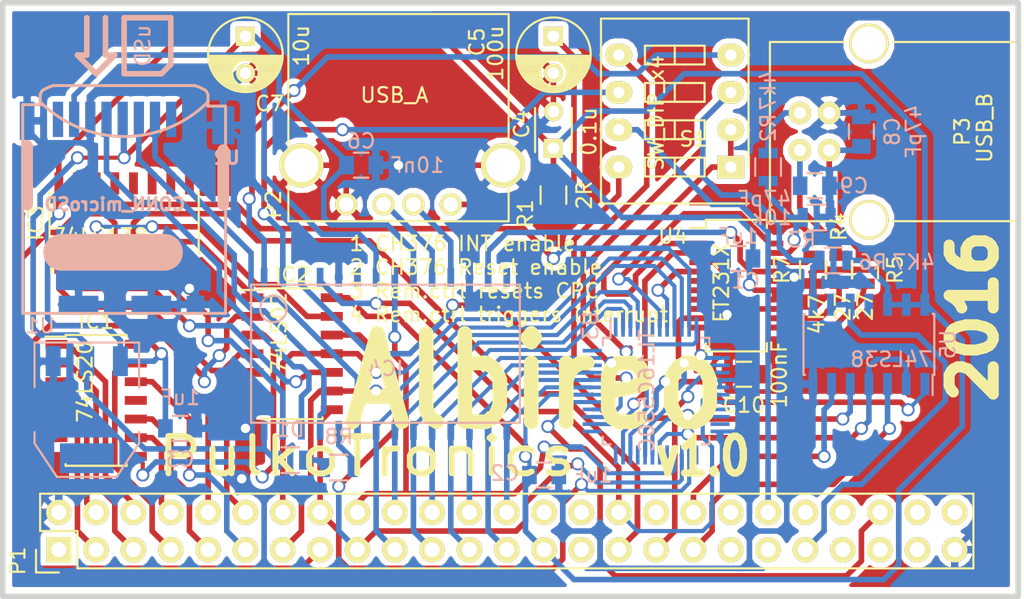
<source format=kicad_pcb>
(kicad_pcb (version 20171130) (host pcbnew 5.0.2+dfsg1-1)

  (general
    (thickness 1.6002)
    (drawings 21)
    (tracks 1074)
    (zones 0)
    (modules 32)
    (nets 78)
  )

  (page A4)
  (title_block
    (title Albireo)
    (date 2015-10-18)
    (company PulkoTronics)
    (comment 1 "Mass storage, USB and serial interface for Amstrad CPC")
  )

  (layers
    (0 Dessus signal)
    (31 Dessous signal)
    (32 B.Adhes user hide)
    (33 F.Adhes user hide)
    (34 B.Paste user hide)
    (35 F.Paste user hide)
    (36 B.SilkS user)
    (37 F.SilkS user hide)
    (38 B.Mask user hide)
    (39 F.Mask user hide)
    (40 Dwgs.User user hide)
    (41 Cmts.User user hide)
    (42 Eco1.User user hide)
    (43 Eco2.User user hide)
    (44 Edge.Cuts user)
  )

  (setup
    (last_trace_width 0.381)
    (user_trace_width 0.28)
    (user_trace_width 0.381)
    (user_trace_width 0.8001)
    (trace_clearance 0.2)
    (zone_clearance 0.381)
    (zone_45_only yes)
    (trace_min 0.1524)
    (segment_width 0.381)
    (edge_width 0.381)
    (via_size 0.889)
    (via_drill 0.635)
    (via_min_size 0.889)
    (via_min_drill 0.508)
    (user_via 1.50114 0.39878)
    (uvia_size 0.508)
    (uvia_drill 0.127)
    (uvias_allowed no)
    (uvia_min_size 0.508)
    (uvia_min_drill 0.127)
    (pcb_text_width 0.3048)
    (pcb_text_size 1.524 2.032)
    (mod_edge_width 0.381)
    (mod_text_size 1.524 1.524)
    (mod_text_width 0.3048)
    (pad_size 1.524 1.524)
    (pad_drill 0.8128)
    (pad_to_mask_clearance 0.254)
    (solder_mask_min_width 0.25)
    (aux_axis_origin 0 0)
    (visible_elements 7FFFFFEF)
    (pcbplotparams
      (layerselection 0x010f0_ffffffff)
      (usegerberextensions true)
      (usegerberattributes false)
      (usegerberadvancedattributes false)
      (creategerberjobfile false)
      (excludeedgelayer false)
      (linewidth 0.150000)
      (plotframeref false)
      (viasonmask false)
      (mode 1)
      (useauxorigin false)
      (hpglpennumber 1)
      (hpglpenspeed 20)
      (hpglpendiameter 15.000000)
      (psnegative false)
      (psa4output false)
      (plotreference true)
      (plotvalue true)
      (plotinvisibletext false)
      (padsonsilk false)
      (subtractmaskfromsilk true)
      (outputformat 1)
      (mirror false)
      (drillshape 0)
      (scaleselection 1)
      (outputdirectory "GERBER/"))
  )

  (net 0 "")
  (net 1 /A0)
  (net 2 /A1)
  (net 3 /A10)
  (net 4 /A11)
  (net 5 /A12)
  (net 6 /A13)
  (net 7 /A15)
  (net 8 /A2)
  (net 9 /A3)
  (net 10 /A4)
  (net 11 /A5)
  (net 12 /A6)
  (net 13 /A7)
  (net 14 /A8)
  (net 15 /A9)
  (net 16 /D0)
  (net 17 /D1)
  (net 18 /D2)
  (net 19 /D3)
  (net 20 /D4)
  (net 21 /D5)
  (net 22 /D6)
  (net 23 /D7)
  (net 24 GND)
  (net 25 VCC)
  (net 26 "Net-(C5-Pad1)")
  (net 27 /A14)
  (net 28 //IORQ)
  (net 29 //RD)
  (net 30 //WR)
  (net 31 "Net-(IC1-Pad6)")
  (net 32 "Net-(IC1-Pad8)")
  (net 33 /CE1)
  (net 34 "Net-(IC2-Pad4)")
  (net 35 "Net-(IC2-Pad10)")
  (net 36 "Net-(IC2-Pad13)")
  (net 37 /FE80)
  (net 38 "Net-(IC4-Pad10)")
  (net 39 "Net-(IC4-Pad11)")
  (net 40 +3V3)
  (net 41 //SD_CS)
  (net 42 /SD_DI)
  (net 43 /SD_CLK)
  (net 44 /SD_DO)
  (net 45 /FEBx)
  (net 46 /12MHz)
  (net 47 "Net-(U3-Pad12)")
  (net 48 /RX)
  (net 49 /TX)
  (net 50 //RTS)
  (net 51 //CTS)
  (net 52 /24MHz)
  (net 53 //RESET)
  (net 54 /GPO2)
  (net 55 /VBUS_Sense)
  (net 56 "Net-(C8-Pad1)")
  (net 57 "Net-(C9-Pad1)")
  (net 58 "Net-(C10-Pad1)")
  (net 59 "Net-(P3-Pad1)")
  (net 60 "Net-(P3-Pad5)")
  (net 61 "Net-(R4-Pad1)")
  (net 62 "Net-(R5-Pad1)")
  (net 63 //INT)
  (net 64 //NMI)
  (net 65 /BUSRST)
  (net 66 //DCD)
  (net 67 /PRESET)
  (net 68 /INTRPT)
  (net 69 //OUT2)
  (net 70 //OUT1)
  (net 71 /RSTI)
  (net 72 /INT)
  (net 73 /CURSOR)
  (net 74 //DSR)
  (net 75 /AWAKE)
  (net 76 "Net-(IC4-Pad24)")
  (net 77 "Net-(D1-Pad1)")

  (net_class Default "Ceci est la Netclass par défaut"
    (clearance 0.2)
    (trace_width 0.381)
    (via_dia 0.889)
    (via_drill 0.635)
    (uvia_dia 0.508)
    (uvia_drill 0.127)
    (add_net +3V3)
    (add_net //CTS)
    (add_net //DCD)
    (add_net //DSR)
    (add_net //INT)
    (add_net //IORQ)
    (add_net //NMI)
    (add_net //OUT1)
    (add_net //OUT2)
    (add_net //RD)
    (add_net //RESET)
    (add_net //RTS)
    (add_net //SD_CS)
    (add_net //WR)
    (add_net /12MHz)
    (add_net /24MHz)
    (add_net /A0)
    (add_net /A1)
    (add_net /A10)
    (add_net /A11)
    (add_net /A12)
    (add_net /A13)
    (add_net /A14)
    (add_net /A15)
    (add_net /A2)
    (add_net /A3)
    (add_net /A4)
    (add_net /A5)
    (add_net /A6)
    (add_net /A7)
    (add_net /A8)
    (add_net /A9)
    (add_net /AWAKE)
    (add_net /BUSRST)
    (add_net /CE1)
    (add_net /CURSOR)
    (add_net /D0)
    (add_net /D1)
    (add_net /D2)
    (add_net /D3)
    (add_net /D4)
    (add_net /D5)
    (add_net /D6)
    (add_net /D7)
    (add_net /FE80)
    (add_net /FEBx)
    (add_net /GPO2)
    (add_net /INT)
    (add_net /INTRPT)
    (add_net /PRESET)
    (add_net /RSTI)
    (add_net /RX)
    (add_net /SD_CLK)
    (add_net /SD_DI)
    (add_net /SD_DO)
    (add_net /TX)
    (add_net /VBUS_Sense)
    (add_net GND)
    (add_net "Net-(C10-Pad1)")
    (add_net "Net-(C5-Pad1)")
    (add_net "Net-(C8-Pad1)")
    (add_net "Net-(C9-Pad1)")
    (add_net "Net-(D1-Pad1)")
    (add_net "Net-(IC1-Pad6)")
    (add_net "Net-(IC1-Pad8)")
    (add_net "Net-(IC2-Pad10)")
    (add_net "Net-(IC2-Pad13)")
    (add_net "Net-(IC2-Pad4)")
    (add_net "Net-(IC4-Pad10)")
    (add_net "Net-(IC4-Pad11)")
    (add_net "Net-(IC4-Pad24)")
    (add_net "Net-(P3-Pad1)")
    (add_net "Net-(P3-Pad5)")
    (add_net "Net-(R4-Pad1)")
    (add_net "Net-(R5-Pad1)")
    (add_net "Net-(U3-Pad12)")
    (add_net VCC)
  )

  (module Connect:USB_A (layer Dessus) (tedit 567693DF) (tstamp 562158A9)
    (at 48.26 43.815 180)
    (descr "USB A connector")
    (tags "USB USB_A")
    (path /56215113)
    (fp_text reference P2 (at 12.065 0 270) (layer F.SilkS)
      (effects (font (size 1 1) (thickness 0.15)))
    )
    (fp_text value USB_A (at 3.83794 7.43458 180) (layer F.SilkS)
      (effects (font (size 1 1) (thickness 0.15)))
    )
    (fp_line (start -5.3 13.2) (end -5.3 -1.4) (layer F.CrtYd) (width 0.05))
    (fp_line (start 11.95 -1.4) (end 11.95 13.2) (layer F.CrtYd) (width 0.05))
    (fp_line (start -5.3 13.2) (end 11.95 13.2) (layer F.CrtYd) (width 0.05))
    (fp_line (start -5.3 -1.4) (end 11.95 -1.4) (layer F.CrtYd) (width 0.05))
    (fp_line (start 11.04986 -1.14512) (end 11.04986 12.95188) (layer F.SilkS) (width 0.15))
    (fp_line (start -3.93614 12.95188) (end -3.93614 -1.14512) (layer F.SilkS) (width 0.15))
    (fp_line (start 11.04986 -1.14512) (end -3.93614 -1.14512) (layer F.SilkS) (width 0.15))
    (fp_line (start 11.04986 12.95188) (end -3.93614 12.95188) (layer F.SilkS) (width 0.15))
    (pad 4 thru_hole circle (at 7.11286 -0.00212 90) (size 1.50114 1.50114) (drill 1.00076) (layers *.Cu *.Mask F.SilkS)
      (net 24 GND))
    (pad 3 thru_hole circle (at 4.57286 -0.00212 90) (size 1.50114 1.50114) (drill 1.00076) (layers *.Cu *.Mask F.SilkS)
      (net 38 "Net-(IC4-Pad10)"))
    (pad 2 thru_hole circle (at 2.54086 -0.00212 90) (size 1.50114 1.50114) (drill 1.00076) (layers *.Cu *.Mask F.SilkS)
      (net 39 "Net-(IC4-Pad11)"))
    (pad 1 thru_hole circle (at 0.00086 -0.00212 90) (size 1.50114 1.50114) (drill 1.00076) (layers *.Cu *.Mask F.SilkS)
      (net 26 "Net-(C5-Pad1)"))
    (pad 5 thru_hole circle (at 10.16086 2.66488 90) (size 2.99974 2.99974) (drill 2.30124) (layers *.Cu *.Mask F.SilkS)
      (net 24 GND))
    (pad 5 thru_hole circle (at -3.55514 2.66488 90) (size 2.99974 2.99974) (drill 2.30124) (layers *.Cu *.Mask F.SilkS)
      (net 24 GND))
    (model Connect.3dshapes/USB_A.wrl
      (offset (xyz 3.555999946594238 0 0))
      (scale (xyz 1 1 1))
      (rotate (xyz 0 0 90))
    )
  )

  (module Capacitors_ThroughHole:C_Disc_D3_P2.5 (layer Dessus) (tedit 56769445) (tstamp 56216167)
    (at 55.245 40.005 90)
    (descr "Capacitor 3mm Disc, Pitch 2.5mm")
    (tags Capacitor)
    (path /4CA87152)
    (fp_text reference C4 (at 1.651 -2.159 270) (layer F.SilkS)
      (effects (font (size 1 1) (thickness 0.15)))
    )
    (fp_text value 0.1u (at 1.143 2.413 90) (layer F.SilkS)
      (effects (font (size 1 1) (thickness 0.15)))
    )
    (fp_line (start -0.9 -1.5) (end 3.4 -1.5) (layer F.CrtYd) (width 0.05))
    (fp_line (start 3.4 -1.5) (end 3.4 1.5) (layer F.CrtYd) (width 0.05))
    (fp_line (start 3.4 1.5) (end -0.9 1.5) (layer F.CrtYd) (width 0.05))
    (fp_line (start -0.9 1.5) (end -0.9 -1.5) (layer F.CrtYd) (width 0.05))
    (fp_line (start -0.25 -1.25) (end 2.75 -1.25) (layer F.SilkS) (width 0.15))
    (fp_line (start 2.75 1.25) (end -0.25 1.25) (layer F.SilkS) (width 0.15))
    (pad 1 thru_hole rect (at 0 0 90) (size 1.3 1.3) (drill 0.8) (layers *.Cu *.Mask F.SilkS)
      (net 25 VCC))
    (pad 2 thru_hole circle (at 2.5 0 90) (size 1.3 1.3) (drill 0.8001) (layers *.Cu *.Mask F.SilkS)
      (net 24 GND))
    (model Capacitors_ThroughHole.3dshapes/C_Disc_D3_P2.5.wrl
      (offset (xyz 1.250000021226883 0 0))
      (scale (xyz 1 1 1))
      (rotate (xyz 0 0 0))
    )
  )

  (module Capacitors_ThroughHole:C_Radial_D5_L6_P2.5 (layer Dessus) (tedit 56769463) (tstamp 5621616C)
    (at 55.245 32.385 270)
    (descr "Radial Electrolytic Capacitor Diameter 5mm x Length 6mm, Pitch 2.5mm")
    (tags "Electrolytic Capacitor")
    (path /56215B06)
    (fp_text reference C5 (at 0.381 5.207 270) (layer F.SilkS)
      (effects (font (size 1 1) (thickness 0.15)))
    )
    (fp_text value 100u (at 1.143 3.937 270) (layer F.SilkS)
      (effects (font (size 1 1) (thickness 0.15)))
    )
    (fp_line (start 1.325 -2.499) (end 1.325 2.499) (layer F.SilkS) (width 0.15))
    (fp_line (start 1.465 -2.491) (end 1.465 2.491) (layer F.SilkS) (width 0.15))
    (fp_line (start 1.605 -2.475) (end 1.605 -0.095) (layer F.SilkS) (width 0.15))
    (fp_line (start 1.605 0.095) (end 1.605 2.475) (layer F.SilkS) (width 0.15))
    (fp_line (start 1.745 -2.451) (end 1.745 -0.49) (layer F.SilkS) (width 0.15))
    (fp_line (start 1.745 0.49) (end 1.745 2.451) (layer F.SilkS) (width 0.15))
    (fp_line (start 1.885 -2.418) (end 1.885 -0.657) (layer F.SilkS) (width 0.15))
    (fp_line (start 1.885 0.657) (end 1.885 2.418) (layer F.SilkS) (width 0.15))
    (fp_line (start 2.025 -2.377) (end 2.025 -0.764) (layer F.SilkS) (width 0.15))
    (fp_line (start 2.025 0.764) (end 2.025 2.377) (layer F.SilkS) (width 0.15))
    (fp_line (start 2.165 -2.327) (end 2.165 -0.835) (layer F.SilkS) (width 0.15))
    (fp_line (start 2.165 0.835) (end 2.165 2.327) (layer F.SilkS) (width 0.15))
    (fp_line (start 2.305 -2.266) (end 2.305 -0.879) (layer F.SilkS) (width 0.15))
    (fp_line (start 2.305 0.879) (end 2.305 2.266) (layer F.SilkS) (width 0.15))
    (fp_line (start 2.445 -2.196) (end 2.445 -0.898) (layer F.SilkS) (width 0.15))
    (fp_line (start 2.445 0.898) (end 2.445 2.196) (layer F.SilkS) (width 0.15))
    (fp_line (start 2.585 -2.114) (end 2.585 -0.896) (layer F.SilkS) (width 0.15))
    (fp_line (start 2.585 0.896) (end 2.585 2.114) (layer F.SilkS) (width 0.15))
    (fp_line (start 2.725 -2.019) (end 2.725 -0.871) (layer F.SilkS) (width 0.15))
    (fp_line (start 2.725 0.871) (end 2.725 2.019) (layer F.SilkS) (width 0.15))
    (fp_line (start 2.865 -1.908) (end 2.865 -0.823) (layer F.SilkS) (width 0.15))
    (fp_line (start 2.865 0.823) (end 2.865 1.908) (layer F.SilkS) (width 0.15))
    (fp_line (start 3.005 -1.78) (end 3.005 -0.745) (layer F.SilkS) (width 0.15))
    (fp_line (start 3.005 0.745) (end 3.005 1.78) (layer F.SilkS) (width 0.15))
    (fp_line (start 3.145 -1.631) (end 3.145 -0.628) (layer F.SilkS) (width 0.15))
    (fp_line (start 3.145 0.628) (end 3.145 1.631) (layer F.SilkS) (width 0.15))
    (fp_line (start 3.285 -1.452) (end 3.285 -0.44) (layer F.SilkS) (width 0.15))
    (fp_line (start 3.285 0.44) (end 3.285 1.452) (layer F.SilkS) (width 0.15))
    (fp_line (start 3.425 -1.233) (end 3.425 1.233) (layer F.SilkS) (width 0.15))
    (fp_line (start 3.565 -0.944) (end 3.565 0.944) (layer F.SilkS) (width 0.15))
    (fp_line (start 3.705 -0.472) (end 3.705 0.472) (layer F.SilkS) (width 0.15))
    (fp_circle (center 2.5 0) (end 2.5 -0.9) (layer F.SilkS) (width 0.15))
    (fp_circle (center 1.25 0) (end 1.25 -2.5375) (layer F.SilkS) (width 0.15))
    (fp_circle (center 1.25 0) (end 1.25 -2.8) (layer F.CrtYd) (width 0.05))
    (pad 1 thru_hole rect (at 0 0 270) (size 1.3 1.3) (drill 0.8) (layers *.Cu *.Mask F.SilkS)
      (net 26 "Net-(C5-Pad1)"))
    (pad 2 thru_hole circle (at 2.5 0 270) (size 1.3 1.3) (drill 0.8) (layers *.Cu *.Mask F.SilkS)
      (net 24 GND))
    (model Capacitors_ThroughHole.3dshapes/C_Radial_D5_L6_P2.5.wrl
      (offset (xyz 1.250000021226883 0 0))
      (scale (xyz 1 1 1))
      (rotate (xyz 0 0 90))
    )
  )

  (module Capacitors_ThroughHole:C_Radial_D5_L6_P2.5 (layer Dessus) (tedit 5623CB2F) (tstamp 56220E09)
    (at 34.29 32.385 270)
    (descr "Radial Electrolytic Capacitor Diameter 5mm x Length 6mm, Pitch 2.5mm")
    (tags "Electrolytic Capacitor")
    (path /56221A22)
    (fp_text reference C7 (at 4.572 -1.651) (layer F.SilkS)
      (effects (font (size 1 1) (thickness 0.15)))
    )
    (fp_text value 10u (at 0.635 -3.81 270) (layer F.SilkS)
      (effects (font (size 1 1) (thickness 0.15)))
    )
    (fp_line (start 1.325 -2.499) (end 1.325 2.499) (layer F.SilkS) (width 0.15))
    (fp_line (start 1.465 -2.491) (end 1.465 2.491) (layer F.SilkS) (width 0.15))
    (fp_line (start 1.605 -2.475) (end 1.605 -0.095) (layer F.SilkS) (width 0.15))
    (fp_line (start 1.605 0.095) (end 1.605 2.475) (layer F.SilkS) (width 0.15))
    (fp_line (start 1.745 -2.451) (end 1.745 -0.49) (layer F.SilkS) (width 0.15))
    (fp_line (start 1.745 0.49) (end 1.745 2.451) (layer F.SilkS) (width 0.15))
    (fp_line (start 1.885 -2.418) (end 1.885 -0.657) (layer F.SilkS) (width 0.15))
    (fp_line (start 1.885 0.657) (end 1.885 2.418) (layer F.SilkS) (width 0.15))
    (fp_line (start 2.025 -2.377) (end 2.025 -0.764) (layer F.SilkS) (width 0.15))
    (fp_line (start 2.025 0.764) (end 2.025 2.377) (layer F.SilkS) (width 0.15))
    (fp_line (start 2.165 -2.327) (end 2.165 -0.835) (layer F.SilkS) (width 0.15))
    (fp_line (start 2.165 0.835) (end 2.165 2.327) (layer F.SilkS) (width 0.15))
    (fp_line (start 2.305 -2.266) (end 2.305 -0.879) (layer F.SilkS) (width 0.15))
    (fp_line (start 2.305 0.879) (end 2.305 2.266) (layer F.SilkS) (width 0.15))
    (fp_line (start 2.445 -2.196) (end 2.445 -0.898) (layer F.SilkS) (width 0.15))
    (fp_line (start 2.445 0.898) (end 2.445 2.196) (layer F.SilkS) (width 0.15))
    (fp_line (start 2.585 -2.114) (end 2.585 -0.896) (layer F.SilkS) (width 0.15))
    (fp_line (start 2.585 0.896) (end 2.585 2.114) (layer F.SilkS) (width 0.15))
    (fp_line (start 2.725 -2.019) (end 2.725 -0.871) (layer F.SilkS) (width 0.15))
    (fp_line (start 2.725 0.871) (end 2.725 2.019) (layer F.SilkS) (width 0.15))
    (fp_line (start 2.865 -1.908) (end 2.865 -0.823) (layer F.SilkS) (width 0.15))
    (fp_line (start 2.865 0.823) (end 2.865 1.908) (layer F.SilkS) (width 0.15))
    (fp_line (start 3.005 -1.78) (end 3.005 -0.745) (layer F.SilkS) (width 0.15))
    (fp_line (start 3.005 0.745) (end 3.005 1.78) (layer F.SilkS) (width 0.15))
    (fp_line (start 3.145 -1.631) (end 3.145 -0.628) (layer F.SilkS) (width 0.15))
    (fp_line (start 3.145 0.628) (end 3.145 1.631) (layer F.SilkS) (width 0.15))
    (fp_line (start 3.285 -1.452) (end 3.285 -0.44) (layer F.SilkS) (width 0.15))
    (fp_line (start 3.285 0.44) (end 3.285 1.452) (layer F.SilkS) (width 0.15))
    (fp_line (start 3.425 -1.233) (end 3.425 1.233) (layer F.SilkS) (width 0.15))
    (fp_line (start 3.565 -0.944) (end 3.565 0.944) (layer F.SilkS) (width 0.15))
    (fp_line (start 3.705 -0.472) (end 3.705 0.472) (layer F.SilkS) (width 0.15))
    (fp_circle (center 2.5 0) (end 2.5 -0.9) (layer F.SilkS) (width 0.15))
    (fp_circle (center 1.25 0) (end 1.25 -2.5375) (layer F.SilkS) (width 0.15))
    (fp_circle (center 1.25 0) (end 1.25 -2.8) (layer F.CrtYd) (width 0.05))
    (pad 1 thru_hole rect (at 0 0 270) (size 1.3 1.3) (drill 0.8) (layers *.Cu *.Mask F.SilkS)
      (net 40 +3V3))
    (pad 2 thru_hole circle (at 2.5 0 270) (size 1.3 1.3) (drill 0.8) (layers *.Cu *.Mask F.SilkS)
      (net 24 GND))
    (model Capacitors_ThroughHole.3dshapes/C_Radial_D5_L6_P2.5.wrl
      (offset (xyz 1.250000021226883 0 0))
      (scale (xyz 1 1 1))
      (rotate (xyz 0 0 90))
    )
  )

  (module TO_SOT_Packages_SMD:SOT-223 (layer Dessous) (tedit 5626A912) (tstamp 56220E11)
    (at 23.495 57.785)
    (descr "module CMS SOT223 4 pins")
    (tags "CMS SOT")
    (path /562212C4)
    (attr smd)
    (fp_text reference U1 (at -3.175 -5.715) (layer B.SilkS)
      (effects (font (size 1 1) (thickness 0.15)) (justify mirror))
    )
    (fp_text value LD1117S33CTR (at -7.239 0.127 90) (layer B.Fab)
      (effects (font (size 1 1) (thickness 0.15)) (justify mirror))
    )
    (fp_line (start -3.556 -1.524) (end -3.556 -4.572) (layer B.SilkS) (width 0.15))
    (fp_line (start -3.556 -4.572) (end 3.556 -4.572) (layer B.SilkS) (width 0.15))
    (fp_line (start 3.556 -4.572) (end 3.556 -1.524) (layer B.SilkS) (width 0.15))
    (fp_line (start -3.556 1.524) (end -3.556 2.286) (layer B.SilkS) (width 0.15))
    (fp_line (start -3.556 2.286) (end -2.032 4.572) (layer B.SilkS) (width 0.15))
    (fp_line (start -2.032 4.572) (end 2.032 4.572) (layer B.SilkS) (width 0.15))
    (fp_line (start 2.032 4.572) (end 3.556 2.286) (layer B.SilkS) (width 0.15))
    (fp_line (start 3.556 2.286) (end 3.556 1.524) (layer B.SilkS) (width 0.15))
    (pad 4 smd rect (at 0 3.302) (size 3.6576 2.032) (layers Dessous B.Paste B.Mask))
    (pad 2 smd rect (at 0 -3.302) (size 1.016 2.032) (layers Dessous B.Paste B.Mask)
      (net 40 +3V3))
    (pad 3 smd rect (at 2.286 -3.302) (size 1.016 2.032) (layers Dessous B.Paste B.Mask)
      (net 25 VCC))
    (pad 1 smd rect (at -2.286 -3.302) (size 1.016 2.032) (layers Dessous B.Paste B.Mask)
      (net 24 GND))
    (model TO_SOT_Packages_SMD.3dshapes/SOT-223.wrl
      (at (xyz 0 0 0))
      (scale (xyz 0.4 0.4 0.4))
      (rotate (xyz 0 0 0))
    )
  )

  (module opendous:Memory_Card_microSD_DM3CS-SF (layer Dessous) (tedit 5626A944) (tstamp 56220E22)
    (at 26.035 36.83)
    (tags "Hirose DM3CS-SF CONN microSD R/A Hinge Type SMD")
    (path /56773EFE)
    (attr smd)
    (fp_text reference U2 (at 6.985 3.81) (layer B.SilkS)
      (effects (font (size 0.8636 0.8636) (thickness 0.2032)) (justify mirror))
    )
    (fp_text value CONN_microSD (at -0.635 6.985) (layer B.SilkS)
      (effects (font (size 0.8636 0.8636) (thickness 0.2032)) (justify mirror))
    )
    (fp_line (start -6.90118 0.20066) (end -6.90118 14.39926) (layer B.SilkS) (width 0.2032))
    (fp_line (start -5.4991 0.20066) (end -6.90118 0.20066) (layer B.SilkS) (width 0.2032))
    (fp_line (start 6.90118 0.29972) (end 6.90118 14.39926) (layer B.SilkS) (width 0.2032))
    (fp_line (start 6.90118 14.39926) (end 5.6007 14.39926) (layer B.SilkS) (width 0.2032))
    (fp_line (start 5.6007 14.39926) (end -6.90118 14.39926) (layer B.SilkS) (width 0.2032))
    (fp_line (start 5.69976 -0.09906) (end 5.69976 0.29972) (layer B.SilkS) (width 0.2032))
    (fp_line (start 5.69976 0.29972) (end 5.79882 0.29972) (layer B.SilkS) (width 0.2032))
    (fp_line (start 6.90118 0.29972) (end 5.79882 0.29972) (layer B.SilkS) (width 0.2032))
    (fp_line (start 2.74574 10.24636) (end -4.2545 10.24636) (layer B.SilkS) (width 2.49936))
    (fp_line (start 6.74878 3.29946) (end 6.74878 7.00024) (layer B.SilkS) (width 0.8001))
    (fp_line (start -6.60146 2.99974) (end -6.60146 7.00024) (layer B.SilkS) (width 0.8001))
    (fp_line (start -4.8006 -1.09982) (end 4.8006 -1.09982) (layer B.SilkS) (width 0.2032))
    (fp_line (start -5.10794 -1.0033) (end -4.80822 -1.10236) (layer B.SilkS) (width 0.2032))
    (fp_line (start -5.3086 -0.9017) (end -5.10794 -1.0033) (layer B.SilkS) (width 0.2032))
    (fp_line (start -5.50672 -0.80264) (end -5.3086 -0.9017) (layer B.SilkS) (width 0.2032))
    (fp_line (start -5.60832 -0.70358) (end -5.50672 -0.80264) (layer B.SilkS) (width 0.2032))
    (fp_line (start -5.70738 -0.50292) (end -5.60832 -0.70358) (layer B.SilkS) (width 0.2032))
    (fp_line (start -5.70738 -0.00254) (end -5.70738 -0.50292) (layer B.SilkS) (width 0.2032))
    (fp_line (start 5.69976 0) (end 5.69976 -0.50038) (layer B.SilkS) (width 0.2032))
    (fp_line (start 5.69976 -0.50038) (end 5.6007 -0.70104) (layer B.SilkS) (width 0.2032))
    (fp_line (start 5.6007 -0.70104) (end 5.4991 -0.8001) (layer B.SilkS) (width 0.2032))
    (fp_line (start 5.4991 -0.8001) (end 5.30098 -0.89916) (layer B.SilkS) (width 0.2032))
    (fp_line (start 5.30098 -0.89916) (end 5.10032 -1.00076) (layer B.SilkS) (width 0.2032))
    (fp_line (start 5.10032 -1.00076) (end 4.8006 -1.09982) (layer B.SilkS) (width 0.2032))
    (fp_arc (start 0 -5.715) (end -5.715 0) (angle -90) (layer B.SilkS) (width 0.2032))
    (pad 1 smd rect (at 3.2004 1.19888) (size 0.70104 2.4003) (layers Dessous B.Paste B.Mask))
    (pad 2 smd rect (at 2.10058 1.19888) (size 0.70104 2.4003) (layers Dessous B.Paste B.Mask)
      (net 41 //SD_CS))
    (pad 3 smd rect (at 1.00076 1.19888) (size 0.70104 2.4003) (layers Dessous B.Paste B.Mask)
      (net 42 /SD_DI))
    (pad 4 smd rect (at -0.09906 1.19888) (size 0.70104 2.4003) (layers Dessous B.Paste B.Mask)
      (net 40 +3V3))
    (pad 5 smd rect (at -1.19888 1.19888) (size 0.70104 2.4003) (layers Dessous B.Paste B.Mask)
      (net 43 /SD_CLK))
    (pad 6 smd rect (at -2.30124 1.19888) (size 0.70104 2.4003) (layers Dessous B.Paste B.Mask)
      (net 24 GND))
    (pad 7 smd rect (at -3.40106 1.19888) (size 0.70104 2.4003) (layers Dessous B.Paste B.Mask)
      (net 44 /SD_DO))
    (pad 8 smd rect (at -4.50088 1.19888) (size 0.70104 2.4003) (layers Dessous B.Paste B.Mask))
    (pad 9 smd rect (at 6.74878 1.6002) (size 1.50114 2.60096) (layers Dessous B.Paste B.Mask)
      (net 24 GND))
    (pad 9 smd rect (at -6.59892 1.30048) (size 1.00076 2.60096) (layers Dessous B.Paste B.Mask)
      (net 24 GND))
    (pad 9 smd rect (at 4.84886 13.79982) (size 1.19888 1.19888) (layers Dessous B.Paste B.Mask)
      (net 24 GND))
    (pad 9 smd rect (at 1.84912 13.79982) (size 2.70002 1.19888) (layers Dessous B.Paste B.Mask)
      (net 24 GND))
    (pad 9 smd rect (at -3.0988 13.79982) (size 2.70002 1.19888) (layers Dessous B.Paste B.Mask)
      (net 24 GND))
  )

  (module Housings_SOIC:SOIC-14_3.9x8.7mm_Pitch1.27mm (layer Dessus) (tedit 567694BF) (tstamp 56221E04)
    (at 24.13 57.15)
    (descr "14-Lead Plastic Small Outline (SL) - Narrow, 3.90 mm Body [SOIC] (see Microchip Packaging Specification 00000049BS.pdf)")
    (tags "SOIC 1.27")
    (path /5058DC2F)
    (attr smd)
    (fp_text reference IC1 (at 0 -5.375) (layer F.SilkS)
      (effects (font (size 1 1) (thickness 0.15)))
    )
    (fp_text value 74LS20 (at -0.762 -1.27 90) (layer F.SilkS)
      (effects (font (size 1 1) (thickness 0.15)))
    )
    (fp_line (start -3.7 -4.65) (end -3.7 4.65) (layer F.CrtYd) (width 0.05))
    (fp_line (start 3.7 -4.65) (end 3.7 4.65) (layer F.CrtYd) (width 0.05))
    (fp_line (start -3.7 -4.65) (end 3.7 -4.65) (layer F.CrtYd) (width 0.05))
    (fp_line (start -3.7 4.65) (end 3.7 4.65) (layer F.CrtYd) (width 0.05))
    (fp_line (start -2.075 -4.45) (end -2.075 -4.335) (layer F.SilkS) (width 0.15))
    (fp_line (start 2.075 -4.45) (end 2.075 -4.335) (layer F.SilkS) (width 0.15))
    (fp_line (start 2.075 4.45) (end 2.075 4.335) (layer F.SilkS) (width 0.15))
    (fp_line (start -2.075 4.45) (end -2.075 4.335) (layer F.SilkS) (width 0.15))
    (fp_line (start -2.075 -4.45) (end 2.075 -4.45) (layer F.SilkS) (width 0.15))
    (fp_line (start -2.075 4.45) (end 2.075 4.45) (layer F.SilkS) (width 0.15))
    (fp_line (start -2.075 -4.335) (end -3.45 -4.335) (layer F.SilkS) (width 0.15))
    (pad 1 smd rect (at -2.7 -3.81) (size 1.5 0.6) (layers Dessus F.Paste F.Mask)
      (net 5 /A12))
    (pad 2 smd rect (at -2.7 -2.54) (size 1.5 0.6) (layers Dessus F.Paste F.Mask)
      (net 6 /A13))
    (pad 3 smd rect (at -2.7 -1.27) (size 1.5 0.6) (layers Dessus F.Paste F.Mask))
    (pad 4 smd rect (at -2.7 0) (size 1.5 0.6) (layers Dessus F.Paste F.Mask)
      (net 27 /A14))
    (pad 5 smd rect (at -2.7 1.27) (size 1.5 0.6) (layers Dessus F.Paste F.Mask)
      (net 7 /A15))
    (pad 6 smd rect (at -2.7 2.54) (size 1.5 0.6) (layers Dessus F.Paste F.Mask)
      (net 31 "Net-(IC1-Pad6)"))
    (pad 7 smd rect (at -2.7 3.81) (size 1.5 0.6) (layers Dessus F.Paste F.Mask)
      (net 24 GND))
    (pad 8 smd rect (at 2.7 3.81) (size 1.5 0.6) (layers Dessus F.Paste F.Mask)
      (net 32 "Net-(IC1-Pad8)"))
    (pad 9 smd rect (at 2.7 2.54) (size 1.5 0.6) (layers Dessus F.Paste F.Mask)
      (net 3 /A10) (solder_paste_margin_ratio -0.2))
    (pad 10 smd rect (at 2.7 1.27) (size 1.5 0.6) (layers Dessus F.Paste F.Mask)
      (net 15 /A9))
    (pad 11 smd rect (at 2.7 0) (size 1.5 0.6) (layers Dessus F.Paste F.Mask))
    (pad 12 smd rect (at 2.7 -1.27) (size 1.5 0.6) (layers Dessus F.Paste F.Mask)
      (net 13 /A7))
    (pad 13 smd rect (at 2.7 -2.54) (size 1.5 0.6) (layers Dessus F.Paste F.Mask)
      (net 4 /A11))
    (pad 14 smd rect (at 2.7 -3.81) (size 1.5 0.6) (layers Dessus F.Paste F.Mask)
      (net 25 VCC))
    (model Housings_SOIC.3dshapes/SOIC-14_3.9x8.7mm_Pitch1.27mm.wrl
      (at (xyz 0 0 0))
      (scale (xyz 1 1 1))
      (rotate (xyz 0 0 0))
    )
  )

  (module Housings_QFP:TQFP-48_7x7mm_Pitch0.5mm (layer Dessous) (tedit 56269FAE) (tstamp 5622704A)
    (at 62.23 56.515 270)
    (descr "48 LEAD TQFP 7x7mm (see MICREL TQFP7x7-48LD-PL-1.pdf)")
    (tags "QFP 0.5")
    (path /56228CDB)
    (attr smd)
    (fp_text reference U3 (at -4.445 4.445 270) (layer B.SilkS)
      (effects (font (size 1 1) (thickness 0.15)) (justify mirror))
    )
    (fp_text value TL16C550C (at 0 0.635 270) (layer B.SilkS)
      (effects (font (size 1 1) (thickness 0.15)) (justify mirror))
    )
    (fp_line (start -5.25 5.25) (end -5.25 -5.25) (layer B.CrtYd) (width 0.05))
    (fp_line (start 5.25 5.25) (end 5.25 -5.25) (layer B.CrtYd) (width 0.05))
    (fp_line (start -5.25 5.25) (end 5.25 5.25) (layer B.CrtYd) (width 0.05))
    (fp_line (start -5.25 -5.25) (end 5.25 -5.25) (layer B.CrtYd) (width 0.05))
    (fp_line (start -3.625 3.625) (end -3.625 3.1) (layer B.SilkS) (width 0.15))
    (fp_line (start 3.625 3.625) (end 3.625 3.1) (layer B.SilkS) (width 0.15))
    (fp_line (start 3.625 -3.625) (end 3.625 -3.1) (layer B.SilkS) (width 0.15))
    (fp_line (start -3.625 -3.625) (end -3.625 -3.1) (layer B.SilkS) (width 0.15))
    (fp_line (start -3.625 3.625) (end -3.1 3.625) (layer B.SilkS) (width 0.15))
    (fp_line (start -3.625 -3.625) (end -3.1 -3.625) (layer B.SilkS) (width 0.15))
    (fp_line (start 3.625 -3.625) (end 3.1 -3.625) (layer B.SilkS) (width 0.15))
    (fp_line (start 3.625 3.625) (end 3.1 3.625) (layer B.SilkS) (width 0.15))
    (fp_line (start -3.625 3.1) (end -5 3.1) (layer B.SilkS) (width 0.15))
    (pad 1 smd rect (at -4.35 2.75 270) (size 1.3 0.25) (layers Dessous B.Paste B.Mask))
    (pad 2 smd rect (at -4.35 2.25 270) (size 1.3 0.25) (layers Dessous B.Paste B.Mask)
      (net 21 /D5))
    (pad 3 smd rect (at -4.35 1.75 270) (size 1.3 0.25) (layers Dessous B.Paste B.Mask)
      (net 22 /D6))
    (pad 4 smd rect (at -4.35 1.25 270) (size 1.3 0.25) (layers Dessous B.Paste B.Mask)
      (net 23 /D7))
    (pad 5 smd rect (at -4.35 0.75 270) (size 1.3 0.25) (layers Dessous B.Paste B.Mask)
      (net 47 "Net-(U3-Pad12)"))
    (pad 6 smd rect (at -4.35 0.25 270) (size 1.3 0.25) (layers Dessous B.Paste B.Mask))
    (pad 7 smd rect (at -4.35 -0.25 270) (size 1.3 0.25) (layers Dessous B.Paste B.Mask)
      (net 48 /RX))
    (pad 8 smd rect (at -4.35 -0.75 270) (size 1.3 0.25) (layers Dessous B.Paste B.Mask)
      (net 49 /TX))
    (pad 9 smd rect (at -4.35 -1.25 270) (size 1.3 0.25) (layers Dessous B.Paste B.Mask)
      (net 11 /A5))
    (pad 10 smd rect (at -4.35 -1.75 270) (size 1.3 0.25) (layers Dessous B.Paste B.Mask)
      (net 10 /A4))
    (pad 11 smd rect (at -4.35 -2.25 270) (size 1.3 0.25) (layers Dessous B.Paste B.Mask)
      (net 45 /FEBx))
    (pad 12 smd rect (at -4.35 -2.75 270) (size 1.3 0.25) (layers Dessous B.Paste B.Mask)
      (net 47 "Net-(U3-Pad12)"))
    (pad 13 smd rect (at -2.75 -4.35 180) (size 1.3 0.25) (layers Dessous B.Paste B.Mask))
    (pad 14 smd rect (at -2.25 -4.35 180) (size 1.3 0.25) (layers Dessous B.Paste B.Mask)
      (net 52 /24MHz))
    (pad 15 smd rect (at -1.75 -4.35 180) (size 1.3 0.25) (layers Dessous B.Paste B.Mask))
    (pad 16 smd rect (at -1.25 -4.35 180) (size 1.3 0.25) (layers Dessous B.Paste B.Mask)
      (net 30 //WR))
    (pad 17 smd rect (at -0.75 -4.35 180) (size 1.3 0.25) (layers Dessous B.Paste B.Mask)
      (net 24 GND))
    (pad 18 smd rect (at -0.25 -4.35 180) (size 1.3 0.25) (layers Dessous B.Paste B.Mask)
      (net 24 GND))
    (pad 19 smd rect (at 0.25 -4.35 180) (size 1.3 0.25) (layers Dessous B.Paste B.Mask)
      (net 29 //RD))
    (pad 20 smd rect (at 0.75 -4.35 180) (size 1.3 0.25) (layers Dessous B.Paste B.Mask)
      (net 24 GND))
    (pad 21 smd rect (at 1.25 -4.35 180) (size 1.3 0.25) (layers Dessous B.Paste B.Mask))
    (pad 22 smd rect (at 1.75 -4.35 180) (size 1.3 0.25) (layers Dessous B.Paste B.Mask))
    (pad 23 smd rect (at 2.25 -4.35 180) (size 1.3 0.25) (layers Dessous B.Paste B.Mask))
    (pad 24 smd rect (at 2.75 -4.35 180) (size 1.3 0.25) (layers Dessous B.Paste B.Mask)
      (net 24 GND))
    (pad 25 smd rect (at 4.35 -2.75 270) (size 1.3 0.25) (layers Dessous B.Paste B.Mask))
    (pad 26 smd rect (at 4.35 -2.25 270) (size 1.3 0.25) (layers Dessous B.Paste B.Mask)
      (net 8 /A2))
    (pad 27 smd rect (at 4.35 -1.75 270) (size 1.3 0.25) (layers Dessous B.Paste B.Mask)
      (net 2 /A1))
    (pad 28 smd rect (at 4.35 -1.25 270) (size 1.3 0.25) (layers Dessous B.Paste B.Mask)
      (net 1 /A0))
    (pad 29 smd rect (at 4.35 -0.75 270) (size 1.3 0.25) (layers Dessous B.Paste B.Mask))
    (pad 30 smd rect (at 4.35 -0.25 270) (size 1.3 0.25) (layers Dessous B.Paste B.Mask)
      (net 68 /INTRPT))
    (pad 31 smd rect (at 4.35 0.25 270) (size 1.3 0.25) (layers Dessous B.Paste B.Mask)
      (net 69 //OUT2))
    (pad 32 smd rect (at 4.35 0.75 270) (size 1.3 0.25) (layers Dessous B.Paste B.Mask)
      (net 50 //RTS))
    (pad 33 smd rect (at 4.35 1.25 270) (size 1.3 0.25) (layers Dessous B.Paste B.Mask))
    (pad 34 smd rect (at 4.35 1.75 270) (size 1.3 0.25) (layers Dessous B.Paste B.Mask)
      (net 70 //OUT1))
    (pad 35 smd rect (at 4.35 2.25 270) (size 1.3 0.25) (layers Dessous B.Paste B.Mask)
      (net 67 /PRESET))
    (pad 36 smd rect (at 4.35 2.75 270) (size 1.3 0.25) (layers Dessous B.Paste B.Mask))
    (pad 37 smd rect (at 2.75 4.35 180) (size 1.3 0.25) (layers Dessous B.Paste B.Mask))
    (pad 38 smd rect (at 2.25 4.35 180) (size 1.3 0.25) (layers Dessous B.Paste B.Mask)
      (net 51 //CTS))
    (pad 39 smd rect (at 1.75 4.35 180) (size 1.3 0.25) (layers Dessous B.Paste B.Mask)
      (net 74 //DSR))
    (pad 40 smd rect (at 1.25 4.35 180) (size 1.3 0.25) (layers Dessous B.Paste B.Mask)
      (net 66 //DCD))
    (pad 41 smd rect (at 0.75 4.35 180) (size 1.3 0.25) (layers Dessous B.Paste B.Mask)
      (net 73 /CURSOR))
    (pad 42 smd rect (at 0.25 4.35 180) (size 1.3 0.25) (layers Dessous B.Paste B.Mask)
      (net 25 VCC))
    (pad 43 smd rect (at -0.25 4.35 180) (size 1.3 0.25) (layers Dessous B.Paste B.Mask)
      (net 16 /D0))
    (pad 44 smd rect (at -0.75 4.35 180) (size 1.3 0.25) (layers Dessous B.Paste B.Mask)
      (net 17 /D1))
    (pad 45 smd rect (at -1.25 4.35 180) (size 1.3 0.25) (layers Dessous B.Paste B.Mask)
      (net 18 /D2))
    (pad 46 smd rect (at -1.75 4.35 180) (size 1.3 0.25) (layers Dessous B.Paste B.Mask)
      (net 19 /D3))
    (pad 47 smd rect (at -2.25 4.35 180) (size 1.3 0.25) (layers Dessous B.Paste B.Mask)
      (net 20 /D4))
    (pad 48 smd rect (at -2.75 4.35 180) (size 1.3 0.25) (layers Dessous B.Paste B.Mask))
    (model Housings_QFP.3dshapes/TQFP-48_7x7mm_Pitch0.5mm.wrl
      (at (xyz 0 0 0))
      (scale (xyz 1 1 1))
      (rotate (xyz 0 0 0))
    )
  )

  (module Housings_SOIC:SOIC-14_3.9x8.7mm_Pitch1.27mm (layer Dessus) (tedit 568815A7) (tstamp 5622714B)
    (at 37.465 53.975)
    (descr "14-Lead Plastic Small Outline (SL) - Narrow, 3.90 mm Body [SOIC] (see Microchip Packaging Specification 00000049BS.pdf)")
    (tags "SOIC 1.27")
    (path /5058DBC7)
    (attr smd)
    (fp_text reference IC2 (at 0 -5.375) (layer F.SilkS)
      (effects (font (size 1 1) (thickness 0.15)))
    )
    (fp_text value 74LS02 (at -0.889 -1.397 90) (layer F.SilkS)
      (effects (font (size 1 1) (thickness 0.15)))
    )
    (fp_line (start -3.7 -4.65) (end -3.7 4.65) (layer F.CrtYd) (width 0.05))
    (fp_line (start 3.7 -4.65) (end 3.7 4.65) (layer F.CrtYd) (width 0.05))
    (fp_line (start -3.7 -4.65) (end 3.7 -4.65) (layer F.CrtYd) (width 0.05))
    (fp_line (start -3.7 4.65) (end 3.7 4.65) (layer F.CrtYd) (width 0.05))
    (fp_line (start -2.075 -4.45) (end -2.075 -4.335) (layer F.SilkS) (width 0.15))
    (fp_line (start 2.075 -4.45) (end 2.075 -4.335) (layer F.SilkS) (width 0.15))
    (fp_line (start 2.075 4.45) (end 2.075 4.335) (layer F.SilkS) (width 0.15))
    (fp_line (start -2.075 4.45) (end -2.075 4.335) (layer F.SilkS) (width 0.15))
    (fp_line (start -2.075 -4.45) (end 2.075 -4.45) (layer F.SilkS) (width 0.15))
    (fp_line (start -2.075 4.45) (end 2.075 4.45) (layer F.SilkS) (width 0.15))
    (fp_line (start -2.075 -4.335) (end -3.45 -4.335) (layer F.SilkS) (width 0.15))
    (pad 1 smd rect (at -2.7 -3.81) (size 1.5 0.6) (layers Dessus F.Paste F.Mask)
      (net 33 /CE1))
    (pad 2 smd rect (at -2.7 -2.54) (size 1.5 0.6) (layers Dessus F.Paste F.Mask)
      (net 31 "Net-(IC1-Pad6)"))
    (pad 3 smd rect (at -2.7 -1.27) (size 1.5 0.6) (layers Dessus F.Paste F.Mask)
      (net 32 "Net-(IC1-Pad8)"))
    (pad 4 smd rect (at -2.7 0) (size 1.5 0.6) (layers Dessus F.Paste F.Mask)
      (net 34 "Net-(IC2-Pad4)"))
    (pad 5 smd rect (at -2.7 1.27) (size 1.5 0.6) (layers Dessus F.Paste F.Mask)
      (net 14 /A8))
    (pad 6 smd rect (at -2.7 2.54) (size 1.5 0.6) (layers Dessus F.Paste F.Mask)
      (net 12 /A6))
    (pad 7 smd rect (at -2.7 3.81) (size 1.5 0.6) (layers Dessus F.Paste F.Mask)
      (net 24 GND))
    (pad 8 smd rect (at 2.7 3.81) (size 1.5 0.6) (layers Dessus F.Paste F.Mask)
      (net 8 /A2))
    (pad 9 smd rect (at 2.7 2.54) (size 1.5 0.6) (layers Dessus F.Paste F.Mask)
      (net 11 /A5))
    (pad 10 smd rect (at 2.7 1.27) (size 1.5 0.6) (layers Dessus F.Paste F.Mask)
      (net 35 "Net-(IC2-Pad10)"))
    (pad 11 smd rect (at 2.7 0) (size 1.5 0.6) (layers Dessus F.Paste F.Mask)
      (net 10 /A4))
    (pad 12 smd rect (at 2.7 -1.27) (size 1.5 0.6) (layers Dessus F.Paste F.Mask)
      (net 2 /A1))
    (pad 13 smd rect (at 2.7 -2.54) (size 1.5 0.6) (layers Dessus F.Paste F.Mask)
      (net 36 "Net-(IC2-Pad13)"))
    (pad 14 smd rect (at 2.7 -3.81) (size 1.5 0.6) (layers Dessus F.Paste F.Mask)
      (net 25 VCC))
    (model Housings_SOIC.3dshapes/SOIC-14_3.9x8.7mm_Pitch1.27mm.wrl
      (at (xyz 0 0 0))
      (scale (xyz 1 1 1))
      (rotate (xyz 0 0 0))
    )
  )

  (module Housings_SOIC:SOIC-16_3.9x9.9mm_Pitch1.27mm (layer Dessus) (tedit 5688158C) (tstamp 56227E36)
    (at 26.035 45.085 90)
    (descr "16-Lead Plastic Small Outline (SL) - Narrow, 3.90 mm Body [SOIC] (see Microchip Packaging Specification 00000049BS.pdf)")
    (tags "SOIC 1.27")
    (path /561ED197)
    (attr smd)
    (fp_text reference IC3 (at 0 -6 90) (layer F.SilkS)
      (effects (font (size 1 1) (thickness 0.15)))
    )
    (fp_text value 74LS138 (at -0.889 -1.651 180) (layer F.SilkS)
      (effects (font (size 1 1) (thickness 0.15)))
    )
    (fp_line (start -3.7 -5.25) (end -3.7 5.25) (layer F.CrtYd) (width 0.05))
    (fp_line (start 3.7 -5.25) (end 3.7 5.25) (layer F.CrtYd) (width 0.05))
    (fp_line (start -3.7 -5.25) (end 3.7 -5.25) (layer F.CrtYd) (width 0.05))
    (fp_line (start -3.7 5.25) (end 3.7 5.25) (layer F.CrtYd) (width 0.05))
    (fp_line (start -2.075 -5.075) (end -2.075 -4.97) (layer F.SilkS) (width 0.15))
    (fp_line (start 2.075 -5.075) (end 2.075 -4.97) (layer F.SilkS) (width 0.15))
    (fp_line (start 2.075 5.075) (end 2.075 4.97) (layer F.SilkS) (width 0.15))
    (fp_line (start -2.075 5.075) (end -2.075 4.97) (layer F.SilkS) (width 0.15))
    (fp_line (start -2.075 -5.075) (end 2.075 -5.075) (layer F.SilkS) (width 0.15))
    (fp_line (start -2.075 5.075) (end 2.075 5.075) (layer F.SilkS) (width 0.15))
    (fp_line (start -2.075 -4.97) (end -3.45 -4.97) (layer F.SilkS) (width 0.15))
    (pad 1 smd rect (at -2.7 -4.445 90) (size 1.5 0.6) (layers Dessus F.Paste F.Mask)
      (net 34 "Net-(IC2-Pad4)"))
    (pad 2 smd rect (at -2.7 -3.175 90) (size 1.5 0.6) (layers Dessus F.Paste F.Mask)
      (net 35 "Net-(IC2-Pad10)"))
    (pad 3 smd rect (at -2.7 -1.905 90) (size 1.5 0.6) (layers Dessus F.Paste F.Mask)
      (net 36 "Net-(IC2-Pad13)"))
    (pad 4 smd rect (at -2.7 -0.635 90) (size 1.5 0.6) (layers Dessus F.Paste F.Mask)
      (net 9 /A3))
    (pad 5 smd rect (at -2.7 0.635 90) (size 1.5 0.6) (layers Dessus F.Paste F.Mask)
      (net 28 //IORQ))
    (pad 6 smd rect (at -2.7 1.905 90) (size 1.5 0.6) (layers Dessus F.Paste F.Mask)
      (net 33 /CE1))
    (pad 7 smd rect (at -2.7 3.175 90) (size 1.5 0.6) (layers Dessus F.Paste F.Mask)
      (net 37 /FE80))
    (pad 8 smd rect (at -2.7 4.445 90) (size 1.5 0.6) (layers Dessus F.Paste F.Mask)
      (net 24 GND))
    (pad 9 smd rect (at 2.7 4.445 90) (size 1.5 0.6) (layers Dessus F.Paste F.Mask))
    (pad 10 smd rect (at 2.7 3.175 90) (size 1.5 0.6) (layers Dessus F.Paste F.Mask))
    (pad 11 smd rect (at 2.7 1.905 90) (size 1.5 0.6) (layers Dessus F.Paste F.Mask))
    (pad 12 smd rect (at 2.7 0.635 90) (size 1.5 0.6) (layers Dessus F.Paste F.Mask))
    (pad 13 smd rect (at 2.7 -0.635 90) (size 1.5 0.6) (layers Dessus F.Paste F.Mask))
    (pad 14 smd rect (at 2.7 -1.905 90) (size 1.5 0.6) (layers Dessus F.Paste F.Mask)
      (net 45 /FEBx))
    (pad 15 smd rect (at 2.7 -3.175 90) (size 1.5 0.6) (layers Dessus F.Paste F.Mask))
    (pad 16 smd rect (at 2.7 -4.445 90) (size 1.5 0.6) (layers Dessus F.Paste F.Mask)
      (net 25 VCC))
    (model Housings_SOIC.3dshapes/SOIC-16_3.9x9.9mm_Pitch1.27mm.wrl
      (at (xyz 0 0 0))
      (scale (xyz 1 1 1))
      (rotate (xyz 0 0 0))
    )
  )

  (module Capacitors_SMD:C_0805 (layer Dessous) (tedit 567693C2) (tstamp 5623583F)
    (at 76.2 38.862 90)
    (descr "Capacitor SMD 0805, reflow soldering, AVX (see smccp.pdf)")
    (tags "capacitor 0805")
    (path /56236861)
    (attr smd)
    (fp_text reference C8 (at 0 2.1 90) (layer B.SilkS)
      (effects (font (size 1 1) (thickness 0.15)) (justify mirror))
    )
    (fp_text value 47pF (at 0 3.556 90) (layer B.SilkS)
      (effects (font (size 1 1) (thickness 0.15)) (justify mirror))
    )
    (fp_line (start -1.8 1) (end 1.8 1) (layer B.CrtYd) (width 0.05))
    (fp_line (start -1.8 -1) (end 1.8 -1) (layer B.CrtYd) (width 0.05))
    (fp_line (start -1.8 1) (end -1.8 -1) (layer B.CrtYd) (width 0.05))
    (fp_line (start 1.8 1) (end 1.8 -1) (layer B.CrtYd) (width 0.05))
    (fp_line (start 0.5 0.85) (end -0.5 0.85) (layer B.SilkS) (width 0.15))
    (fp_line (start -0.5 -0.85) (end 0.5 -0.85) (layer B.SilkS) (width 0.15))
    (pad 1 smd rect (at -1 0 90) (size 1 1.25) (layers Dessous B.Paste B.Mask)
      (net 56 "Net-(C8-Pad1)"))
    (pad 2 smd rect (at 1 0 90) (size 1 1.25) (layers Dessous B.Paste B.Mask)
      (net 24 GND))
    (model Capacitors_SMD.3dshapes/C_0805.wrl
      (at (xyz 0 0 0))
      (scale (xyz 1 1 1))
      (rotate (xyz 0 0 0))
    )
  )

  (module Capacitors_SMD:C_0805 (layer Dessous) (tedit 567693A0) (tstamp 56235845)
    (at 73.025 42.545)
    (descr "Capacitor SMD 0805, reflow soldering, AVX (see smccp.pdf)")
    (tags "capacitor 0805")
    (path /562368CE)
    (attr smd)
    (fp_text reference C9 (at 2.667 0) (layer B.SilkS)
      (effects (font (size 1 1) (thickness 0.15)) (justify mirror))
    )
    (fp_text value 47pF (at -3.429 0.889) (layer B.SilkS)
      (effects (font (size 1 1) (thickness 0.15)) (justify mirror))
    )
    (fp_line (start -1.8 1) (end 1.8 1) (layer B.CrtYd) (width 0.05))
    (fp_line (start -1.8 -1) (end 1.8 -1) (layer B.CrtYd) (width 0.05))
    (fp_line (start -1.8 1) (end -1.8 -1) (layer B.CrtYd) (width 0.05))
    (fp_line (start 1.8 1) (end 1.8 -1) (layer B.CrtYd) (width 0.05))
    (fp_line (start 0.5 0.85) (end -0.5 0.85) (layer B.SilkS) (width 0.15))
    (fp_line (start -0.5 -0.85) (end 0.5 -0.85) (layer B.SilkS) (width 0.15))
    (pad 1 smd rect (at -1 0) (size 1 1.25) (layers Dessous B.Paste B.Mask)
      (net 57 "Net-(C9-Pad1)"))
    (pad 2 smd rect (at 1 0) (size 1 1.25) (layers Dessous B.Paste B.Mask)
      (net 24 GND))
    (model Capacitors_SMD.3dshapes/C_0805.wrl
      (at (xyz 0 0 0))
      (scale (xyz 1 1 1))
      (rotate (xyz 0 0 0))
    )
  )

  (module Connect:USB_B (layer Dessus) (tedit 567693D6) (tstamp 56235855)
    (at 72.009 37.592)
    (descr "USB B connector")
    (tags "USB_B USB_DEV")
    (path /56236A6D)
    (fp_text reference P3 (at 11.049 1.27 90) (layer F.SilkS)
      (effects (font (size 1 1) (thickness 0.15)))
    )
    (fp_text value USB_B (at 12.573 1.016 90) (layer F.SilkS)
      (effects (font (size 1 1) (thickness 0.15)))
    )
    (fp_line (start 15.25 8.9) (end -2.3 8.9) (layer F.CrtYd) (width 0.05))
    (fp_line (start -2.3 8.9) (end -2.3 -6.35) (layer F.CrtYd) (width 0.05))
    (fp_line (start -2.3 -6.35) (end 15.25 -6.35) (layer F.CrtYd) (width 0.05))
    (fp_line (start 15.25 -6.35) (end 15.25 8.9) (layer F.CrtYd) (width 0.05))
    (fp_line (start 6.35 7.366) (end 14.986 7.366) (layer F.SilkS) (width 0.15))
    (fp_line (start -2.032 7.366) (end 3.048 7.366) (layer F.SilkS) (width 0.15))
    (fp_line (start 6.35 -4.826) (end 14.986 -4.826) (layer F.SilkS) (width 0.15))
    (fp_line (start -2.032 -4.826) (end 3.048 -4.826) (layer F.SilkS) (width 0.15))
    (fp_line (start 14.986 -4.826) (end 14.986 7.366) (layer F.SilkS) (width 0.15))
    (fp_line (start -2.032 7.366) (end -2.032 -4.826) (layer F.SilkS) (width 0.15))
    (pad 2 thru_hole circle (at 0 2.54 270) (size 1.524 1.524) (drill 0.8128) (layers *.Cu *.Mask F.SilkS)
      (net 57 "Net-(C9-Pad1)"))
    (pad 1 thru_hole circle (at 0 0 270) (size 1.524 1.524) (drill 0.8128) (layers *.Cu *.Mask F.SilkS)
      (net 59 "Net-(P3-Pad1)"))
    (pad 4 thru_hole circle (at 1.99898 0 270) (size 1.524 1.524) (drill 0.8128) (layers *.Cu *.Mask F.SilkS)
      (net 24 GND))
    (pad 3 thru_hole circle (at 1.99898 2.54 270) (size 1.524 1.524) (drill 0.8128) (layers *.Cu *.Mask F.SilkS)
      (net 56 "Net-(C8-Pad1)"))
    (pad 5 thru_hole circle (at 4.699 7.26948 270) (size 2.70002 2.70002) (drill 2.30124) (layers *.Cu *.Mask F.SilkS)
      (net 60 "Net-(P3-Pad5)"))
    (pad 5 thru_hole circle (at 4.699 -4.72948 270) (size 2.70002 2.70002) (drill 2.30124) (layers *.Cu *.Mask F.SilkS)
      (net 60 "Net-(P3-Pad5)"))
    (model Connect.3dshapes/USB_B.wrl
      (offset (xyz 4.6989999294281 -1.269999980926514 0.02539999961853028))
      (scale (xyz 0.3937 0.3937 0.3937))
      (rotate (xyz 0 0 -90))
    )
  )

  (module Resistors_SMD:R_0805 (layer Dessus) (tedit 5676946D) (tstamp 56235856)
    (at 55.245 43.18 90)
    (descr "Resistor SMD 0805, reflow soldering, Vishay (see dcrcw.pdf)")
    (tags "resistor 0805")
    (path /56215821)
    (attr smd)
    (fp_text reference R1 (at -1.27 -1.905 90) (layer F.SilkS)
      (effects (font (size 1 1) (thickness 0.15)))
    )
    (fp_text value 2R (at 0 2.1 90) (layer F.SilkS)
      (effects (font (size 1 1) (thickness 0.15)))
    )
    (fp_line (start -1.6 -1) (end 1.6 -1) (layer F.CrtYd) (width 0.05))
    (fp_line (start -1.6 1) (end 1.6 1) (layer F.CrtYd) (width 0.05))
    (fp_line (start -1.6 -1) (end -1.6 1) (layer F.CrtYd) (width 0.05))
    (fp_line (start 1.6 -1) (end 1.6 1) (layer F.CrtYd) (width 0.05))
    (fp_line (start 0.6 0.875) (end -0.6 0.875) (layer F.SilkS) (width 0.15))
    (fp_line (start -0.6 -0.875) (end 0.6 -0.875) (layer F.SilkS) (width 0.15))
    (pad 1 smd rect (at -0.95 0 90) (size 0.7 1.3) (layers Dessus F.Paste F.Mask)
      (net 26 "Net-(C5-Pad1)"))
    (pad 2 smd rect (at 0.95 0 90) (size 0.7 1.3) (layers Dessus F.Paste F.Mask)
      (net 25 VCC))
    (model Resistors_SMD.3dshapes/R_0805.wrl
      (at (xyz 0 0 0))
      (scale (xyz 1 1 1))
      (rotate (xyz 0 0 0))
    )
  )

  (module Resistors_SMD:R_0805 (layer Dessous) (tedit 56769B2F) (tstamp 56235860)
    (at 69.85 41.275 270)
    (descr "Resistor SMD 0805, reflow soldering, Vishay (see dcrcw.pdf)")
    (tags "resistor 0805")
    (path /562372BC)
    (attr smd)
    (fp_text reference R2 (at -2.667 0 270) (layer B.SilkS)
      (effects (font (size 1 1) (thickness 0.15)) (justify mirror))
    )
    (fp_text value 4k7 (at -5.207 0 270) (layer B.SilkS)
      (effects (font (size 1 1) (thickness 0.15)) (justify mirror))
    )
    (fp_line (start -1.6 1) (end 1.6 1) (layer B.CrtYd) (width 0.05))
    (fp_line (start -1.6 -1) (end 1.6 -1) (layer B.CrtYd) (width 0.05))
    (fp_line (start -1.6 1) (end -1.6 -1) (layer B.CrtYd) (width 0.05))
    (fp_line (start 1.6 1) (end 1.6 -1) (layer B.CrtYd) (width 0.05))
    (fp_line (start 0.6 -0.875) (end -0.6 -0.875) (layer B.SilkS) (width 0.15))
    (fp_line (start -0.6 0.875) (end 0.6 0.875) (layer B.SilkS) (width 0.15))
    (pad 1 smd rect (at -0.95 0 270) (size 0.7 1.3) (layers Dessous B.Paste B.Mask)
      (net 59 "Net-(P3-Pad1)"))
    (pad 2 smd rect (at 0.95 0 270) (size 0.7 1.3) (layers Dessous B.Paste B.Mask)
      (net 55 /VBUS_Sense))
    (model Resistors_SMD.3dshapes/R_0805.wrl
      (at (xyz 0 0 0))
      (scale (xyz 1 1 1))
      (rotate (xyz 0 0 0))
    )
  )

  (module Resistors_SMD:R_0805 (layer Dessous) (tedit 56769B3E) (tstamp 56235866)
    (at 73.152 44.704)
    (descr "Resistor SMD 0805, reflow soldering, Vishay (see dcrcw.pdf)")
    (tags "resistor 0805")
    (path /5623736D)
    (attr smd)
    (fp_text reference R3 (at -1.016 1.524) (layer B.SilkS)
      (effects (font (size 1 1) (thickness 0.15)) (justify mirror))
    )
    (fp_text value 10k (at -3.048 0) (layer B.SilkS)
      (effects (font (size 1 1) (thickness 0.15)) (justify mirror))
    )
    (fp_line (start -1.6 1) (end 1.6 1) (layer B.CrtYd) (width 0.05))
    (fp_line (start -1.6 -1) (end 1.6 -1) (layer B.CrtYd) (width 0.05))
    (fp_line (start -1.6 1) (end -1.6 -1) (layer B.CrtYd) (width 0.05))
    (fp_line (start 1.6 1) (end 1.6 -1) (layer B.CrtYd) (width 0.05))
    (fp_line (start 0.6 -0.875) (end -0.6 -0.875) (layer B.SilkS) (width 0.15))
    (fp_line (start -0.6 0.875) (end 0.6 0.875) (layer B.SilkS) (width 0.15))
    (pad 1 smd rect (at -0.95 0) (size 0.7 1.3) (layers Dessous B.Paste B.Mask)
      (net 55 /VBUS_Sense))
    (pad 2 smd rect (at 0.95 0) (size 0.7 1.3) (layers Dessous B.Paste B.Mask)
      (net 24 GND))
    (model Resistors_SMD.3dshapes/R_0805.wrl
      (at (xyz 0 0 0))
      (scale (xyz 1 1 1))
      (rotate (xyz 0 0 0))
    )
  )

  (module Resistors_SMD:R_0805 (layer Dessus) (tedit 56769487) (tstamp 5623586C)
    (at 74.676 48.26 90)
    (descr "Resistor SMD 0805, reflow soldering, Vishay (see dcrcw.pdf)")
    (tags "resistor 0805")
    (path /562364F7)
    (attr smd)
    (fp_text reference R4 (at 2.921 0 90) (layer F.SilkS)
      (effects (font (size 1 1) (thickness 0.15)))
    )
    (fp_text value 27 (at -2.54 0.254 90) (layer F.SilkS)
      (effects (font (size 1 1) (thickness 0.15)))
    )
    (fp_line (start -1.6 -1) (end 1.6 -1) (layer F.CrtYd) (width 0.05))
    (fp_line (start -1.6 1) (end 1.6 1) (layer F.CrtYd) (width 0.05))
    (fp_line (start -1.6 -1) (end -1.6 1) (layer F.CrtYd) (width 0.05))
    (fp_line (start 1.6 -1) (end 1.6 1) (layer F.CrtYd) (width 0.05))
    (fp_line (start 0.6 0.875) (end -0.6 0.875) (layer F.SilkS) (width 0.15))
    (fp_line (start -0.6 -0.875) (end 0.6 -0.875) (layer F.SilkS) (width 0.15))
    (pad 1 smd rect (at -0.95 0 90) (size 0.7 1.3) (layers Dessus F.Paste F.Mask)
      (net 61 "Net-(R4-Pad1)"))
    (pad 2 smd rect (at 0.95 0 90) (size 0.7 1.3) (layers Dessus F.Paste F.Mask)
      (net 57 "Net-(C9-Pad1)"))
    (model Resistors_SMD.3dshapes/R_0805.wrl
      (at (xyz 0 0 0))
      (scale (xyz 1 1 1))
      (rotate (xyz 0 0 0))
    )
  )

  (module Resistors_SMD:R_0805 (layer Dessus) (tedit 567694EB) (tstamp 56235872)
    (at 76.454 48.26 90)
    (descr "Resistor SMD 0805, reflow soldering, Vishay (see dcrcw.pdf)")
    (tags "resistor 0805")
    (path /562365B5)
    (attr smd)
    (fp_text reference R5 (at 0 2.032 90) (layer F.SilkS)
      (effects (font (size 1 1) (thickness 0.15)))
    )
    (fp_text value 27 (at -2.54 0 90) (layer F.SilkS)
      (effects (font (size 1 1) (thickness 0.15)))
    )
    (fp_line (start -1.6 -1) (end 1.6 -1) (layer F.CrtYd) (width 0.05))
    (fp_line (start -1.6 1) (end 1.6 1) (layer F.CrtYd) (width 0.05))
    (fp_line (start -1.6 -1) (end -1.6 1) (layer F.CrtYd) (width 0.05))
    (fp_line (start 1.6 -1) (end 1.6 1) (layer F.CrtYd) (width 0.05))
    (fp_line (start 0.6 0.875) (end -0.6 0.875) (layer F.SilkS) (width 0.15))
    (fp_line (start -0.6 -0.875) (end 0.6 -0.875) (layer F.SilkS) (width 0.15))
    (pad 1 smd rect (at -0.95 0 90) (size 0.7 1.3) (layers Dessus F.Paste F.Mask)
      (net 62 "Net-(R5-Pad1)"))
    (pad 2 smd rect (at 0.95 0 90) (size 0.7 1.3) (layers Dessus F.Paste F.Mask)
      (net 56 "Net-(C8-Pad1)"))
    (model Resistors_SMD.3dshapes/R_0805.wrl
      (at (xyz 0 0 0))
      (scale (xyz 1 1 1))
      (rotate (xyz 0 0 0))
    )
  )

  (module Capacitors_SMD:C_0805 (layer Dessous) (tedit 5688160F) (tstamp 56235AA9)
    (at 67.818 47.498 180)
    (descr "Capacitor SMD 0805, reflow soldering, AVX (see smccp.pdf)")
    (tags "capacitor 0805")
    (path /561ECD91)
    (attr smd)
    (fp_text reference C1 (at -0.508 -1.524 180) (layer B.SilkS)
      (effects (font (size 1 1) (thickness 0.15)) (justify mirror))
    )
    (fp_text value 1uF (at 0 1.524 180) (layer B.SilkS)
      (effects (font (size 1 1) (thickness 0.15)) (justify mirror))
    )
    (fp_line (start -1.8 1) (end 1.8 1) (layer B.CrtYd) (width 0.05))
    (fp_line (start -1.8 -1) (end 1.8 -1) (layer B.CrtYd) (width 0.05))
    (fp_line (start -1.8 1) (end -1.8 -1) (layer B.CrtYd) (width 0.05))
    (fp_line (start 1.8 1) (end 1.8 -1) (layer B.CrtYd) (width 0.05))
    (fp_line (start 0.5 0.85) (end -0.5 0.85) (layer B.SilkS) (width 0.15))
    (fp_line (start -0.5 -0.85) (end 0.5 -0.85) (layer B.SilkS) (width 0.15))
    (pad 1 smd rect (at -1 0 180) (size 1 1.25) (layers Dessous B.Paste B.Mask)
      (net 25 VCC))
    (pad 2 smd rect (at 1 0 180) (size 1 1.25) (layers Dessous B.Paste B.Mask)
      (net 24 GND))
    (model Capacitors_SMD.3dshapes/C_0805.wrl
      (at (xyz 0 0 0))
      (scale (xyz 1 1 1))
      (rotate (xyz 0 0 0))
    )
  )

  (module Capacitors_SMD:C_0805 (layer Dessous) (tedit 568816A5) (tstamp 56235AAE)
    (at 54.61 62.23)
    (descr "Capacitor SMD 0805, reflow soldering, AVX (see smccp.pdf)")
    (tags "capacitor 0805")
    (path /4CA870EF)
    (attr smd)
    (fp_text reference C2 (at -2.667 -0.127) (layer B.SilkS)
      (effects (font (size 1 1) (thickness 0.15)) (justify mirror))
    )
    (fp_text value 1uF (at 3.302 0) (layer B.SilkS)
      (effects (font (size 1 1) (thickness 0.15)) (justify mirror))
    )
    (fp_line (start -1.8 1) (end 1.8 1) (layer B.CrtYd) (width 0.05))
    (fp_line (start -1.8 -1) (end 1.8 -1) (layer B.CrtYd) (width 0.05))
    (fp_line (start -1.8 1) (end -1.8 -1) (layer B.CrtYd) (width 0.05))
    (fp_line (start 1.8 1) (end 1.8 -1) (layer B.CrtYd) (width 0.05))
    (fp_line (start 0.5 0.85) (end -0.5 0.85) (layer B.SilkS) (width 0.15))
    (fp_line (start -0.5 -0.85) (end 0.5 -0.85) (layer B.SilkS) (width 0.15))
    (pad 1 smd rect (at -1 0) (size 1 1.25) (layers Dessous B.Paste B.Mask)
      (net 25 VCC))
    (pad 2 smd rect (at 1 0) (size 1 1.25) (layers Dessous B.Paste B.Mask)
      (net 24 GND))
    (model Capacitors_SMD.3dshapes/C_0805.wrl
      (at (xyz 0 0 0))
      (scale (xyz 1 1 1))
      (rotate (xyz 0 0 0))
    )
  )

  (module Capacitors_SMD:C_0805 (layer Dessus) (tedit 56881627) (tstamp 56235AB3)
    (at 68.199 55.372 180)
    (descr "Capacitor SMD 0805, reflow soldering, AVX (see smccp.pdf)")
    (tags "capacitor 0805")
    (path /56237A25)
    (attr smd)
    (fp_text reference C10 (at 0 -2.1 180) (layer F.SilkS)
      (effects (font (size 1 1) (thickness 0.15)))
    )
    (fp_text value 100nF (at -2.413 0 270) (layer F.SilkS)
      (effects (font (size 1 1) (thickness 0.15)))
    )
    (fp_line (start -1.8 -1) (end 1.8 -1) (layer F.CrtYd) (width 0.05))
    (fp_line (start -1.8 1) (end 1.8 1) (layer F.CrtYd) (width 0.05))
    (fp_line (start -1.8 -1) (end -1.8 1) (layer F.CrtYd) (width 0.05))
    (fp_line (start 1.8 -1) (end 1.8 1) (layer F.CrtYd) (width 0.05))
    (fp_line (start 0.5 -0.85) (end -0.5 -0.85) (layer F.SilkS) (width 0.15))
    (fp_line (start -0.5 0.85) (end 0.5 0.85) (layer F.SilkS) (width 0.15))
    (pad 1 smd rect (at -1 0 180) (size 1 1.25) (layers Dessus F.Paste F.Mask)
      (net 58 "Net-(C10-Pad1)"))
    (pad 2 smd rect (at 1 0 180) (size 1 1.25) (layers Dessus F.Paste F.Mask)
      (net 24 GND))
    (model Capacitors_SMD.3dshapes/C_0805.wrl
      (at (xyz 0 0 0))
      (scale (xyz 1 1 1))
      (rotate (xyz 0 0 0))
    )
  )

  (module Housings_SOIC:SOIC-14_3.9x8.7mm_Pitch1.27mm (layer Dessous) (tedit 568815B4) (tstamp 56236E1C)
    (at 76.708 53.34 90)
    (descr "14-Lead Plastic Small Outline (SL) - Narrow, 3.90 mm Body [SOIC] (see Microchip Packaging Specification 00000049BS.pdf)")
    (tags "SOIC 1.27")
    (path /5623C69E)
    (attr smd)
    (fp_text reference U5 (at 0 5.375 90) (layer B.SilkS)
      (effects (font (size 1 1) (thickness 0.15)) (justify mirror))
    )
    (fp_text value 74LS38 (at -1.016 1.524 180) (layer B.SilkS)
      (effects (font (size 1 1) (thickness 0.15)) (justify mirror))
    )
    (fp_line (start -3.7 4.65) (end -3.7 -4.65) (layer B.CrtYd) (width 0.05))
    (fp_line (start 3.7 4.65) (end 3.7 -4.65) (layer B.CrtYd) (width 0.05))
    (fp_line (start -3.7 4.65) (end 3.7 4.65) (layer B.CrtYd) (width 0.05))
    (fp_line (start -3.7 -4.65) (end 3.7 -4.65) (layer B.CrtYd) (width 0.05))
    (fp_line (start -2.075 4.45) (end -2.075 4.335) (layer B.SilkS) (width 0.15))
    (fp_line (start 2.075 4.45) (end 2.075 4.335) (layer B.SilkS) (width 0.15))
    (fp_line (start 2.075 -4.45) (end 2.075 -4.335) (layer B.SilkS) (width 0.15))
    (fp_line (start -2.075 -4.45) (end -2.075 -4.335) (layer B.SilkS) (width 0.15))
    (fp_line (start -2.075 4.45) (end 2.075 4.45) (layer B.SilkS) (width 0.15))
    (fp_line (start -2.075 -4.45) (end 2.075 -4.45) (layer B.SilkS) (width 0.15))
    (fp_line (start -2.075 4.335) (end -3.45 4.335) (layer B.SilkS) (width 0.15))
    (pad 1 smd rect (at -2.7 3.81 90) (size 1.5 0.6) (layers Dessous B.Paste B.Mask)
      (net 70 //OUT1))
    (pad 2 smd rect (at -2.7 2.54 90) (size 1.5 0.6) (layers Dessous B.Paste B.Mask)
      (net 68 /INTRPT))
    (pad 3 smd rect (at -2.7 1.27 90) (size 1.5 0.6) (layers Dessous B.Paste B.Mask)
      (net 63 //INT))
    (pad 4 smd rect (at -2.7 0 90) (size 1.5 0.6) (layers Dessous B.Paste B.Mask)
      (net 68 /INTRPT))
    (pad 5 smd rect (at -2.7 -1.27 90) (size 1.5 0.6) (layers Dessous B.Paste B.Mask)
      (net 69 //OUT2))
    (pad 6 smd rect (at -2.7 -2.54 90) (size 1.5 0.6) (layers Dessous B.Paste B.Mask)
      (net 64 //NMI))
    (pad 7 smd rect (at -2.7 -3.81 90) (size 1.5 0.6) (layers Dessous B.Paste B.Mask)
      (net 24 GND))
    (pad 8 smd rect (at 2.7 -3.81 90) (size 1.5 0.6) (layers Dessous B.Paste B.Mask)
      (net 67 /PRESET))
    (pad 9 smd rect (at 2.7 -2.54 90) (size 1.5 0.6) (layers Dessous B.Paste B.Mask)
      (net 53 //RESET))
    (pad 10 smd rect (at 2.7 -1.27 90) (size 1.5 0.6) (layers Dessous B.Paste B.Mask)
      (net 53 //RESET))
    (pad 11 smd rect (at 2.7 0 90) (size 1.5 0.6) (layers Dessous B.Paste B.Mask))
    (pad 12 smd rect (at 2.7 1.27 90) (size 1.5 0.6) (layers Dessous B.Paste B.Mask)
      (net 25 VCC))
    (pad 13 smd rect (at 2.7 2.54 90) (size 1.5 0.6) (layers Dessous B.Paste B.Mask)
      (net 25 VCC))
    (pad 14 smd rect (at 2.7 3.81 90) (size 1.5 0.6) (layers Dessous B.Paste B.Mask)
      (net 25 VCC))
    (model Housings_SOIC.3dshapes/SOIC-14_3.9x8.7mm_Pitch1.27mm.wrl
      (at (xyz 0 0 0))
      (scale (xyz 1 1 1))
      (rotate (xyz 0 0 0))
    )
  )

  (module Capacitors_SMD:C_0805 (layer Dessous) (tedit 567693ED) (tstamp 56237224)
    (at 42.164 41.148)
    (descr "Capacitor SMD 0805, reflow soldering, AVX (see smccp.pdf)")
    (tags "capacitor 0805")
    (path /562163D5)
    (attr smd)
    (fp_text reference C6 (at 0 -1.651) (layer B.SilkS)
      (effects (font (size 1 1) (thickness 0.15)) (justify mirror))
    )
    (fp_text value 10nF (at 3.81 0) (layer B.SilkS)
      (effects (font (size 1 1) (thickness 0.15)) (justify mirror))
    )
    (fp_line (start -1.8 1) (end 1.8 1) (layer B.CrtYd) (width 0.05))
    (fp_line (start -1.8 -1) (end 1.8 -1) (layer B.CrtYd) (width 0.05))
    (fp_line (start -1.8 1) (end -1.8 -1) (layer B.CrtYd) (width 0.05))
    (fp_line (start 1.8 1) (end 1.8 -1) (layer B.CrtYd) (width 0.05))
    (fp_line (start 0.5 0.85) (end -0.5 0.85) (layer B.SilkS) (width 0.15))
    (fp_line (start -0.5 -0.85) (end 0.5 -0.85) (layer B.SilkS) (width 0.15))
    (pad 1 smd rect (at -1 0) (size 1 1.25) (layers Dessous B.Paste B.Mask)
      (net 40 +3V3))
    (pad 2 smd rect (at 1 0) (size 1 1.25) (layers Dessous B.Paste B.Mask)
      (net 24 GND))
    (model Capacitors_SMD.3dshapes/C_0805.wrl
      (at (xyz 0 0 0))
      (scale (xyz 1 1 1))
      (rotate (xyz 0 0 0))
    )
  )

  (module Resistors_SMD:R_0805 (layer Dessous) (tedit 56769B4E) (tstamp 5623C770)
    (at 74.295 47.625 180)
    (descr "Resistor SMD 0805, reflow soldering, Vishay (see dcrcw.pdf)")
    (tags "resistor 0805")
    (path /5623E101)
    (attr smd)
    (fp_text reference R6 (at -2.667 -0.127 180) (layer B.SilkS)
      (effects (font (size 1 1) (thickness 0.15)) (justify mirror))
    )
    (fp_text value 4K7 (at -5.461 -0.127 180) (layer B.SilkS)
      (effects (font (size 1 1) (thickness 0.15)) (justify mirror))
    )
    (fp_line (start -1.6 1) (end 1.6 1) (layer B.CrtYd) (width 0.05))
    (fp_line (start -1.6 -1) (end 1.6 -1) (layer B.CrtYd) (width 0.05))
    (fp_line (start -1.6 1) (end -1.6 -1) (layer B.CrtYd) (width 0.05))
    (fp_line (start 1.6 1) (end 1.6 -1) (layer B.CrtYd) (width 0.05))
    (fp_line (start 0.6 -0.875) (end -0.6 -0.875) (layer B.SilkS) (width 0.15))
    (fp_line (start -0.6 0.875) (end 0.6 0.875) (layer B.SilkS) (width 0.15))
    (pad 1 smd rect (at -0.95 0 180) (size 0.7 1.3) (layers Dessous B.Paste B.Mask)
      (net 25 VCC))
    (pad 2 smd rect (at 0.95 0 180) (size 0.7 1.3) (layers Dessous B.Paste B.Mask)
      (net 67 /PRESET))
    (model Resistors_SMD.3dshapes/R_0805.wrl
      (at (xyz 0 0 0))
      (scale (xyz 1 1 1))
      (rotate (xyz 0 0 0))
    )
  )

  (module Buttons_Switches_ThroughHole:SW_DIP_x4_Slide (layer Dessus) (tedit 56769426) (tstamp 56268914)
    (at 67.31 41.275 90)
    (descr "CTS Electrocomponents, Series 206/208")
    (path /56268B08)
    (fp_text reference S1 (at 1.905 -2.54 180) (layer F.SilkS)
      (effects (font (size 1 1) (thickness 0.15)))
    )
    (fp_text value SW_DIP_x4 (at 3.683 -5.08 90) (layer F.SilkS)
      (effects (font (size 1 1) (thickness 0.15)))
    )
    (fp_line (start -0.64 -5.84) (end -0.64 -1.78) (layer F.SilkS) (width 0.15))
    (fp_line (start -0.64 -3.81) (end 0.64 -3.81) (layer F.SilkS) (width 0.15))
    (fp_line (start -0.64 -1.78) (end 0.64 -1.78) (layer F.SilkS) (width 0.15))
    (fp_line (start 0.64 -1.78) (end 0.64 -5.84) (layer F.SilkS) (width 0.15))
    (fp_line (start 0.64 -5.84) (end -0.64 -5.84) (layer F.SilkS) (width 0.15))
    (fp_line (start 1.9 -5.84) (end 1.9 -1.78) (layer F.SilkS) (width 0.15))
    (fp_line (start 1.9 -3.81) (end 3.18 -3.81) (layer F.SilkS) (width 0.15))
    (fp_line (start 1.9 -1.78) (end 3.18 -1.78) (layer F.SilkS) (width 0.15))
    (fp_line (start 3.18 -1.78) (end 3.18 -5.84) (layer F.SilkS) (width 0.15))
    (fp_line (start 3.18 -5.84) (end 1.9 -5.84) (layer F.SilkS) (width 0.15))
    (fp_line (start 4.44 -5.84) (end 4.44 -1.78) (layer F.SilkS) (width 0.15))
    (fp_line (start 4.44 -3.81) (end 5.72 -3.81) (layer F.SilkS) (width 0.15))
    (fp_line (start 4.44 -1.78) (end 5.72 -1.78) (layer F.SilkS) (width 0.15))
    (fp_line (start 5.72 -1.78) (end 5.72 -5.84) (layer F.SilkS) (width 0.15))
    (fp_line (start 5.72 -5.84) (end 4.44 -5.84) (layer F.SilkS) (width 0.15))
    (fp_line (start 6.98 -5.84) (end 6.98 -1.78) (layer F.SilkS) (width 0.15))
    (fp_line (start 6.98 -3.81) (end 8.26 -3.81) (layer F.SilkS) (width 0.15))
    (fp_line (start 6.98 -1.78) (end 8.26 -1.78) (layer F.SilkS) (width 0.15))
    (fp_line (start 8.26 -1.78) (end 8.26 -5.84) (layer F.SilkS) (width 0.15))
    (fp_line (start 8.26 -5.84) (end 6.98 -5.84) (layer F.SilkS) (width 0.15))
    (fp_line (start -2.8 -9.15) (end -2.8 1.55) (layer F.CrtYd) (width 0.05))
    (fp_line (start -2.8 1.55) (end 10.45 1.55) (layer F.CrtYd) (width 0.05))
    (fp_line (start 10.45 1.55) (end 10.45 -9.15) (layer F.CrtYd) (width 0.05))
    (fp_line (start 10.45 -9.15) (end -2.8 -9.15) (layer F.CrtYd) (width 0.05))
    (fp_line (start -2.48 1.21) (end -2.48 -8.83) (layer F.SilkS) (width 0.15))
    (fp_line (start -2.48 -8.83) (end 10.1 -8.83) (layer F.SilkS) (width 0.15))
    (fp_line (start 10.1 -8.83) (end 10.1 1.21) (layer F.SilkS) (width 0.15))
    (fp_line (start 10.1 1.21) (end 0 1.21) (layer F.SilkS) (width 0.15))
    (pad 1 thru_hole rect (at 0 0 90) (size 1.524 1.824) (drill 0.762) (layers *.Cu *.Mask F.SilkS)
      (net 54 /GPO2))
    (pad 8 thru_hole oval (at 0 -7.62 90) (size 1.524 1.824) (drill 0.762) (layers *.Cu *.Mask F.SilkS)
      (net 74 //DSR))
    (pad 2 thru_hole oval (at 2.54 0 90) (size 1.524 1.824) (drill 0.762) (layers *.Cu *.Mask F.SilkS)
      (net 54 /GPO2))
    (pad 7 thru_hole oval (at 2.54 -7.62 90) (size 1.524 1.824) (drill 0.762) (layers *.Cu *.Mask F.SilkS)
      (net 65 /BUSRST))
    (pad 3 thru_hole oval (at 5.08 0 90) (size 1.524 1.824) (drill 0.762) (layers *.Cu *.Mask F.SilkS)
      (net 67 /PRESET))
    (pad 6 thru_hole oval (at 5.08 -7.62 90) (size 1.524 1.824) (drill 0.762) (layers *.Cu *.Mask F.SilkS)
      (net 71 /RSTI))
    (pad 4 thru_hole oval (at 7.62 0 90) (size 1.524 1.824) (drill 0.762) (layers *.Cu *.Mask F.SilkS)
      (net 72 /INT))
    (pad 5 thru_hole oval (at 7.62 -7.62 90) (size 1.524 1.824) (drill 0.762) (layers *.Cu *.Mask F.SilkS)
      (net 66 //DCD))
    (model Buttons_Switches_ThroughHole.3dshapes/SW_DIP_x4_Slide.wrl
      (at (xyz 0 0 0))
      (scale (xyz 1 1 1))
      (rotate (xyz 0 0 0))
    )
  )

  (module Pin_Headers:Pin_Header_Straight_2x25 (layer Dessus) (tedit 567694A9) (tstamp 5626A6F2)
    (at 21.59 67.31 90)
    (descr "Through hole pin header")
    (tags "pin header")
    (path /4CA8712F)
    (fp_text reference P1 (at -0.762 -2.794 90) (layer F.SilkS)
      (effects (font (size 1 1) (thickness 0.15)))
    )
    (fp_text value CONN_25X2 (at -1.27 -5.08 90) (layer F.Fab)
      (effects (font (size 1 1) (thickness 0.15)))
    )
    (fp_line (start -1.75 -1.75) (end -1.75 62.75) (layer F.CrtYd) (width 0.05))
    (fp_line (start 4.3 -1.75) (end 4.3 62.75) (layer F.CrtYd) (width 0.05))
    (fp_line (start -1.75 -1.75) (end 4.3 -1.75) (layer F.CrtYd) (width 0.05))
    (fp_line (start -1.75 62.75) (end 4.3 62.75) (layer F.CrtYd) (width 0.05))
    (fp_line (start -1.27 1.27) (end -1.27 62.23) (layer F.SilkS) (width 0.15))
    (fp_line (start 3.81 62.23) (end 3.81 -1.27) (layer F.SilkS) (width 0.15))
    (fp_line (start 3.81 62.23) (end -1.27 62.23) (layer F.SilkS) (width 0.15))
    (fp_line (start 3.81 -1.27) (end 1.27 -1.27) (layer F.SilkS) (width 0.15))
    (fp_line (start 0 -1.55) (end -1.55 -1.55) (layer F.SilkS) (width 0.15))
    (fp_line (start 1.27 -1.27) (end 1.27 1.27) (layer F.SilkS) (width 0.15))
    (fp_line (start 1.27 1.27) (end -1.27 1.27) (layer F.SilkS) (width 0.15))
    (fp_line (start -1.55 -1.55) (end -1.55 0) (layer F.SilkS) (width 0.15))
    (pad 1 thru_hole rect (at 0 0 90) (size 1.7272 1.7272) (drill 1.016) (layers *.Cu *.Mask F.SilkS))
    (pad 2 thru_hole oval (at 2.54 0 90) (size 1.7272 1.7272) (drill 1.016) (layers *.Cu *.Mask F.SilkS)
      (net 24 GND))
    (pad 3 thru_hole oval (at 0 2.54 90) (size 1.7272 1.7272) (drill 1.016) (layers *.Cu *.Mask F.SilkS)
      (net 7 /A15))
    (pad 4 thru_hole oval (at 2.54 2.54 90) (size 1.7272 1.7272) (drill 1.016) (layers *.Cu *.Mask F.SilkS)
      (net 27 /A14))
    (pad 5 thru_hole oval (at 0 5.08 90) (size 1.7272 1.7272) (drill 1.016) (layers *.Cu *.Mask F.SilkS)
      (net 6 /A13))
    (pad 6 thru_hole oval (at 2.54 5.08 90) (size 1.7272 1.7272) (drill 1.016) (layers *.Cu *.Mask F.SilkS)
      (net 5 /A12))
    (pad 7 thru_hole oval (at 0 7.62 90) (size 1.7272 1.7272) (drill 1.016) (layers *.Cu *.Mask F.SilkS)
      (net 4 /A11))
    (pad 8 thru_hole oval (at 2.54 7.62 90) (size 1.7272 1.7272) (drill 1.016) (layers *.Cu *.Mask F.SilkS)
      (net 3 /A10))
    (pad 9 thru_hole oval (at 0 10.16 90) (size 1.7272 1.7272) (drill 1.016) (layers *.Cu *.Mask F.SilkS)
      (net 15 /A9))
    (pad 10 thru_hole oval (at 2.54 10.16 90) (size 1.7272 1.7272) (drill 1.016) (layers *.Cu *.Mask F.SilkS)
      (net 14 /A8))
    (pad 11 thru_hole oval (at 0 12.7 90) (size 1.7272 1.7272) (drill 1.016) (layers *.Cu *.Mask F.SilkS)
      (net 13 /A7))
    (pad 12 thru_hole oval (at 2.54 12.7 90) (size 1.7272 1.7272) (drill 1.016) (layers *.Cu *.Mask F.SilkS)
      (net 12 /A6))
    (pad 13 thru_hole oval (at 0 15.24 90) (size 1.7272 1.7272) (drill 1.016) (layers *.Cu *.Mask F.SilkS)
      (net 11 /A5))
    (pad 14 thru_hole oval (at 2.54 15.24 90) (size 1.7272 1.7272) (drill 1.016) (layers *.Cu *.Mask F.SilkS)
      (net 10 /A4))
    (pad 15 thru_hole oval (at 0 17.78 90) (size 1.7272 1.7272) (drill 1.016) (layers *.Cu *.Mask F.SilkS)
      (net 9 /A3))
    (pad 16 thru_hole oval (at 2.54 17.78 90) (size 1.7272 1.7272) (drill 1.016) (layers *.Cu *.Mask F.SilkS)
      (net 8 /A2))
    (pad 17 thru_hole oval (at 0 20.32 90) (size 1.7272 1.7272) (drill 1.016) (layers *.Cu *.Mask F.SilkS)
      (net 2 /A1))
    (pad 18 thru_hole oval (at 2.54 20.32 90) (size 1.7272 1.7272) (drill 1.016) (layers *.Cu *.Mask F.SilkS)
      (net 1 /A0))
    (pad 19 thru_hole oval (at 0 22.86 90) (size 1.7272 1.7272) (drill 1.016) (layers *.Cu *.Mask F.SilkS)
      (net 23 /D7))
    (pad 20 thru_hole oval (at 2.54 22.86 90) (size 1.7272 1.7272) (drill 1.016) (layers *.Cu *.Mask F.SilkS)
      (net 22 /D6))
    (pad 21 thru_hole oval (at 0 25.4 90) (size 1.7272 1.7272) (drill 1.016) (layers *.Cu *.Mask F.SilkS)
      (net 21 /D5))
    (pad 22 thru_hole oval (at 2.54 25.4 90) (size 1.7272 1.7272) (drill 1.016) (layers *.Cu *.Mask F.SilkS)
      (net 20 /D4))
    (pad 23 thru_hole oval (at 0 27.94 90) (size 1.7272 1.7272) (drill 1.016) (layers *.Cu *.Mask F.SilkS)
      (net 19 /D3))
    (pad 24 thru_hole oval (at 2.54 27.94 90) (size 1.7272 1.7272) (drill 1.016) (layers *.Cu *.Mask F.SilkS)
      (net 18 /D2))
    (pad 25 thru_hole oval (at 0 30.48 90) (size 1.7272 1.7272) (drill 1.016) (layers *.Cu *.Mask F.SilkS)
      (net 17 /D1))
    (pad 26 thru_hole oval (at 2.54 30.48 90) (size 1.7272 1.7272) (drill 1.016) (layers *.Cu *.Mask F.SilkS)
      (net 16 /D0))
    (pad 27 thru_hole oval (at 0 33.02 90) (size 1.7272 1.7272) (drill 1.016) (layers *.Cu *.Mask F.SilkS)
      (net 25 VCC))
    (pad 28 thru_hole oval (at 2.54 33.02 90) (size 1.7272 1.7272) (drill 1.016) (layers *.Cu *.Mask F.SilkS))
    (pad 29 thru_hole oval (at 0 35.56 90) (size 1.7272 1.7272) (drill 1.016) (layers *.Cu *.Mask F.SilkS))
    (pad 30 thru_hole oval (at 2.54 35.56 90) (size 1.7272 1.7272) (drill 1.016) (layers *.Cu *.Mask F.SilkS))
    (pad 31 thru_hole oval (at 0 38.1 90) (size 1.7272 1.7272) (drill 1.016) (layers *.Cu *.Mask F.SilkS)
      (net 28 //IORQ))
    (pad 32 thru_hole oval (at 2.54 38.1 90) (size 1.7272 1.7272) (drill 1.016) (layers *.Cu *.Mask F.SilkS)
      (net 29 //RD))
    (pad 33 thru_hole oval (at 0 40.64 90) (size 1.7272 1.7272) (drill 1.016) (layers *.Cu *.Mask F.SilkS)
      (net 30 //WR))
    (pad 34 thru_hole oval (at 2.54 40.64 90) (size 1.7272 1.7272) (drill 1.016) (layers *.Cu *.Mask F.SilkS))
    (pad 35 thru_hole oval (at 0 43.18 90) (size 1.7272 1.7272) (drill 1.016) (layers *.Cu *.Mask F.SilkS)
      (net 63 //INT))
    (pad 36 thru_hole oval (at 2.54 43.18 90) (size 1.7272 1.7272) (drill 1.016) (layers *.Cu *.Mask F.SilkS)
      (net 64 //NMI))
    (pad 37 thru_hole oval (at 0 45.72 90) (size 1.7272 1.7272) (drill 1.016) (layers *.Cu *.Mask F.SilkS))
    (pad 38 thru_hole oval (at 2.54 45.72 90) (size 1.7272 1.7272) (drill 1.016) (layers *.Cu *.Mask F.SilkS))
    (pad 39 thru_hole oval (at 0 48.26 90) (size 1.7272 1.7272) (drill 1.016) (layers *.Cu *.Mask F.SilkS))
    (pad 40 thru_hole oval (at 2.54 48.26 90) (size 1.7272 1.7272) (drill 1.016) (layers *.Cu *.Mask F.SilkS)
      (net 65 /BUSRST))
    (pad 41 thru_hole oval (at 0 50.8 90) (size 1.7272 1.7272) (drill 1.016) (layers *.Cu *.Mask F.SilkS)
      (net 53 //RESET))
    (pad 42 thru_hole oval (at 2.54 50.8 90) (size 1.7272 1.7272) (drill 1.016) (layers *.Cu *.Mask F.SilkS))
    (pad 43 thru_hole oval (at 0 53.34 90) (size 1.7272 1.7272) (drill 1.016) (layers *.Cu *.Mask F.SilkS))
    (pad 44 thru_hole oval (at 2.54 53.34 90) (size 1.7272 1.7272) (drill 1.016) (layers *.Cu *.Mask F.SilkS))
    (pad 45 thru_hole oval (at 0 55.88 90) (size 1.7272 1.7272) (drill 1.016) (layers *.Cu *.Mask F.SilkS))
    (pad 46 thru_hole oval (at 2.54 55.88 90) (size 1.7272 1.7272) (drill 1.016) (layers *.Cu *.Mask F.SilkS)
      (net 73 /CURSOR))
    (pad 47 thru_hole oval (at 0 58.42 90) (size 1.7272 1.7272) (drill 1.016) (layers *.Cu *.Mask F.SilkS))
    (pad 48 thru_hole oval (at 2.54 58.42 90) (size 1.7272 1.7272) (drill 1.016) (layers *.Cu *.Mask F.SilkS))
    (pad 49 thru_hole oval (at 0 60.96 90) (size 1.7272 1.7272) (drill 1.016) (layers *.Cu *.Mask F.SilkS)
      (net 24 GND))
    (pad 50 thru_hole oval (at 2.54 60.96 90) (size 1.7272 1.7272) (drill 1.016) (layers *.Cu *.Mask F.SilkS))
    (model Pin_Headers.3dshapes/Pin_Header_Straight_2x25.wrl
      (offset (xyz 1.269999980926514 -30.47999954223633 0))
      (scale (xyz 1 1 1))
      (rotate (xyz 0 0 90))
    )
  )

  (module ch376:SSOP-24_3.9x8.7mm_Pitch0.635mm (layer Dessus) (tedit 56293DD8) (tstamp 5627F533)
    (at 67.691 49.2125)
    (descr "SSOP24: plastic shrink small outline package; 24 leads; body width 3.9 mm; lead pitch 0.635; (see NXP SSOP-TSSOP-VSO-REFLOW.pdf and sot556-1_po.pdf)")
    (tags "SSOP 0.635")
    (path /5627FA58)
    (attr smd)
    (fp_text reference U4 (at -4.318 -3.2385) (layer F.SilkS)
      (effects (font (size 1 1) (thickness 0.15)))
    )
    (fp_text value FT231X (at -1.016 -0.0635 90) (layer F.SilkS)
      (effects (font (size 1 1) (thickness 0.15)))
    )
    (fp_line (start -3.45 -4.523) (end -3.45 4.777) (layer F.CrtYd) (width 0.05))
    (fp_line (start 3.45 -4.523) (end 3.45 4.777) (layer F.CrtYd) (width 0.05))
    (fp_line (start -3.45 -4.523) (end 3.45 -4.523) (layer F.CrtYd) (width 0.05))
    (fp_line (start -3.45 4.777) (end 3.45 4.777) (layer F.CrtYd) (width 0.05))
    (fp_line (start -2.075 -4.348) (end -2.075 -3.7905) (layer F.SilkS) (width 0.15))
    (fp_line (start 2.075 -4.348) (end 2.075 -3.7905) (layer F.SilkS) (width 0.15))
    (fp_line (start 2.075 4.602) (end 2.075 4.0445) (layer F.SilkS) (width 0.15))
    (fp_line (start -2.075 4.602) (end -2.075 4.0445) (layer F.SilkS) (width 0.15))
    (fp_line (start -2.075 -4.348) (end 2.075 -4.348) (layer F.SilkS) (width 0.15))
    (fp_line (start -2.075 4.602) (end 2.075 4.602) (layer F.SilkS) (width 0.15))
    (fp_line (start -2.075 -3.7905) (end -3.2 -3.7905) (layer F.SilkS) (width 0.15))
    (pad 1 smd rect (at -2.6 -2.7305) (size 1.2 0.4) (layers Dessus F.Paste F.Mask)
      (net 54 /GPO2))
    (pad 2 smd rect (at -2.6 -2.0955) (size 1.2 0.4) (layers Dessus F.Paste F.Mask)
      (net 51 //CTS))
    (pad 3 smd rect (at -2.6 -1.4605) (size 1.2 0.4) (layers Dessus F.Paste F.Mask)
      (net 58 "Net-(C10-Pad1)"))
    (pad 4 smd rect (at -2.6 -0.8255) (size 1.2 0.4) (layers Dessus F.Paste F.Mask)
      (net 49 /TX))
    (pad 5 smd rect (at -2.6 -0.1905) (size 1.2 0.4) (layers Dessus F.Paste F.Mask))
    (pad 6 smd rect (at -2.6 0.4445) (size 1.2 0.4) (layers Dessus F.Paste F.Mask)
      (net 24 GND))
    (pad 7 smd rect (at -2.6 1.0795) (size 1.2 0.4) (layers Dessus F.Paste F.Mask))
    (pad 8 smd rect (at -2.6 1.7145) (size 1.2 0.4) (layers Dessus F.Paste F.Mask))
    (pad 9 smd rect (at -2.6 2.3495) (size 1.2 0.4) (layers Dessus F.Paste F.Mask)
      (net 50 //RTS))
    (pad 10 smd rect (at -2.6 2.9845) (size 1.2 0.4) (layers Dessus F.Paste F.Mask)
      (net 52 /24MHz))
    (pad 11 smd rect (at 2.6035 2.9845) (size 1.2 0.4) (layers Dessus F.Paste F.Mask)
      (net 62 "Net-(R5-Pad1)"))
    (pad 12 smd rect (at 2.6035 2.3495) (size 1.2 0.4) (layers Dessus F.Paste F.Mask)
      (net 61 "Net-(R4-Pad1)"))
    (pad 13 smd rect (at 2.6 1.7145) (size 1.2 0.4) (layers Dessus F.Paste F.Mask)
      (net 58 "Net-(C10-Pad1)"))
    (pad 14 smd rect (at 2.6 1.0795) (size 1.2 0.4) (layers Dessus F.Paste F.Mask)
      (net 25 VCC))
    (pad 15 smd rect (at 2.6 0.4445) (size 1.2 0.4) (layers Dessus F.Paste F.Mask)
      (net 25 VCC))
    (pad 16 smd rect (at 2.6 -0.1905) (size 1.2 0.4) (layers Dessus F.Paste F.Mask)
      (net 24 GND))
    (pad 17 smd rect (at 2.6 -0.8255) (size 1.2 0.4) (layers Dessus F.Paste F.Mask)
      (net 46 /12MHz))
    (pad 18 smd rect (at 2.6 -1.4605) (size 1.2 0.4) (layers Dessus F.Paste F.Mask)
      (net 75 /AWAKE))
    (pad 19 smd rect (at 2.6 -2.0955) (size 1.2 0.4) (layers Dessus F.Paste F.Mask)
      (net 55 /VBUS_Sense))
    (pad 20 smd rect (at 2.6 -2.7305) (size 1.2 0.4) (layers Dessus F.Paste F.Mask)
      (net 48 /RX))
    (model Housings_SSOP.3dshapes/SSOP-24_3.9x8.7mm_Pitch0.635mm.wrl
      (at (xyz 0 0 0))
      (scale (xyz 1 1 1))
      (rotate (xyz 0 0 0))
    )
  )

  (module Capacitors_SMD:C_0805 (layer Dessous) (tedit 56881688) (tstamp 56293439)
    (at 29.845 59.055)
    (descr "Capacitor SMD 0805, reflow soldering, AVX (see smccp.pdf)")
    (tags "capacitor 0805")
    (path /4CA87151)
    (attr smd)
    (fp_text reference C3 (at 0 2.1) (layer B.SilkS)
      (effects (font (size 1 1) (thickness 0.15)) (justify mirror))
    )
    (fp_text value 1uF (at 0 -2.1) (layer B.SilkS)
      (effects (font (size 1 1) (thickness 0.15)) (justify mirror))
    )
    (fp_line (start -1.8 1) (end 1.8 1) (layer B.CrtYd) (width 0.05))
    (fp_line (start -1.8 -1) (end 1.8 -1) (layer B.CrtYd) (width 0.05))
    (fp_line (start -1.8 1) (end -1.8 -1) (layer B.CrtYd) (width 0.05))
    (fp_line (start 1.8 1) (end 1.8 -1) (layer B.CrtYd) (width 0.05))
    (fp_line (start 0.5 0.85) (end -0.5 0.85) (layer B.SilkS) (width 0.15))
    (fp_line (start -0.5 -0.85) (end 0.5 -0.85) (layer B.SilkS) (width 0.15))
    (pad 1 smd rect (at -1 0) (size 1 1.25) (layers Dessous B.Paste B.Mask)
      (net 25 VCC))
    (pad 2 smd rect (at 1 0) (size 1 1.25) (layers Dessous B.Paste B.Mask)
      (net 24 GND))
    (model Capacitors_SMD.3dshapes/C_0805.wrl
      (at (xyz 0 0 0))
      (scale (xyz 1 1 1))
      (rotate (xyz 0 0 0))
    )
  )

  (module Resistors_SMD:R_0805 (layer Dessus) (tedit 56769480) (tstamp 562A9A59)
    (at 72.898 48.26 90)
    (descr "Resistor SMD 0805, reflow soldering, Vishay (see dcrcw.pdf)")
    (tags "resistor 0805")
    (path /562AAAE2)
    (attr smd)
    (fp_text reference R7 (at 0 -2.1 90) (layer F.SilkS)
      (effects (font (size 1 1) (thickness 0.15)))
    )
    (fp_text value 4k7 (at -3.048 0.254 90) (layer F.SilkS)
      (effects (font (size 1 1) (thickness 0.15)))
    )
    (fp_line (start -1.6 -1) (end 1.6 -1) (layer F.CrtYd) (width 0.05))
    (fp_line (start -1.6 1) (end 1.6 1) (layer F.CrtYd) (width 0.05))
    (fp_line (start -1.6 -1) (end -1.6 1) (layer F.CrtYd) (width 0.05))
    (fp_line (start 1.6 -1) (end 1.6 1) (layer F.CrtYd) (width 0.05))
    (fp_line (start 0.6 0.875) (end -0.6 0.875) (layer F.SilkS) (width 0.15))
    (fp_line (start -0.6 -0.875) (end 0.6 -0.875) (layer F.SilkS) (width 0.15))
    (pad 1 smd rect (at -0.95 0 90) (size 0.7 1.3) (layers Dessus F.Paste F.Mask)
      (net 24 GND))
    (pad 2 smd rect (at 0.95 0 90) (size 0.7 1.3) (layers Dessus F.Paste F.Mask)
      (net 75 /AWAKE))
    (model Resistors_SMD.3dshapes/R_0805.wrl
      (at (xyz 0 0 0))
      (scale (xyz 1 1 1))
      (rotate (xyz 0 0 0))
    )
  )

  (module ch376:CH376_SOJ28 (layer Dessous) (tedit 0) (tstamp 567786F8)
    (at 43.815 53.975)
    (descr "Module CMS SOJ 32 pins large")
    (tags "CMS SOJ")
    (path /56214228)
    (attr smd)
    (fp_text reference IC4 (at 0 1.016) (layer B.SilkS)
      (effects (font (size 1 1) (thickness 0.15)) (justify mirror))
    )
    (fp_text value CH376 (at 0 -2.667) (layer B.Fab)
      (effects (font (size 1 1) (thickness 0.15)) (justify mirror))
    )
    (fp_line (start 9.144 -4.699) (end 9.144 4.699) (layer B.SilkS) (width 0.15))
    (fp_line (start -9.144 4.699) (end -9.144 -4.699) (layer B.SilkS) (width 0.15))
    (fp_line (start -9.144 4.699) (end 9.144 4.699) (layer B.SilkS) (width 0.15))
    (fp_line (start 9.144 -4.699) (end -9.144 -4.699) (layer B.SilkS) (width 0.15))
    (fp_circle (center -7.62 -3.048) (end -8.255 -2.413) (layer B.SilkS) (width 0.15))
    (pad 16 smd rect (at 6.985 5.207) (size 0.4572 1.27) (layers Dessous B.Paste B.Mask)
      (net 17 /D1))
    (pad 17 smd rect (at 5.715 5.207) (size 0.4572 1.27) (layers Dessous B.Paste B.Mask)
      (net 18 /D2))
    (pad 18 smd rect (at 4.445 5.207) (size 0.4572 1.27) (layers Dessous B.Paste B.Mask)
      (net 19 /D3))
    (pad 19 smd rect (at 3.175 5.207) (size 0.4572 1.27) (layers Dessous B.Paste B.Mask)
      (net 20 /D4))
    (pad 20 smd rect (at 1.905 5.207) (size 0.4572 1.27) (layers Dessous B.Paste B.Mask)
      (net 21 /D5))
    (pad 24 smd rect (at -3.175 5.207) (size 0.4572 1.27) (layers Dessous B.Paste B.Mask)
      (net 76 "Net-(IC4-Pad24)"))
    (pad 25 smd rect (at -4.445 5.207) (size 0.4572 1.27) (layers Dessous B.Paste B.Mask)
      (net 42 /SD_DI))
    (pad 26 smd rect (at -5.715 5.207) (size 0.4572 1.27) (layers Dessous B.Paste B.Mask)
      (net 43 /SD_CLK))
    (pad 27 smd rect (at -6.985 5.207) (size 0.4572 1.27) (layers Dessous B.Paste B.Mask)
      (net 37 /FE80))
    (pad 28 smd rect (at -8.255 5.207) (size 0.4572 1.27) (layers Dessous B.Paste B.Mask)
      (net 40 +3V3))
    (pad 1 smd rect (at -8.255 -5.207) (size 0.4572 1.27) (layers Dessous B.Paste B.Mask)
      (net 72 /INT))
    (pad 2 smd rect (at -6.985 -5.207) (size 0.4572 1.27) (layers Dessous B.Paste B.Mask)
      (net 71 /RSTI))
    (pad 3 smd rect (at -5.715 -5.207) (size 0.4572 1.27) (layers Dessous B.Paste B.Mask)
      (net 30 //WR))
    (pad 4 smd rect (at -4.445 -5.207) (size 0.4572 1.27) (layers Dessous B.Paste B.Mask)
      (net 29 //RD))
    (pad 5 smd rect (at -3.175 -5.207) (size 0.4572 1.27) (layers Dessous B.Paste B.Mask)
      (net 24 GND))
    (pad 9 smd rect (at 1.905 -5.207) (size 0.4572 1.27) (layers Dessous B.Paste B.Mask)
      (net 40 +3V3))
    (pad 10 smd rect (at 3.175 -5.207) (size 0.4572 1.27) (layers Dessous B.Paste B.Mask)
      (net 38 "Net-(IC4-Pad10)"))
    (pad 11 smd rect (at 4.445 -5.207) (size 0.4572 1.27) (layers Dessous B.Paste B.Mask)
      (net 39 "Net-(IC4-Pad11)"))
    (pad 12 smd rect (at 5.715 -5.207) (size 0.4572 1.27) (layers Dessous B.Paste B.Mask)
      (net 24 GND))
    (pad 13 smd rect (at 6.985 -5.207) (size 0.4572 1.27) (layers Dessous B.Paste B.Mask)
      (net 46 /12MHz))
    (pad 14 smd rect (at 8.255 -5.207) (size 0.4572 1.27) (layers Dessous B.Paste B.Mask))
    (pad 6 smd rect (at -1.905 -5.207) (size 0.4572 1.27) (layers Dessous B.Paste B.Mask))
    (pad 7 smd rect (at -0.635 -5.207) (size 0.4572 1.27) (layers Dessous B.Paste B.Mask)
      (net 44 /SD_DO))
    (pad 8 smd rect (at 0.635 -5.207) (size 0.4572 1.27) (layers Dessous B.Paste B.Mask)
      (net 1 /A0))
    (pad 23 smd rect (at -1.905 5.207) (size 0.4572 1.27) (layers Dessous B.Paste B.Mask)
      (net 41 //SD_CS))
    (pad 22 smd rect (at -0.635 5.207) (size 0.4572 1.27) (layers Dessous B.Paste B.Mask)
      (net 23 /D7))
    (pad 21 smd rect (at 0.635 5.207) (size 0.4572 1.27) (layers Dessous B.Paste B.Mask)
      (net 22 /D6))
    (pad 15 smd rect (at 8.255 5.207) (size 0.4572 1.27) (layers Dessous B.Paste B.Mask)
      (net 16 /D0))
    (model SMD_Packages.3dshapes/SOJ-28-W.wrl
      (at (xyz 0 0 0))
      (scale (xyz 0.5 0.7 0.5))
      (rotate (xyz 0 0 0))
    )
  )

  (module Resistors_SMD:R_0805 (layer Dessous) (tedit 5415CDEB) (tstamp 5688198C)
    (at 37.338 61.214 180)
    (descr "Resistor SMD 0805, reflow soldering, Vishay (see dcrcw.pdf)")
    (tags "resistor 0805")
    (path /56882A1C)
    (attr smd)
    (fp_text reference D1 (at 0 2.1 180) (layer B.SilkS)
      (effects (font (size 1 1) (thickness 0.15)) (justify mirror))
    )
    (fp_text value LED (at 0 -2.1 180) (layer B.Fab)
      (effects (font (size 1 1) (thickness 0.15)) (justify mirror))
    )
    (fp_line (start -1.6 1) (end 1.6 1) (layer B.CrtYd) (width 0.05))
    (fp_line (start -1.6 -1) (end 1.6 -1) (layer B.CrtYd) (width 0.05))
    (fp_line (start -1.6 1) (end -1.6 -1) (layer B.CrtYd) (width 0.05))
    (fp_line (start 1.6 1) (end 1.6 -1) (layer B.CrtYd) (width 0.05))
    (fp_line (start 0.6 -0.875) (end -0.6 -0.875) (layer B.SilkS) (width 0.15))
    (fp_line (start -0.6 0.875) (end 0.6 0.875) (layer B.SilkS) (width 0.15))
    (pad 1 smd rect (at -0.95 0 180) (size 0.7 1.3) (layers Dessous B.Paste B.Mask)
      (net 77 "Net-(D1-Pad1)"))
    (pad 2 smd rect (at 0.95 0 180) (size 0.7 1.3) (layers Dessous B.Paste B.Mask)
      (net 40 +3V3))
    (model Resistors_SMD.3dshapes/R_0805.wrl
      (at (xyz 0 0 0))
      (scale (xyz 1 1 1))
      (rotate (xyz 0 0 0))
    )
  )

  (module Resistors_SMD:R_0805 (layer Dessous) (tedit 5415CDEB) (tstamp 56881992)
    (at 40.64 61.722 180)
    (descr "Resistor SMD 0805, reflow soldering, Vishay (see dcrcw.pdf)")
    (tags "resistor 0805")
    (path /56882B5F)
    (attr smd)
    (fp_text reference R8 (at 0 2.1 180) (layer B.SilkS)
      (effects (font (size 1 1) (thickness 0.15)) (justify mirror))
    )
    (fp_text value 1K (at 0 -2.1 180) (layer B.Fab)
      (effects (font (size 1 1) (thickness 0.15)) (justify mirror))
    )
    (fp_line (start -1.6 1) (end 1.6 1) (layer B.CrtYd) (width 0.05))
    (fp_line (start -1.6 -1) (end 1.6 -1) (layer B.CrtYd) (width 0.05))
    (fp_line (start -1.6 1) (end -1.6 -1) (layer B.CrtYd) (width 0.05))
    (fp_line (start 1.6 1) (end 1.6 -1) (layer B.CrtYd) (width 0.05))
    (fp_line (start 0.6 -0.875) (end -0.6 -0.875) (layer B.SilkS) (width 0.15))
    (fp_line (start -0.6 0.875) (end 0.6 0.875) (layer B.SilkS) (width 0.15))
    (pad 1 smd rect (at -0.95 0 180) (size 0.7 1.3) (layers Dessous B.Paste B.Mask)
      (net 76 "Net-(IC4-Pad24)"))
    (pad 2 smd rect (at 0.95 0 180) (size 0.7 1.3) (layers Dessous B.Paste B.Mask)
      (net 77 "Net-(D1-Pad1)"))
    (model Resistors_SMD.3dshapes/R_0805.wrl
      (at (xyz 0 0 0))
      (scale (xyz 1 1 1))
      (rotate (xyz 0 0 0))
    )
  )

  (gr_text uSD (at 27.305 33.02 90) (layer B.SilkS)
    (effects (font (size 1 1) (thickness 0.15)) (justify mirror))
  )
  (gr_line (start 24.765 33.655) (end 24.765 31.115) (angle 90) (layer B.SilkS) (width 0.381))
  (gr_line (start 25.4 33.655) (end 24.765 33.655) (angle 90) (layer B.SilkS) (width 0.381))
  (gr_line (start 24.13 34.925) (end 25.4 33.655) (angle 90) (layer B.SilkS) (width 0.381))
  (gr_line (start 22.86 33.655) (end 24.13 34.925) (angle 90) (layer B.SilkS) (width 0.381))
  (gr_line (start 23.495 33.655) (end 22.86 33.655) (angle 90) (layer B.SilkS) (width 0.381))
  (gr_line (start 23.495 31.115) (end 23.495 33.655) (angle 90) (layer B.SilkS) (width 0.381))
  (gr_line (start 26.035 34.925) (end 26.035 31.115) (angle 90) (layer B.SilkS) (width 0.381))
  (gr_line (start 28.575 34.925) (end 26.035 34.925) (angle 90) (layer B.SilkS) (width 0.381))
  (gr_line (start 29.21 34.29) (end 28.575 34.925) (angle 90) (layer B.SilkS) (width 0.381))
  (gr_line (start 29.21 31.115) (end 29.21 34.29) (angle 90) (layer B.SilkS) (width 0.381))
  (gr_line (start 29.21 31.115) (end 26.035 31.115) (angle 90) (layer B.SilkS) (width 0.381))
  (gr_text "1 CH376 INT enable\n2 CH376 Reset enable\n3 Rem.ctrl resets CPC\n4 Rem.ctrl triggers interrupt" (at 41.275 48.895) (layer F.SilkS)
    (effects (font (size 1 1) (thickness 0.15)) (justify left))
  )
  (gr_text 2016 (at 83.82 51.435 90) (layer F.SilkS)
    (effects (font (size 3 3) (thickness 0.75)))
  )
  (gr_text Albireo (at 53.975 55.88) (layer F.SilkS)
    (effects (font (size 6 5) (thickness 1)))
  )
  (gr_text v1.0 (at 65.405 60.96) (layer F.SilkS)
    (effects (font (size 2.49936 1.99898) (thickness 0.499745)))
  )
  (gr_line (start 86.868 30.099) (end 17.78 30.099) (angle 90) (layer Edge.Cuts) (width 0.381))
  (gr_line (start 86.868 70.485) (end 86.868 30.099) (angle 90) (layer Edge.Cuts) (width 0.381))
  (gr_line (start 17.78 70.485) (end 86.868 70.485) (angle 90) (layer Edge.Cuts) (width 0.381))
  (gr_line (start 17.78 30.099) (end 17.78 70.485) (angle 90) (layer Edge.Cuts) (width 0.381))
  (gr_text PulkoTronics (at 42.545 60.96) (layer F.SilkS)
    (effects (font (size 2.53238 3) (thickness 0.40386)))
  )

  (segment (start 44.45 48.768) (end 44.45 52.832) (width 0.381) (layer Dessous) (net 1))
  (via (at 44.45 52.832) (size 0.889) (drill 0.635) (layers Dessus Dessous) (net 1))
  (segment (start 45.212 54.864) (end 45.212 63.5) (width 0.381) (layer Dessus) (net 1) (tstamp 562695D7))
  (segment (start 44.45 54.102) (end 45.212 54.864) (width 0.381) (layer Dessus) (net 1) (tstamp 562695D4))
  (segment (start 44.45 52.832) (end 44.45 54.102) (width 0.381) (layer Dessus) (net 1))
  (segment (start 54.61 60.325) (end 57.15 60.325) (width 0.381) (layer Dessous) (net 1))
  (segment (start 57.15 60.325) (end 57.404 60.579) (width 0.28) (layer Dessous) (net 1) (tstamp 562942D3))
  (segment (start 63.48 60.865) (end 63.48 61.869) (width 0.28) (layer Dessous) (net 1))
  (segment (start 63.246 62.103) (end 58.928 62.103) (width 0.28) (layer Dessous) (net 1) (tstamp 56294289))
  (segment (start 63.48 61.869) (end 63.246 62.103) (width 0.28) (layer Dessous) (net 1) (tstamp 56294287))
  (segment (start 52.324 63.5) (end 52.578 63.5) (width 0.381) (layer Dessus) (net 1))
  (segment (start 52.578 63.5) (end 54.356 61.722) (width 0.381) (layer Dessus) (net 1) (tstamp 56268E8D))
  (segment (start 42.545 63.5) (end 45.212 63.5) (width 0.381) (layer Dessus) (net 1) (tstamp 56268E5F))
  (segment (start 45.212 63.5) (end 52.324 63.5) (width 0.381) (layer Dessus) (net 1) (tstamp 56268E68))
  (segment (start 54.356 61.722) (end 54.61 60.325) (width 0.381) (layer Dessus) (net 1) (tstamp 56268E8E))
  (via (at 54.61 60.325) (size 0.889) (drill 0.635) (layers Dessus Dessous) (net 1))
  (segment (start 57.404 60.579) (end 58.928 62.103) (width 0.28) (layer Dessous) (net 1) (tstamp 562396F9))
  (segment (start 57.404 60.579) (end 58.928 62.103) (width 0.28) (layer Dessous) (net 1) (tstamp 562396F7))
  (segment (start 41.91 64.77) (end 41.91 64.135) (width 0.381) (layer Dessus) (net 1))
  (segment (start 41.91 64.135) (end 42.545 63.5) (width 0.381) (layer Dessus) (net 1) (tstamp 56268E5C))
  (segment (start 41.91 64.135) (end 42.545 63.5) (width 0.28) (layer Dessus) (net 1) (tstamp 562389DC))
  (segment (start 58.166 62.738) (end 63.781998 62.738) (width 0.28) (layer Dessous) (net 2))
  (segment (start 63.781998 62.738) (end 63.98 62.539998) (width 0.28) (layer Dessous) (net 2) (tstamp 5676CA08))
  (segment (start 52.705 66.04) (end 53.34 65.405) (width 0.381) (layer Dessus) (net 2))
  (segment (start 56.769 61.595) (end 56.896 61.468) (width 0.381) (layer Dessus) (net 2) (tstamp 5626A898))
  (segment (start 55.88 61.595) (end 56.769 61.595) (width 0.381) (layer Dessus) (net 2) (tstamp 5626A897))
  (segment (start 53.975 63.5) (end 55.88 61.595) (width 0.381) (layer Dessus) (net 2) (tstamp 5626A896))
  (segment (start 53.34 64.135) (end 53.975 63.5) (width 0.381) (layer Dessus) (net 2) (tstamp 5626A895))
  (segment (start 53.34 65.405) (end 53.34 64.135) (width 0.381) (layer Dessus) (net 2) (tstamp 5626A894))
  (segment (start 41.91 67.31) (end 40.64 66.04) (width 0.381) (layer Dessous) (net 2))
  (segment (start 40.64 66.04) (end 40.64 62.992) (width 0.381) (layer Dessous) (net 2) (tstamp 56268E9F))
  (segment (start 40.64 62.992) (end 44.5135 59.1185) (width 0.381) (layer Dessus) (net 2))
  (segment (start 44.5135 59.1185) (end 44.5135 55.1815) (width 0.381) (layer Dessus) (net 2) (tstamp 56268E43))
  (segment (start 44.5135 55.1815) (end 42.037 52.705) (width 0.381) (layer Dessus) (net 2) (tstamp 56268E46))
  (segment (start 40.64 62.992) (end 40.64 66.04) (width 0.28) (layer Dessous) (net 2) (tstamp 56237B3D))
  (via (at 40.64 62.992) (size 0.889) (drill 0.635) (layers Dessus Dessous) (net 2))
  (segment (start 44.5135 59.1185) (end 44.5135 55.3085) (width 0.28) (layer Dessus) (net 2))
  (segment (start 41.91 52.705) (end 44.5135 55.3085) (width 0.28) (layer Dessus) (net 2) (tstamp 56238A06))
  (segment (start 41.91 67.31) (end 43.18 66.04) (width 0.381) (layer Dessus) (net 2))
  (segment (start 43.18 66.04) (end 52.705 66.04) (width 0.381) (layer Dessus) (net 2) (tstamp 56268EA4))
  (via (at 56.896 61.468) (size 0.889) (drill 0.635) (layers Dessus Dessous) (net 2))
  (segment (start 63.98 60.865) (end 63.98 62.539998) (width 0.28) (layer Dessous) (net 2))
  (segment (start 58.166 62.738) (end 56.896 61.468) (width 0.28) (layer Dessous) (net 2) (tstamp 5676CA06))
  (segment (start 42.037 52.705) (end 40.165 52.705) (width 0.381) (layer Dessus) (net 2) (tstamp 56268E4A))
  (segment (start 40.165 52.705) (end 41.91 52.705) (width 0.28) (layer Dessus) (net 2))
  (segment (start 63.98 60.865) (end 63.98 60.932) (width 0.28) (layer Dessous) (net 2) (status 30))
  (segment (start 63.960002 60.865) (end 63.98 60.865) (width 0.28) (layer Dessous) (net 2) (tstamp 56237B1B) (status 30))
  (segment (start 26.83 59.69) (end 27.94 59.69) (width 0.381) (layer Dessus) (net 3))
  (segment (start 27.94 59.69) (end 28.575 60.325) (width 0.381) (layer Dessus) (net 3) (tstamp 5622218C))
  (segment (start 28.575 60.325) (end 28.575 64.135) (width 0.381) (layer Dessus) (net 3) (tstamp 5622218D))
  (segment (start 28.575 64.135) (end 29.21 64.77) (width 0.381) (layer Dessus) (net 3) (tstamp 5622218E))
  (segment (start 29.21 67.31) (end 27.94 66.04) (width 0.381) (layer Dessus) (net 4))
  (segment (start 27.94 66.04) (end 27.94 64.185798) (width 0.381) (layer Dessus) (net 4) (tstamp 56221E8C))
  (segment (start 27.94 64.185798) (end 25.4 61.645798) (width 0.381) (layer Dessus) (net 4) (tstamp 56221E8D))
  (segment (start 25.4 61.645798) (end 25.4 55.245) (width 0.381) (layer Dessus) (net 4) (tstamp 56221E8F))
  (segment (start 26.035 54.61) (end 25.4 55.245) (width 0.381) (layer Dessus) (net 4) (tstamp 56222181))
  (segment (start 26.83 54.61) (end 26.035 54.61) (width 0.381) (layer Dessus) (net 4))
  (segment (start 26.67 64.77) (end 26.67 64.185798) (width 0.381) (layer Dessous) (net 5))
  (segment (start 21.43 53.34) (end 22.225 53.34) (width 0.381) (layer Dessus) (net 5))
  (segment (start 22.225 53.34) (end 24.765 55.88) (width 0.381) (layer Dessus) (net 5) (tstamp 5622217B))
  (segment (start 24.765 62.280798) (end 24.765 55.88) (width 0.381) (layer Dessus) (net 5) (tstamp 56221E86))
  (segment (start 26.67 64.77) (end 26.67 64.185798) (width 0.381) (layer Dessus) (net 5))
  (segment (start 26.67 64.185798) (end 24.765 62.280798) (width 0.381) (layer Dessus) (net 5) (tstamp 56221E85))
  (segment (start 26.67 67.31) (end 25.4 66.04) (width 0.381) (layer Dessus) (net 6))
  (segment (start 21.43 54.61) (end 22.225 54.61) (width 0.381) (layer Dessus) (net 6))
  (segment (start 22.225 54.61) (end 24.13 56.515) (width 0.381) (layer Dessus) (net 6) (tstamp 56222175))
  (segment (start 25.4 64.135) (end 24.13 62.865) (width 0.381) (layer Dessus) (net 6))
  (segment (start 25.4 66.04) (end 25.4 64.135) (width 0.381) (layer Dessus) (net 6) (tstamp 56221E6F))
  (segment (start 24.13 62.865) (end 24.13 56.515) (width 0.381) (layer Dessus) (net 6) (tstamp 56221E7F))
  (segment (start 21.43 58.42) (end 22.225 58.42) (width 0.381) (layer Dessus) (net 7))
  (segment (start 22.225 58.42) (end 22.86 59.055) (width 0.381) (layer Dessus) (net 7) (tstamp 56222169))
  (segment (start 22.86 59.69) (end 22.86 59.055) (width 0.381) (layer Dessus) (net 7))
  (segment (start 22.86 66.04) (end 22.86 59.69) (width 0.381) (layer Dessus) (net 7) (tstamp 56221E62))
  (segment (start 24.13 67.31) (end 22.86 66.04) (width 0.381) (layer Dessus) (net 7))
  (segment (start 57.5945 63.3095) (end 63.9445 63.3095) (width 0.28) (layer Dessous) (net 8))
  (segment (start 63.9445 63.3095) (end 64.48 62.774) (width 0.28) (layer Dessous) (net 8) (tstamp 5676CA0D))
  (segment (start 55.245 68.58) (end 55.88 67.945) (width 0.381) (layer Dessus) (net 8))
  (segment (start 55.88 64.135) (end 57.15 62.865) (width 0.381) (layer Dessus) (net 8) (tstamp 5626A8A2))
  (segment (start 55.88 67.945) (end 55.88 64.135) (width 0.381) (layer Dessus) (net 8) (tstamp 5626A8A1))
  (segment (start 64.48 62.774) (end 64.48 60.865) (width 0.28) (layer Dessous) (net 8) (tstamp 5676CA10) (status 20))
  (segment (start 64.48 60.865) (end 64.48 60.416) (width 0.28) (layer Dessous) (net 8) (status 30))
  (segment (start 39.37 58.58) (end 40.165 57.785) (width 0.381) (layer Dessus) (net 8) (tstamp 56234DA5))
  (segment (start 57.15 62.865) (end 57.5945 63.3095) (width 0.28) (layer Dessous) (net 8))
  (via (at 57.15 62.865) (size 0.889) (drill 0.635) (layers Dessus Dessous) (net 8))
  (segment (start 55.245 68.58) (end 41.275 68.58) (width 0.381) (layer Dessus) (net 8) (tstamp 5626A89F))
  (segment (start 41.275 68.58) (end 40.64 67.945) (width 0.381) (layer Dessus) (net 8) (tstamp 56268EB4))
  (segment (start 40.64 67.945) (end 40.64 66.04) (width 0.381) (layer Dessus) (net 8) (tstamp 56268EB8))
  (segment (start 40.64 66.04) (end 40.64 67.945) (width 0.28) (layer Dessus) (net 8) (tstamp 56238A95))
  (segment (start 40.64 67.945) (end 41.275 68.58) (width 0.28) (layer Dessus) (net 8) (tstamp 56238A96))
  (segment (start 40.64 66.04) (end 39.37 64.77) (width 0.381) (layer Dessus) (net 8) (tstamp 56268EB9))
  (segment (start 40.64 66.04) (end 39.37 64.77) (width 0.28) (layer Dessus) (net 8))
  (segment (start 39.37 64.77) (end 39.37 58.58) (width 0.381) (layer Dessus) (net 8))
  (segment (start 39.37 64.77) (end 39.37 64.135) (width 0.381) (layer Dessus) (net 8))
  (segment (start 25.4 45.1485) (end 25.4 45.085) (width 0.381) (layer Dessus) (net 9))
  (segment (start 22.86 44.45) (end 21.59 45.72) (width 0.381) (layer Dessus) (net 9) (tstamp 56293958))
  (segment (start 24.765 44.45) (end 22.86 44.45) (width 0.381) (layer Dessus) (net 9) (tstamp 56293957))
  (segment (start 25.4 45.085) (end 24.765 44.45) (width 0.381) (layer Dessus) (net 9) (tstamp 56293956))
  (segment (start 39.37 67.31) (end 39.37 67.945) (width 0.381) (layer Dessous) (net 9))
  (segment (start 19.685 68.58) (end 34.29 68.58) (width 0.381) (layer Dessus) (net 9) (tstamp 5622820C))
  (segment (start 38.1 68.58) (end 39.37 67.31) (width 0.381) (layer Dessus) (net 9) (tstamp 562282D7))
  (segment (start 34.29 68.58) (end 38.1 68.58) (width 0.381) (layer Dessus) (net 9))
  (segment (start 25.4 47.785) (end 25.4 45.1485) (width 0.381) (layer Dessus) (net 9))
  (segment (start 19.05 47.498) (end 20.828 45.72) (width 0.381) (layer Dessus) (net 9) (tstamp 56268C04))
  (segment (start 19.05 47.498) (end 20.828 45.72) (width 0.28) (layer Dessus) (net 9) (tstamp 56268BD7))
  (segment (start 20.828 45.72) (end 21.59 45.72) (width 0.381) (layer Dessus) (net 9) (tstamp 56268BDA))
  (segment (start 19.05 67.945) (end 19.685 68.58) (width 0.381) (layer Dessus) (net 9) (tstamp 56228209))
  (segment (start 19.05 49.022) (end 19.05 47.498) (width 0.381) (layer Dessus) (net 9))
  (segment (start 19.05 49.022) (end 19.05 67.945) (width 0.381) (layer Dessus) (net 9) (tstamp 56268C02))
  (segment (start 36.83 54.61) (end 36.83 64.77) (width 0.381) (layer Dessus) (net 10) (tstamp 56235357))
  (segment (start 63.98 52.165) (end 63.98 48.867) (width 0.28) (layer Dessous) (net 10))
  (segment (start 63.98 48.867) (end 62.611 47.498) (width 0.28) (layer Dessous) (net 10) (tstamp 5626947D))
  (segment (start 53.975 51.6255) (end 54.9275 51.6255) (width 0.28) (layer Dessous) (net 10))
  (segment (start 54.9275 51.6255) (end 59.055 47.498) (width 0.28) (layer Dessous) (net 10) (tstamp 562692AF))
  (segment (start 62.611 47.498) (end 59.055 47.498) (width 0.28) (layer Dessous) (net 10) (tstamp 56269481))
  (segment (start 48.7045 51.6255) (end 53.975 51.6255) (width 0.28) (layer Dessous) (net 10))
  (segment (start 41.91 53.975) (end 40.165 53.975) (width 0.381) (layer Dessus) (net 10) (tstamp 56235309))
  (via (at 43.18 55.245) (size 0.889) (drill 0.635) (layers Dessus Dessous) (net 10))
  (segment (start 43.18 55.245) (end 41.91 53.975) (width 0.381) (layer Dessus) (net 10) (tstamp 56235308))
  (segment (start 45.085 55.245) (end 48.7045 51.6255) (width 0.28) (layer Dessous) (net 10) (tstamp 5623CA10))
  (segment (start 43.18 55.245) (end 45.085 55.245) (width 0.28) (layer Dessous) (net 10))
  (segment (start 40.165 53.975) (end 37.465 53.975) (width 0.381) (layer Dessus) (net 10))
  (segment (start 37.465 53.975) (end 36.83 54.61) (width 0.381) (layer Dessus) (net 10) (tstamp 56235356))
  (segment (start 38.735 53.975) (end 40.165 53.975) (width 0.381) (layer Dessus) (net 10) (tstamp 562348D4))
  (segment (start 38.735 53.975) (end 40.165 53.975) (width 0.28) (layer Dessus) (net 10) (tstamp 562297EA))
  (segment (start 36.83 64.77) (end 36.83 64.135) (width 0.381) (layer Dessus) (net 10))
  (segment (start 36.83 64.77) (end 36.83 64.135) (width 0.381) (layer Dessus) (net 10))
  (segment (start 36.83 64.77) (end 36.83 64.77) (width 0.381) (layer Dessus) (net 10))
  (segment (start 38.735 62.865) (end 38.1 63.5) (width 0.381) (layer Dessus) (net 11) (tstamp 5623530E))
  (segment (start 38.1 66.04) (end 38.1 63.5) (width 0.381) (layer Dessus) (net 11))
  (segment (start 36.83 67.31) (end 38.1 66.04) (width 0.381) (layer Dessus) (net 11))
  (segment (start 38.735 57.15) (end 38.735 62.865) (width 0.381) (layer Dessus) (net 11))
  (segment (start 38.735 57.15) (end 39.37 56.515) (width 0.381) (layer Dessus) (net 11) (tstamp 5623530C))
  (segment (start 63.48 52.165) (end 63.48 49.383) (width 0.28) (layer Dessous) (net 11))
  (segment (start 63.48 49.383) (end 62.103 48.006) (width 0.28) (layer Dessous) (net 11) (tstamp 56269476))
  (segment (start 57.7215 49.5935) (end 59.309 48.006) (width 0.28) (layer Dessous) (net 11))
  (segment (start 44.704 56.515) (end 49.022 52.197) (width 0.28) (layer Dessous) (net 11) (tstamp 5623CA08))
  (segment (start 49.022 52.197) (end 55.118 52.197) (width 0.28) (layer Dessous) (net 11) (tstamp 5623CA0E))
  (segment (start 55.118 52.197) (end 57.7215 49.5935) (width 0.28) (layer Dessous) (net 11) (tstamp 5623C977))
  (via (at 43.18 56.515) (size 0.889) (drill 0.635) (layers Dessus Dessous) (net 11))
  (segment (start 43.18 56.515) (end 40.165 56.515) (width 0.381) (layer Dessus) (net 11) (tstamp 56234A06))
  (segment (start 43.18 56.515) (end 44.704 56.515) (width 0.28) (layer Dessous) (net 11))
  (segment (start 59.309 48.006) (end 62.103 48.006) (width 0.28) (layer Dessous) (net 11) (tstamp 56269448))
  (segment (start 39.37 56.515) (end 40.165 56.515) (width 0.381) (layer Dessus) (net 11) (tstamp 5622726E))
  (segment (start 33.02 63.5) (end 33.02 57.15) (width 0.381) (layer Dessus) (net 12))
  (segment (start 33.655 56.515) (end 34.765 56.515) (width 0.381) (layer Dessus) (net 12) (tstamp 56268E3B))
  (segment (start 33.655 56.515) (end 34.765 56.515) (width 0.28) (layer Dessus) (net 12) (tstamp 5623A079))
  (segment (start 33.655 56.515) (end 34.765 56.515) (width 0.381) (layer Dessus) (net 12) (tstamp 562349DA))
  (segment (start 33.655 56.515) (end 34.765 56.515) (width 0.28) (layer Dessus) (net 12) (tstamp 562294F6))
  (segment (start 33.02 57.15) (end 33.655 56.515) (width 0.381) (layer Dessus) (net 12) (tstamp 5626A91E))
  (segment (start 34.29 64.77) (end 33.02 63.5) (width 0.381) (layer Dessus) (net 12))
  (segment (start 30.48 62.23) (end 30.48 58.42) (width 0.381) (layer Dessus) (net 13))
  (segment (start 30.48 58.42) (end 27.94 55.88) (width 0.381) (layer Dessus) (net 13) (tstamp 5626A92C))
  (segment (start 26.83 55.88) (end 27.94 55.88) (width 0.381) (layer Dessus) (net 13))
  (segment (start 30.48 62.23) (end 31.75 62.23) (width 0.381) (layer Dessous) (net 13))
  (segment (start 31.75 62.23) (end 33.02 63.5) (width 0.381) (layer Dessous) (net 13) (tstamp 5626A923))
  (segment (start 33.02 64.135) (end 33.02 63.5) (width 0.381) (layer Dessous) (net 13))
  (segment (start 34.29 67.31) (end 33.02 66.04) (width 0.381) (layer Dessous) (net 13))
  (segment (start 33.02 66.04) (end 33.02 64.135) (width 0.381) (layer Dessous) (net 13) (tstamp 562220A4))
  (via (at 30.48 62.23) (size 0.889) (drill 0.635) (layers Dessus Dessous) (net 13))
  (segment (start 34.765 55.245) (end 33.655 55.245) (width 0.381) (layer Dessus) (net 14))
  (segment (start 33.655 55.245) (end 31.75 57.15) (width 0.381) (layer Dessus) (net 14) (tstamp 56268E34))
  (segment (start 31.75 57.15) (end 33.655 55.245) (width 0.28) (layer Dessus) (net 14) (tstamp 5623A06C))
  (segment (start 34.765 55.245) (end 33.655 55.245) (width 0.381) (layer Dessus) (net 14))
  (segment (start 33.655 55.245) (end 32.385 56.515) (width 0.381) (layer Dessus) (net 14) (tstamp 56235390))
  (segment (start 33.655 55.245) (end 32.385 56.515) (width 0.28) (layer Dessus) (net 14))
  (segment (start 31.75 57.15) (end 31.75 64.77) (width 0.381) (layer Dessus) (net 14) (tstamp 56268E35))
  (segment (start 31.75 64.77) (end 31.75 57.15) (width 0.28) (layer Dessus) (net 14))
  (segment (start 31.75 64.135) (end 31.75 64.77) (width 0.28) (layer Dessus) (net 14) (tstamp 56229A16))
  (segment (start 31.75 64.77) (end 31.75 64.77) (width 0.381) (layer Dessus) (net 14))
  (segment (start 30.48 63.5) (end 29.21 62.23) (width 0.381) (layer Dessus) (net 15))
  (segment (start 31.75 67.31) (end 30.48 66.04) (width 0.381) (layer Dessus) (net 15))
  (segment (start 30.48 66.04) (end 30.48 63.5) (width 0.381) (layer Dessus) (net 15) (tstamp 56222191))
  (segment (start 29.21 62.23) (end 29.21 59.69) (width 0.381) (layer Dessus) (net 15) (tstamp 5622223A))
  (segment (start 29.21 59.69) (end 27.94 58.42) (width 0.381) (layer Dessus) (net 15) (tstamp 5622223D))
  (segment (start 27.94 58.42) (end 26.83 58.42) (width 0.381) (layer Dessus) (net 15) (tstamp 56222193))
  (segment (start 57.88 56.265) (end 54.733 56.265) (width 0.28) (layer Dessous) (net 16))
  (segment (start 52.07 58.928) (end 52.07 59.817) (width 0.28) (layer Dessous) (net 16) (tstamp 5623924F))
  (segment (start 54.733 56.265) (end 52.07 58.928) (width 0.28) (layer Dessous) (net 16) (tstamp 5623924B))
  (segment (start 52.07 64.77) (end 52.07 59.817) (width 0.381) (layer Dessous) (net 16))
  (segment (start 52.07 67.31) (end 50.8 66.04) (width 0.381) (layer Dessous) (net 17))
  (segment (start 57.88 55.765) (end 53.982998 55.765) (width 0.28) (layer Dessous) (net 17))
  (segment (start 50.8 58.928) (end 53.963 55.765) (width 0.28) (layer Dessous) (net 17))
  (segment (start 53.963 55.765) (end 53.963 55.765) (width 0.28) (layer Dessous) (net 17) (tstamp 5623C9B7))
  (segment (start 50.8 58.928) (end 50.8 59.817) (width 0.28) (layer Dessous) (net 17) (tstamp 5623C99E))
  (segment (start 50.8 66.04) (end 50.8 59.817) (width 0.381) (layer Dessous) (net 17) (tstamp 5621478C))
  (segment (start 49.53 59.817) (end 49.53 58.928) (width 0.28) (layer Dessous) (net 18))
  (segment (start 53.193 55.265) (end 49.53 58.928) (width 0.28) (layer Dessous) (net 18) (tstamp 56239802))
  (segment (start 53.193 55.265) (end 57.88 55.265) (width 0.28) (layer Dessous) (net 18))
  (segment (start 49.53 64.77) (end 49.53 59.817) (width 0.381) (layer Dessous) (net 18))
  (segment (start 49.53 67.31) (end 48.26 66.04) (width 0.381) (layer Dessous) (net 19))
  (segment (start 57.88 54.765) (end 52.423 54.765) (width 0.28) (layer Dessous) (net 19))
  (segment (start 48.26 58.928) (end 48.26 59.817) (width 0.28) (layer Dessous) (net 19) (tstamp 562397FD))
  (segment (start 52.423 54.765) (end 48.26 58.928) (width 0.28) (layer Dessous) (net 19) (tstamp 562397FB))
  (segment (start 57.88 54.784998) (end 57.88 54.765) (width 0.28) (layer Dessous) (net 19) (tstamp 5623894D) (status 30))
  (segment (start 48.26 66.04) (end 48.26 59.817) (width 0.381) (layer Dessous) (net 19) (tstamp 56214791))
  (segment (start 57.88 54.265) (end 51.653 54.265) (width 0.28) (layer Dessous) (net 20))
  (segment (start 46.99 58.928) (end 46.99 59.817) (width 0.28) (layer Dessous) (net 20) (tstamp 562397F7))
  (segment (start 51.653 54.265) (end 46.99 58.928) (width 0.28) (layer Dessous) (net 20) (tstamp 562397F3))
  (segment (start 46.99 64.77) (end 46.99 59.817) (width 0.381) (layer Dessous) (net 20))
  (segment (start 46.99 67.31) (end 45.72 66.04) (width 0.381) (layer Dessous) (net 21))
  (segment (start 59.98 52.165) (end 59.98 51.09) (width 0.28) (layer Dessous) (net 21))
  (segment (start 45.72 58.928) (end 45.72 59.817) (width 0.28) (layer Dessous) (net 21) (tstamp 562395E1))
  (segment (start 50.927 53.721) (end 45.72 58.928) (width 0.28) (layer Dessous) (net 21) (tstamp 562395DF))
  (segment (start 56.134 53.721) (end 50.927 53.721) (width 0.28) (layer Dessous) (net 21) (tstamp 562395DD))
  (segment (start 58.928 50.927) (end 56.134 53.721) (width 0.28) (layer Dessous) (net 21) (tstamp 562395D6))
  (segment (start 59.817 50.927) (end 58.928 50.927) (width 0.28) (layer Dessous) (net 21) (tstamp 562395D5))
  (segment (start 59.98 51.09) (end 59.817 50.927) (width 0.28) (layer Dessous) (net 21) (tstamp 562395D3))
  (segment (start 45.72 59.055) (end 45.72 59.817) (width 0.28) (layer Dessous) (net 21) (tstamp 562392D1))
  (segment (start 45.72 59.817) (end 45.72 59.055) (width 0.28) (layer Dessous) (net 21))
  (segment (start 59.98 52.36) (end 59.98 52.165) (width 0.28) (layer Dessous) (net 21) (tstamp 5622778D) (status 30))
  (segment (start 45.72 66.04) (end 45.72 59.817) (width 0.381) (layer Dessous) (net 21) (tstamp 56214796))
  (segment (start 60.48 50.8) (end 60.452 50.8) (width 0.28) (layer Dessous) (net 22))
  (segment (start 60.48 52.165) (end 60.48 50.8) (width 0.28) (layer Dessous) (net 22) (tstamp 562392BF) (status 20))
  (segment (start 55.907998 53.213) (end 50.165 53.213) (width 0.28) (layer Dessous) (net 22) (tstamp 5623C93B))
  (segment (start 58.701998 50.419) (end 55.907998 53.213) (width 0.28) (layer Dessous) (net 22) (tstamp 5623C937))
  (segment (start 60.071 50.419) (end 58.701998 50.419) (width 0.28) (layer Dessous) (net 22) (tstamp 5623C936))
  (segment (start 60.452 50.8) (end 60.071 50.419) (width 0.28) (layer Dessous) (net 22) (tstamp 5623C933))
  (segment (start 50.165 53.213) (end 44.45 58.928) (width 0.28) (layer Dessous) (net 22) (tstamp 5623C941))
  (segment (start 44.45 58.928) (end 44.45 59.817) (width 0.28) (layer Dessous) (net 22) (tstamp 562395B4))
  (segment (start 44.45 64.77) (end 44.45 59.817) (width 0.381) (layer Dessous) (net 22))
  (segment (start 60.48 52.165) (end 60.48 51.59) (width 0.28) (layer Dessous) (net 22) (status 30))
  (segment (start 44.45 67.31) (end 43.18 66.04) (width 0.381) (layer Dessous) (net 23))
  (segment (start 49.403 52.705) (end 55.499 52.705) (width 0.28) (layer Dessous) (net 23))
  (segment (start 60.325 49.784) (end 60.98 50.439) (width 0.28) (layer Dessous) (net 23) (tstamp 5623C96F))
  (segment (start 58.42 49.784) (end 60.325 49.784) (width 0.28) (layer Dessous) (net 23) (tstamp 5623C96D))
  (segment (start 55.499 52.705) (end 58.42 49.784) (width 0.28) (layer Dessous) (net 23) (tstamp 5623C968))
  (segment (start 43.18 58.928) (end 43.18 59.817) (width 0.28) (layer Dessous) (net 23) (tstamp 562395A4))
  (segment (start 49.403 52.705) (end 43.18 58.928) (width 0.28) (layer Dessous) (net 23) (tstamp 562395A0))
  (segment (start 60.98 52.165) (end 60.98 50.439) (width 0.28) (layer Dessous) (net 23))
  (segment (start 43.18 66.04) (end 43.18 60.325) (width 0.381) (layer Dessous) (net 23) (tstamp 5621479B))
  (segment (start 43.18 60.325) (end 43.18 59.817) (width 0.381) (layer Dessous) (net 23) (tstamp 5621479C))
  (segment (start 19.43608 56.134) (end 19.43608 55.49392) (width 0.381) (layer Dessous) (net 24))
  (segment (start 19.43608 55.49392) (end 20.447 54.483) (width 0.381) (layer Dessous) (net 24) (tstamp 5677C26C))
  (segment (start 23.73376 42.672) (end 23.73376 44.33824) (width 0.381) (layer Dessous) (net 24))
  (segment (start 23.73376 44.33824) (end 22.9362 45.1358) (width 0.381) (layer Dessous) (net 24) (tstamp 5677C23B))
  (segment (start 22.9362 50.62982) (end 22.9362 45.1358) (width 0.381) (layer Dessous) (net 24))
  (segment (start 23.73376 38.02888) (end 23.73376 36.71824) (width 0.381) (layer Dessous) (net 24))
  (segment (start 23.73376 36.71824) (end 24.257 36.195) (width 0.381) (layer Dessous) (net 24) (tstamp 5677C1B1))
  (segment (start 24.257 36.195) (end 29.21 36.195) (width 0.381) (layer Dessous) (net 24) (tstamp 5677C1B2))
  (segment (start 29.21 36.195) (end 32.385 36.195) (width 0.381) (layer Dessous) (net 24) (tstamp 5677C1B8))
  (segment (start 58.928 68.58) (end 58.42 68.072) (width 0.381) (layer Dessous) (net 24))
  (segment (start 58.42 68.072) (end 58.42 66.294) (width 0.381) (layer Dessous) (net 24) (tstamp 5676CA9C))
  (segment (start 58.42 66.294) (end 58.166 66.04) (width 0.381) (layer Dessous) (net 24) (tstamp 5676CA9D))
  (segment (start 58.166 66.04) (end 56.388 66.04) (width 0.381) (layer Dessous) (net 24) (tstamp 5676CA9E))
  (segment (start 56.388 66.04) (end 55.88 65.532) (width 0.381) (layer Dessous) (net 24) (tstamp 5676CAA0))
  (segment (start 55.88 65.532) (end 55.88 63.5) (width 0.381) (layer Dessous) (net 24) (tstamp 5676CAA1))
  (segment (start 55.88 63.5) (end 55.61 63.23) (width 0.381) (layer Dessous) (net 24) (tstamp 5676CAA2))
  (segment (start 55.61 63.23) (end 55.61 62.23) (width 0.381) (layer Dessous) (net 24) (tstamp 5676CAA3))
  (segment (start 58.928 68.58) (end 68.072 68.58) (width 0.381) (layer Dessous) (net 24))
  (segment (start 68.072 68.58) (end 68.58 68.072) (width 0.381) (layer Dessous) (net 24) (tstamp 5676CA97))
  (segment (start 68.58 68.072) (end 68.58 66.04) (width 0.381) (layer Dessous) (net 24) (tstamp 5676CA99))
  (segment (start 55.61 62.23) (end 55.61 63.23) (width 0.28) (layer Dessous) (net 24))
  (segment (start 68.58 68.072) (end 68.58 66.04) (width 0.28) (layer Dessous) (net 24) (tstamp 5676CA5F))
  (segment (start 68.072 68.58) (end 68.58 68.072) (width 0.28) (layer Dessous) (net 24) (tstamp 5676CA5E))
  (segment (start 58.42 66.294) (end 58.42 68.072) (width 0.28) (layer Dessous) (net 24) (tstamp 5676CA5B))
  (segment (start 58.166 66.04) (end 58.42 66.294) (width 0.28) (layer Dessous) (net 24) (tstamp 5676CA5A))
  (segment (start 56.388 66.04) (end 58.166 66.04) (width 0.28) (layer Dessous) (net 24) (tstamp 5676CA59))
  (segment (start 55.88 65.532) (end 56.388 66.04) (width 0.28) (layer Dessous) (net 24) (tstamp 5676CA58))
  (segment (start 55.88 63.5) (end 55.88 65.532) (width 0.28) (layer Dessous) (net 24) (tstamp 5676CA56))
  (segment (start 55.61 63.23) (end 55.88 63.5) (width 0.28) (layer Dessous) (net 24) (tstamp 5676CA55))
  (segment (start 38.989 46.609) (end 39.624 46.609) (width 0.381) (layer Dessous) (net 24))
  (segment (start 39.624 46.609) (end 40.005 46.99) (width 0.381) (layer Dessous) (net 24) (tstamp 5676C89B))
  (segment (start 33.909 41.402) (end 33.909 41.529) (width 0.381) (layer Dessous) (net 24))
  (segment (start 33.909 41.529) (end 38.989 46.609) (width 0.381) (layer Dessous) (net 24) (tstamp 5676C88E))
  (segment (start 70.291 49.022) (end 72.71 49.022) (width 0.381) (layer Dessus) (net 24))
  (segment (start 72.71 49.022) (end 72.898 49.21) (width 0.381) (layer Dessus) (net 24) (tstamp 562A9D2D))
  (segment (start 74.102 44.704) (end 74.102 42.622) (width 0.381) (layer Dessous) (net 24))
  (segment (start 74.102 42.622) (end 74.025 42.545) (width 0.381) (layer Dessous) (net 24) (tstamp 562A9B6F))
  (segment (start 35.56 64.516) (end 35.56 64.008) (width 0.381) (layer Dessous) (net 24))
  (segment (start 34.29 62.23) (end 34.29 59.055) (width 0.381) (layer Dessus) (net 24) (tstamp 56293C63))
  (segment (start 34.036 62.484) (end 34.29 62.23) (width 0.381) (layer Dessus) (net 24) (tstamp 56293C62))
  (via (at 34.036 62.484) (size 0.889) (drill 0.635) (layers Dessus Dessous) (net 24))
  (segment (start 35.56 64.008) (end 34.036 62.484) (width 0.381) (layer Dessous) (net 24) (tstamp 56293C5F))
  (segment (start 21.59 64.77) (end 20.955 64.77) (width 0.381) (layer Dessous) (net 24))
  (segment (start 20.955 64.77) (end 19.558 66.167) (width 0.381) (layer Dessous) (net 24) (tstamp 56293C35))
  (segment (start 35.56 68.072) (end 35.56 64.516) (width 0.381) (layer Dessous) (net 24) (tstamp 56293C3F))
  (segment (start 34.671 68.961) (end 35.56 68.072) (width 0.381) (layer Dessous) (net 24) (tstamp 56293C3D))
  (segment (start 20.193 68.961) (end 34.671 68.961) (width 0.381) (layer Dessous) (net 24) (tstamp 56293C3B))
  (segment (start 19.558 68.326) (end 20.193 68.961) (width 0.381) (layer Dessous) (net 24) (tstamp 56293C3A))
  (segment (start 19.558 66.167) (end 19.558 68.326) (width 0.381) (layer Dessous) (net 24) (tstamp 56293C38))
  (segment (start 32.78378 38.4302) (end 32.9692 38.4302) (width 0.381) (layer Dessous) (net 24))
  (segment (start 32.9692 38.4302) (end 33.909 39.37) (width 0.381) (layer Dessous) (net 24) (tstamp 56293AA4))
  (segment (start 33.909 39.37) (end 33.909 41.402) (width 0.381) (layer Dessous) (net 24) (tstamp 56293AA6))
  (segment (start 19.43608 38.13048) (end 19.43608 38.74008) (width 0.381) (layer Dessous) (net 24))
  (segment (start 19.43608 38.74008) (end 20.32 39.624) (width 0.381) (layer Dessous) (net 24) (tstamp 56293A93))
  (segment (start 23.73376 41.29024) (end 23.73376 42.672) (width 0.381) (layer Dessous) (net 24))
  (segment (start 23.73376 41.29024) (end 23.73376 39.624) (width 0.381) (layer Dessous) (net 24) (tstamp 56268C1C))
  (segment (start 22.9362 50.62982) (end 27.88412 50.62982) (width 0.381) (layer Dessous) (net 24))
  (segment (start 19.43608 38.13048) (end 19.43608 33.52292) (width 0.381) (layer Dessous) (net 24))
  (segment (start 84.328 65.532) (end 82.55 67.31) (width 0.381) (layer Dessous) (net 24) (tstamp 56293837))
  (segment (start 84.328 36.83) (end 84.328 65.532) (width 0.381) (layer Dessous) (net 24) (tstamp 56293834))
  (segment (start 78.613 31.115) (end 84.328 36.83) (width 0.381) (layer Dessous) (net 24) (tstamp 5629382A))
  (segment (start 21.844 31.115) (end 78.613 31.115) (width 0.381) (layer Dessous) (net 24) (tstamp 56293827))
  (segment (start 19.43608 33.52292) (end 21.844 31.115) (width 0.381) (layer Dessous) (net 24) (tstamp 56293822))
  (segment (start 67.056 55.229) (end 67.056 52.832) (width 0.381) (layer Dessus) (net 24) (status 10))
  (segment (start 67.056 52.832) (end 67.056 51.308) (width 0.381) (layer Dessus) (net 24) (tstamp 56236403))
  (segment (start 67.056 55.229) (end 67.199 55.372) (width 0.381) (layer Dessus) (net 24) (tstamp 5627F6CE) (status 30))
  (segment (start 65.091 49.657) (end 66.167 49.657) (width 0.381) (layer Dessus) (net 24))
  (segment (start 66.167 49.657) (end 67.056 50.546) (width 0.381) (layer Dessus) (net 24) (tstamp 5627F5CE))
  (segment (start 67.056 50.546) (end 67.056 51.308) (width 0.381) (layer Dessus) (net 24) (tstamp 5627F5CF))
  (segment (start 70.291 49.022) (end 71.374 49.022) (width 0.381) (layer Dessus) (net 24))
  (segment (start 71.374 49.022) (end 71.628 48.768) (width 0.381) (layer Dessus) (net 24) (tstamp 5627F5CB))
  (segment (start 29.845 53.34) (end 29.845 56.515) (width 0.381) (layer Dessous) (net 24))
  (segment (start 29.845 56.515) (end 31.115 57.785) (width 0.381) (layer Dessous) (net 24) (tstamp 5626AA1C))
  (segment (start 31.345 59.055) (end 34.29 59.055) (width 0.381) (layer Dessous) (net 24))
  (via (at 34.29 59.055) (size 0.889) (drill 0.635) (layers Dessus Dessous) (net 24))
  (segment (start 72.898 56.04) (end 71.12 56.04) (width 0.381) (layer Dessous) (net 24))
  (segment (start 71.12 56.04) (end 71.12 55.88) (width 0.381) (layer Dessous) (net 24) (tstamp 5626A8F0))
  (segment (start 71.12 57.818) (end 71.12 55.88) (width 0.381) (layer Dessous) (net 24))
  (segment (start 71.12 55.88) (end 71.12 49.276) (width 0.381) (layer Dessous) (net 24) (tstamp 5626A8F3))
  (segment (start 71.12 49.276) (end 71.628 48.768) (width 0.381) (layer Dessous) (net 24) (tstamp 5626A8EA))
  (segment (start 40.005 46.99) (end 40.64 47.625) (width 0.381) (layer Dessous) (net 24) (tstamp 5626A866))
  (segment (start 40.64 47.625) (end 40.64 48.133) (width 0.381) (layer Dessous) (net 24) (tstamp 5626A867))
  (segment (start 34.29 34.885) (end 38.441 34.885) (width 0.381) (layer Dessus) (net 24))
  (segment (start 38.441 34.885) (end 44.704 41.148) (width 0.381) (layer Dessus) (net 24) (tstamp 5626A83D))
  (segment (start 84.328 65.532) (end 82.55 67.31) (width 0.381) (layer Dessus) (net 24) (tstamp 56268F0B))
  (segment (start 75.946 37.592) (end 84.328 45.974) (width 0.381) (layer Dessus) (net 24) (tstamp 56268F07))
  (segment (start 74.00798 37.592) (end 75.946 37.592) (width 0.381) (layer Dessus) (net 24))
  (segment (start 84.328 45.974) (end 84.328 65.532) (width 0.381) (layer Dessus) (net 24) (tstamp 56268F09))
  (segment (start 19.43608 62.61608) (end 21.59 64.77) (width 0.381) (layer Dessous) (net 24) (tstamp 56227B64))
  (segment (start 23.73376 39.624) (end 20.32 39.624) (width 0.381) (layer Dessous) (net 24))
  (segment (start 67.056 51.308) (end 67.056 47.736) (width 0.381) (layer Dessous) (net 24))
  (segment (start 67.056 47.736) (end 66.818 47.498) (width 0.381) (layer Dessous) (net 24) (tstamp 56268EDF))
  (segment (start 68.58 59.69) (end 68.58 52.832) (width 0.381) (layer Dessous) (net 24))
  (segment (start 68.58 52.832) (end 67.056 51.308) (width 0.381) (layer Dessous) (net 24) (tstamp 56268EDB))
  (segment (start 55.61 62.23) (end 55.61 62.722) (width 0.381) (layer Dessous) (net 24))
  (segment (start 55.245 37.505) (end 55.245 34.885) (width 0.381) (layer Dessus) (net 24))
  (segment (start 76.2 37.862) (end 77.232 37.862) (width 0.381) (layer Dessous) (net 24))
  (segment (start 76.2 42.545) (end 74.025 42.545) (width 0.381) (layer Dessous) (net 24) (tstamp 5626868D))
  (segment (start 77.47 41.275) (end 77.1525 41.5925) (width 0.381) (layer Dessous) (net 24) (tstamp 5626868C))
  (segment (start 77.1525 41.5925) (end 76.2 42.545) (width 0.381) (layer Dessous) (net 24) (tstamp 5626873F))
  (segment (start 77.47 38.1) (end 77.47 41.275) (width 0.381) (layer Dessous) (net 24) (tstamp 5626868B))
  (segment (start 77.232 37.862) (end 77.47 38.1) (width 0.381) (layer Dessous) (net 24) (tstamp 56268680))
  (segment (start 71.12 65.532) (end 71.12 57.818) (width 0.381) (layer Dessous) (net 24))
  (segment (start 74.00798 37.592) (end 75.93 37.592) (width 0.381) (layer Dessous) (net 24))
  (segment (start 75.93 37.592) (end 76.2 37.862) (width 0.381) (layer Dessous) (net 24) (tstamp 56268555))
  (segment (start 70.612 66.04) (end 68.58 66.04) (width 0.381) (layer Dessous) (net 24) (tstamp 562684E5))
  (segment (start 71.12 65.532) (end 70.612 66.04) (width 0.381) (layer Dessous) (net 24) (tstamp 562685FC))
  (segment (start 71.12 65.532) (end 71.12 65.532) (width 0.381) (layer Dessous) (net 24) (tstamp 562684E4))
  (segment (start 66.818 47.498) (end 66.818 47.895) (width 0.381) (layer Dessous) (net 24))
  (segment (start 68.58 64.77) (end 68.58 59.69) (width 0.381) (layer Dessous) (net 24))
  (segment (start 68.58 59.69) (end 68.58 59.055) (width 0.381) (layer Dessous) (net 24) (tstamp 56268ED9))
  (segment (start 68.58 64.135) (end 68.58 64.77) (width 0.381) (layer Dessous) (net 24))
  (segment (start 68.58 64.77) (end 68.58 66.04) (width 0.381) (layer Dessous) (net 24) (tstamp 5623C846))
  (segment (start 68.58 59.265) (end 68.58 64.135) (width 0.28) (layer Dessous) (net 24))
  (segment (start 67.056 47.244) (end 67.056 48.133) (width 0.28) (layer Dessous) (net 24) (tstamp 56239CFA))
  (segment (start 67.056 48.133) (end 67.056 51.308) (width 0.28) (layer Dessous) (net 24) (tstamp 562684D2))
  (segment (start 66.58 59.265) (end 68.58 59.265) (width 0.28) (layer Dessous) (net 24) (status 10))
  (segment (start 68.58 59.265) (end 68.58 59.055) (width 0.28) (layer Dessous) (net 24) (tstamp 56238E79))
  (segment (start 66.58 57.265) (end 68.35 57.265) (width 0.28) (layer Dessous) (net 24) (status 10))
  (segment (start 68.35 57.265) (end 68.58 57.035) (width 0.28) (layer Dessous) (net 24) (tstamp 56238E75))
  (segment (start 66.58 55.765) (end 68.58 55.765) (width 0.28) (layer Dessous) (net 24) (status 10))
  (segment (start 68.58 55.765) (end 68.58 55.88) (width 0.28) (layer Dessous) (net 24) (tstamp 56238E4C))
  (segment (start 68.58 57.035) (end 68.58 55.88) (width 0.28) (layer Dessous) (net 24))
  (segment (start 68.58 55.88) (end 68.58 52.832) (width 0.28) (layer Dessous) (net 24) (tstamp 56238E4F))
  (via (at 67.056 51.308) (size 0.889) (drill 0.635) (layers Dessus Dessous) (net 24))
  (segment (start 68.58 52.832) (end 67.056 51.308) (width 0.28) (layer Dessous) (net 24) (tstamp 56237B6B))
  (segment (start 68.58 59.055) (end 68.58 58.42) (width 0.28) (layer Dessous) (net 24) (tstamp 56238E7C))
  (segment (start 68.58 58.42) (end 68.58 57.035) (width 0.28) (layer Dessous) (net 24))
  (segment (start 43.164 41.148) (end 44.704 41.148) (width 0.381) (layer Dessous) (net 24))
  (via (at 44.704 41.148) (size 0.889) (drill 0.635) (layers Dessus Dessous) (net 24))
  (segment (start 44.704 41.148) (end 44.704 41.15012) (width 0.381) (layer Dessus) (net 24) (tstamp 56237239))
  (segment (start 44.704 41.15012) (end 44.704 41.148) (width 0.381) (layer Dessus) (net 24) (tstamp 5623723A))
  (segment (start 44.704 41.148) (end 44.704 41.15012) (width 0.381) (layer Dessus) (net 24) (tstamp 5623723C))
  (segment (start 22.9362 50.62982) (end 21.706182 50.62982) (width 0.381) (layer Dessous) (net 24))
  (segment (start 23.73376 38.02888) (end 23.73376 39.624) (width 0.381) (layer Dessous) (net 24))
  (segment (start 27.88412 50.62982) (end 27.26182 50.62982) (width 0.381) (layer Dessous) (net 24))
  (segment (start 71.501 48.895) (end 71.628 48.768) (width 0.381) (layer Dessus) (net 24) (tstamp 5623603B))
  (via (at 71.628 48.768) (size 0.889) (drill 0.635) (layers Dessus Dessous) (net 24))
  (segment (start 29.845 53.34) (end 27.94 51.435) (width 0.381) (layer Dessous) (net 24))
  (segment (start 27.94 51.435) (end 27.94 50.6857) (width 0.381) (layer Dessous) (net 24) (tstamp 56229CBB))
  (segment (start 34.765 57.785) (end 34.765 58.58) (width 0.381) (layer Dessus) (net 24))
  (segment (start 34.765 58.58) (end 34.29 59.055) (width 0.381) (layer Dessus) (net 24) (tstamp 56235384))
  (segment (start 31.115 57.785) (end 31.115 58.825) (width 0.381) (layer Dessous) (net 24) (tstamp 5623536E))
  (segment (start 31.115 58.825) (end 31.345 59.055) (width 0.381) (layer Dessous) (net 24) (tstamp 5623536F))
  (segment (start 34.29 34.885) (end 33.695 34.885) (width 0.381) (layer Dessous) (net 24))
  (segment (start 33.695 34.885) (end 32.385 36.195) (width 0.381) (layer Dessous) (net 24) (tstamp 562352AC))
  (segment (start 30.48 49.53) (end 30.48 47.785) (width 0.381) (layer Dessus) (net 24))
  (segment (start 30.88386 50.62982) (end 30.88386 49.93386) (width 0.381) (layer Dessous) (net 24))
  (segment (start 30.88386 49.93386) (end 30.48 49.53) (width 0.381) (layer Dessous) (net 24) (tstamp 56234E27))
  (segment (start 66.58 55.765) (end 66.58 56.265) (width 0.28) (layer Dessous) (net 24) (status 30))
  (segment (start 27.94 50.6857) (end 27.88412 50.62982) (width 0.381) (layer Dessous) (net 24) (tstamp 56229CBC))
  (segment (start 22.9362 50.62982) (end 21.76018 50.62982) (width 0.28) (layer Dessous) (net 24))
  (segment (start 34.765 57.945) (end 34.765 57.785) (width 0.381) (layer Dessus) (net 24) (tstamp 56229B2F))
  (segment (start 30.88386 49.93386) (end 30.48 49.53) (width 0.28) (layer Dessous) (net 24) (tstamp 562299F7))
  (via (at 30.48 49.53) (size 0.889) (drill 0.635) (layers Dessus Dessous) (net 24))
  (segment (start 33.695 34.885) (end 32.385 36.195) (width 0.28) (layer Dessous) (net 24) (tstamp 56229420))
  (segment (start 51.81514 41.15012) (end 51.81514 40.93486) (width 0.381) (layer Dessous) (net 24))
  (segment (start 51.81514 40.93486) (end 55.245 37.505) (width 0.381) (layer Dessous) (net 24) (tstamp 56228289))
  (segment (start 41.14714 43.81712) (end 41.14714 41.15012) (width 0.381) (layer Dessus) (net 24))
  (segment (start 41.14714 41.15012) (end 41.27202 41.275) (width 0.381) (layer Dessus) (net 24) (tstamp 56228280))
  (segment (start 41.27202 41.275) (end 41.275 41.275) (width 0.381) (layer Dessus) (net 24) (tstamp 56228281))
  (segment (start 41.275 41.275) (end 41.275 41.15012) (width 0.381) (layer Dessus) (net 24) (tstamp 56228282))
  (segment (start 38.09914 41.15012) (end 41.275 41.15012) (width 0.381) (layer Dessus) (net 24))
  (segment (start 41.275 41.15012) (end 44.704 41.15012) (width 0.381) (layer Dessus) (net 24) (tstamp 56228283))
  (segment (start 44.704 41.15012) (end 51.81514 41.15012) (width 0.381) (layer Dessus) (net 24) (tstamp 5623723D))
  (segment (start 21.209 54.483) (end 20.447 54.483) (width 0.381) (layer Dessous) (net 24))
  (segment (start 19.43608 56.134) (end 19.43608 62.61608) (width 0.381) (layer Dessous) (net 24) (tstamp 5677C26A))
  (segment (start 40.64 48.133) (end 40.64 47.625) (width 0.381) (layer Dessous) (net 24))
  (segment (start 30.88386 50.62982) (end 29.845 50.62982) (width 0.381) (layer Dessous) (net 24))
  (segment (start 29.845 50.62982) (end 27.88412 50.62982) (width 0.381) (layer Dessous) (net 24) (tstamp 56229B28))
  (segment (start 32.385 36.195) (end 32.78378 36.59378) (width 0.381) (layer Dessous) (net 24) (tstamp 562228E0))
  (segment (start 32.78378 36.59378) (end 32.78378 38.4302) (width 0.381) (layer Dessous) (net 24) (tstamp 562228E1))
  (segment (start 19.43608 38.13048) (end 19.43608 39.12108) (width 0.381) (layer Dessous) (net 24))
  (segment (start 21.209 54.483) (end 21.209 53.594) (width 0.381) (layer Dessous) (net 24))
  (segment (start 21.59 64.77) (end 21.59 61.12) (width 0.381) (layer Dessus) (net 24) (status 20))
  (segment (start 21.59 61.12) (end 21.43 60.96) (width 0.381) (layer Dessus) (net 24) (tstamp 56221E5D) (status 30))
  (segment (start 51.81514 41.15012) (end 51.81514 40.93486) (width 0.381) (layer Dessus) (net 24))
  (segment (start 41.14714 43.81712) (end 40.76614 43.81712) (width 0.381) (layer Dessus) (net 24))
  (segment (start 37.97002 41.021) (end 38.09914 41.15012) (width 0.381) (layer Dessous) (net 24) (tstamp 56215B0A))
  (segment (start 41.14714 43.81712) (end 41.14714 43.94286) (width 0.381) (layer Dessous) (net 24))
  (segment (start 49.53 48.133) (end 49.53 43.43526) (width 0.381) (layer Dessous) (net 24))
  (segment (start 49.53 43.43526) (end 51.81514 41.15012) (width 0.381) (layer Dessous) (net 24) (tstamp 56215927))
  (segment (start 21.336 52.07) (end 20.828 51.562) (width 0.381) (layer Dessous) (net 25))
  (segment (start 20.828 51.562) (end 20.828 45.212) (width 0.381) (layer Dessous) (net 25) (tstamp 5677C251))
  (segment (start 20.828 45.212) (end 20.828 45.466) (width 0.381) (layer Dessous) (net 25) (tstamp 5677C252))
  (segment (start 20.828 45.466) (end 20.828 45.212) (width 0.381) (layer Dessous) (net 25) (tstamp 5677C254))
  (segment (start 20.828 45.212) (end 21.59 44.45) (width 0.381) (layer Dessous) (net 25) (tstamp 5677C255))
  (segment (start 54.61 67.31) (end 56.642 69.342) (width 0.381) (layer Dessous) (net 25))
  (segment (start 56.642 69.342) (end 77.724 69.342) (width 0.381) (layer Dessous) (net 25) (tstamp 5676CA8D))
  (segment (start 77.724 69.342) (end 78.74 68.326) (width 0.381) (layer Dessous) (net 25) (tstamp 5676CA8F))
  (segment (start 77.724 69.342) (end 78.74 68.326) (width 0.28) (layer Dessous) (net 25) (tstamp 5676CA4E))
  (segment (start 56.642 69.342) (end 77.724 69.342) (width 0.28) (layer Dessous) (net 25) (tstamp 5676CA4D))
  (segment (start 83.058 53.086) (end 83.058 58.928) (width 0.381) (layer Dessous) (net 25) (tstamp 5676C9CE))
  (segment (start 80.612 50.64) (end 83.058 53.086) (width 0.381) (layer Dessous) (net 25) (tstamp 5676C9CD))
  (segment (start 78.74 63.246) (end 78.74 68.326) (width 0.381) (layer Dessous) (net 25) (tstamp 5676C9D2))
  (segment (start 83.058 58.928) (end 78.74 63.246) (width 0.381) (layer Dessous) (net 25) (tstamp 5676C9D0))
  (segment (start 80.518 50.64) (end 80.612 50.64) (width 0.381) (layer Dessous) (net 25))
  (segment (start 28.845 59.055) (end 28.845 54.245) (width 0.381) (layer Dessous) (net 25))
  (segment (start 28.845 54.245) (end 28.575 53.975) (width 0.381) (layer Dessous) (net 25) (tstamp 5676C75B))
  (segment (start 40.165 50.165) (end 41.275 50.165) (width 0.381) (layer Dessus) (net 25))
  (segment (start 42.545 51.435) (end 44.577 51.435) (width 0.381) (layer Dessus) (net 25) (tstamp 5634F9C0))
  (segment (start 41.275 50.165) (end 42.545 51.435) (width 0.381) (layer Dessus) (net 25) (tstamp 5634F9BF))
  (segment (start 25.781 53.086) (end 24.765 52.07) (width 0.381) (layer Dessous) (net 25) (tstamp 56293900))
  (segment (start 25.781 54.483) (end 25.781 53.086) (width 0.381) (layer Dessous) (net 25))
  (segment (start 24.765 52.07) (end 21.336 52.07) (width 0.381) (layer Dessous) (net 25) (tstamp 56293901))
  (segment (start 21.59 44.45) (end 21.59 42.385) (width 0.381) (layer Dessus) (net 25) (tstamp 56293910))
  (via (at 21.59 44.45) (size 0.889) (drill 0.635) (layers Dessus Dessous) (net 25))
  (segment (start 70.291 49.657) (end 68.961 49.657) (width 0.381) (layer Dessus) (net 25))
  (segment (start 68.961 49.657) (end 68.58 49.276) (width 0.381) (layer Dessus) (net 25) (tstamp 5627F58B))
  (segment (start 70.291 50.292) (end 70.291 49.657) (width 0.381) (layer Dessus) (net 25))
  (segment (start 77.978 50.64) (end 77.978 49.403) (width 0.381) (layer Dessous) (net 25))
  (segment (start 77.978 49.403) (end 76.2 47.625) (width 0.381) (layer Dessous) (net 25) (tstamp 5626A8F5))
  (segment (start 31.115 31.115) (end 46.355 31.115) (width 0.381) (layer Dessus) (net 25))
  (segment (start 46.355 31.115) (end 53.34 38.1) (width 0.381) (layer Dessus) (net 25) (tstamp 5626A837))
  (segment (start 21.59 42.385) (end 21.59 40.64) (width 0.381) (layer Dessus) (net 25))
  (segment (start 21.59 40.64) (end 31.115 31.115) (width 0.381) (layer Dessus) (net 25) (tstamp 5626A827))
  (segment (start 53.34 66.04) (end 54.61 67.31) (width 0.381) (layer Dessous) (net 25) (tstamp 56235AD8))
  (segment (start 53.864 62.468) (end 53.34 62.992) (width 0.381) (layer Dessous) (net 25) (tstamp 56235AD3))
  (segment (start 53.34 62.992) (end 53.34 66.04) (width 0.381) (layer Dessous) (net 25) (tstamp 56235AD5))
  (segment (start 53.34 60.96) (end 53.34 60.198) (width 0.381) (layer Dessus) (net 25))
  (via (at 53.34 60.96) (size 0.889) (drill 0.635) (layers Dessus Dessous) (net 25))
  (segment (start 44.577 51.435) (end 53.34 60.198) (width 0.381) (layer Dessus) (net 25) (tstamp 5634F9C3))
  (segment (start 64.135 34.925) (end 76.2 34.925) (width 0.381) (layer Dessous) (net 25))
  (segment (start 80.518 39.243) (end 80.518 50.64) (width 0.381) (layer Dessous) (net 25) (tstamp 5626950B))
  (segment (start 76.2 34.925) (end 80.518 39.243) (width 0.381) (layer Dessous) (net 25) (tstamp 56269508))
  (segment (start 67.818 44.704) (end 59.944 44.704) (width 0.381) (layer Dessous) (net 25))
  (segment (start 59.944 44.704) (end 55.245 40.005) (width 0.381) (layer Dessous) (net 25) (tstamp 562692C2))
  (segment (start 59.944 44.704) (end 55.245 40.005) (width 0.28) (layer Dessous) (net 25) (tstamp 562692B9))
  (segment (start 66.04 34.925) (end 64.135 34.925) (width 0.381) (layer Dessous) (net 25))
  (segment (start 64.135 34.925) (end 61.595 37.465) (width 0.381) (layer Dessous) (net 25) (tstamp 56268F4B))
  (segment (start 61.595 37.465) (end 57.785 37.465) (width 0.381) (layer Dessous) (net 25) (tstamp 56268F4F))
  (segment (start 57.785 37.465) (end 55.245 40.005) (width 0.381) (layer Dessous) (net 25) (tstamp 56268F51))
  (segment (start 66.04 34.925) (end 65.913 34.925) (width 0.381) (layer Dessous) (net 25) (tstamp 56268F49))
  (segment (start 68.818 47.498) (end 68.818 45.704) (width 0.381) (layer Dessous) (net 25))
  (segment (start 68.818 45.704) (end 67.818 44.704) (width 0.381) (layer Dessous) (net 25) (tstamp 56268EE4))
  (segment (start 67.818 44.704) (end 65.786 44.704) (width 0.381) (layer Dessous) (net 25) (tstamp 56268EE7))
  (segment (start 58.166 42.926) (end 55.245 40.005) (width 0.381) (layer Dessous) (net 25) (tstamp 56268EEF))
  (segment (start 26.83 53.34) (end 27.94 53.34) (width 0.381) (layer Dessus) (net 25))
  (segment (start 27.94 53.34) (end 28.575 53.975) (width 0.381) (layer Dessus) (net 25) (tstamp 56268E30))
  (segment (start 25.781 54.483) (end 28.067 54.483) (width 0.381) (layer Dessous) (net 25))
  (segment (start 28.067 54.483) (end 28.575 53.975) (width 0.381) (layer Dessous) (net 25) (tstamp 56268E29))
  (segment (start 58.166 42.926) (end 55.245 40.005) (width 0.28) (layer Dessous) (net 25) (tstamp 56268B84))
  (segment (start 67.818 44.704) (end 65.786 44.704) (width 0.28) (layer Dessous) (net 25) (tstamp 56268B80))
  (segment (start 68.818 45.704) (end 67.818 44.704) (width 0.28) (layer Dessous) (net 25) (tstamp 56268B7E))
  (segment (start 57.88 56.765) (end 54.995 56.765) (width 0.28) (layer Dessous) (net 25))
  (segment (start 53.34 58.42) (end 53.34 60.96) (width 0.28) (layer Dessous) (net 25) (tstamp 56268B40))
  (segment (start 54.995 56.765) (end 53.34 58.42) (width 0.28) (layer Dessous) (net 25) (tstamp 56268B3D))
  (segment (start 75.245 47.625) (end 76.2 47.625) (width 0.381) (layer Dessous) (net 25))
  (segment (start 55.245 42.23) (end 55.245 40.005) (width 0.381) (layer Dessus) (net 25))
  (segment (start 68.58 49.276) (end 68.58 47.736) (width 0.381) (layer Dessous) (net 25))
  (via (at 68.58 49.276) (size 0.889) (drill 0.635) (layers Dessus Dessous) (net 25))
  (segment (start 53.34 60.96) (end 53.086 60.96) (width 0.381) (layer Dessous) (net 25))
  (segment (start 57.88 56.745002) (end 57.88 56.765) (width 0.28) (layer Dessous) (net 25) (tstamp 56237F9B) (status 30))
  (segment (start 53.61 62.23) (end 53.61 61.23) (width 0.28) (layer Dessous) (net 25))
  (segment (start 53.61 61.23) (end 53.34 60.96) (width 0.28) (layer Dessous) (net 25) (tstamp 56237F87))
  (segment (start 79.248 50.64) (end 80.518 50.64) (width 0.381) (layer Dessous) (net 25))
  (segment (start 77.978 50.64) (end 79.248 50.64) (width 0.381) (layer Dessous) (net 25))
  (segment (start 68.834 49.53) (end 68.58 49.276) (width 0.381) (layer Dessus) (net 25) (tstamp 562370E0))
  (segment (start 25.676502 54.378502) (end 25.781 54.483) (width 0.381) (layer Dessous) (net 25) (tstamp 562360A4))
  (segment (start 55.372 40.132) (end 55.245 40.005) (width 0.381) (layer Dessous) (net 25) (tstamp 56236062))
  (segment (start 53.34 38.1) (end 55.245 40.005) (width 0.381) (layer Dessus) (net 25) (tstamp 562352B9))
  (segment (start 55.245 40.005) (end 53.34 38.1) (width 0.28) (layer Dessus) (net 25))
  (segment (start 57.88 56.745002) (end 57.88 56.765) (width 0.28) (layer Dessous) (net 25) (tstamp 5622B364) (status 30))
  (segment (start 27.94 53.34) (end 28.575 53.975) (width 0.28) (layer Dessus) (net 25) (tstamp 56229764))
  (via (at 28.575 53.975) (size 0.889) (drill 0.635) (layers Dessus Dessous) (net 25))
  (segment (start 28.575 53.975) (end 28.067 54.483) (width 0.28) (layer Dessous) (net 25) (tstamp 56229768))
  (segment (start 57.88 56.745002) (end 57.88 56.765) (width 0.28) (layer Dessous) (net 25) (tstamp 56227C17) (status 30))
  (segment (start 48.25914 43.81712) (end 54.93212 43.81712) (width 0.381) (layer Dessus) (net 26))
  (segment (start 54.93212 43.81712) (end 55.245 44.13) (width 0.381) (layer Dessus) (net 26) (tstamp 562694F0))
  (segment (start 55.245 44.13) (end 56.2 44.13) (width 0.381) (layer Dessus) (net 26))
  (segment (start 56.642 33.782) (end 55.245 32.385) (width 0.381) (layer Dessus) (net 26) (tstamp 56268C75))
  (segment (start 56.642 43.688) (end 56.642 33.782) (width 0.381) (layer Dessus) (net 26) (tstamp 56268C74))
  (segment (start 56.2 44.13) (end 56.642 43.688) (width 0.381) (layer Dessus) (net 26) (tstamp 56268C73))
  (segment (start 54.93212 43.81712) (end 55.245 44.13) (width 0.381) (layer Dessus) (net 26) (tstamp 56268A04))
  (segment (start 55.245 32.385) (end 55.56 32.385) (width 0.381) (layer Dessus) (net 26))
  (segment (start 48.25914 43.81712) (end 48.25914 43.81414) (width 0.381) (layer Dessus) (net 26))
  (segment (start 48.25914 43.81712) (end 48.25788 43.81712) (width 0.381) (layer Dessus) (net 26))
  (segment (start 24.13 64.77) (end 24.13 64.135) (width 0.381) (layer Dessous) (net 27))
  (segment (start 24.13 64.77) (end 23.495 64.135) (width 0.381) (layer Dessus) (net 27))
  (segment (start 23.495 64.135) (end 23.495 58.42) (width 0.381) (layer Dessus) (net 27) (tstamp 56221E75))
  (segment (start 22.225 57.15) (end 23.495 58.42) (width 0.381) (layer Dessus) (net 27) (tstamp 5622216F))
  (segment (start 21.43 57.15) (end 22.225 57.15) (width 0.381) (layer Dessus) (net 27))
  (segment (start 30.48 44.45) (end 33.274 44.45) (width 0.381) (layer Dessus) (net 28))
  (segment (start 33.274 44.45) (end 35.1155 46.2915) (width 0.381) (layer Dessus) (net 28) (tstamp 5676C8DF))
  (segment (start 35.1155 46.2915) (end 42.7355 46.2915) (width 0.381) (layer Dessus) (net 28) (tstamp 5676C8E3))
  (segment (start 42.7355 46.2915) (end 44.704 48.26) (width 0.381) (layer Dessus) (net 28) (tstamp 5676C8D0))
  (segment (start 55.8165 56.7055) (end 53.1495 56.7055) (width 0.381) (layer Dessus) (net 28))
  (segment (start 53.1495 56.7055) (end 48.514 52.07) (width 0.381) (layer Dessus) (net 28) (tstamp 5634FAF1))
  (segment (start 60.96 64.008) (end 60.96 61.849) (width 0.381) (layer Dessus) (net 28))
  (segment (start 60.96 61.849) (end 58.293 59.182) (width 0.381) (layer Dessus) (net 28) (tstamp 5634FA0C))
  (segment (start 58.293 59.182) (end 57.785 58.674) (width 0.381) (layer Dessus) (net 28) (tstamp 56294308))
  (segment (start 57.785 58.674) (end 55.8165 56.7055) (width 0.381) (layer Dessus) (net 28) (tstamp 56294279))
  (segment (start 60.96 66.04) (end 60.96 64.008) (width 0.381) (layer Dessus) (net 28))
  (segment (start 26.67 45.085) (end 26.67 45.466) (width 0.381) (layer Dessus) (net 28))
  (segment (start 27.305 44.45) (end 30.48 44.45) (width 0.381) (layer Dessus) (net 28) (tstamp 5629395E))
  (segment (start 26.67 45.085) (end 27.305 44.45) (width 0.381) (layer Dessus) (net 28) (tstamp 5629395D))
  (segment (start 48.514 52.07) (end 44.704 48.26) (width 0.381) (layer Dessus) (net 28) (tstamp 5629425F))
  (segment (start 59.69 67.31) (end 59.69 67.360798) (width 0.381) (layer Dessous) (net 28))
  (segment (start 60.96 63.5) (end 60.96 62.865) (width 0.28) (layer Dessus) (net 28) (tstamp 56239177))
  (segment (start 26.67 45.466) (end 26.67 47.785) (width 0.381) (layer Dessus) (net 28) (tstamp 56268BF5))
  (segment (start 26.67 45.466) (end 26.67 47.785) (width 0.28) (layer Dessus) (net 28))
  (segment (start 60.96 66.04) (end 59.69 67.31) (width 0.381) (layer Dessus) (net 28) (tstamp 5626912E))
  (segment (start 59.69 67.31) (end 60.96 66.04) (width 0.28) (layer Dessus) (net 28))
  (segment (start 60.96 62.865) (end 60.96 66.04) (width 0.381) (layer Dessus) (net 28) (tstamp 5626912C))
  (segment (start 60.96 66.04) (end 60.96 64.135) (width 0.28) (layer Dessus) (net 28) (tstamp 56239175))
  (segment (start 60.96 64.135) (end 60.96 63.5) (width 0.28) (layer Dessus) (net 28) (tstamp 56239176))
  (segment (start 43.18 50.546) (end 45.466 50.546) (width 0.381) (layer Dessus) (net 29))
  (segment (start 45.466 50.546) (end 52.832 57.912) (width 0.381) (layer Dessus) (net 29) (tstamp 5634FAF9))
  (segment (start 52.832 57.912) (end 55.88 57.912) (width 0.381) (layer Dessus) (net 29) (tstamp 5634FB00))
  (segment (start 59.69 64.77) (end 59.69 61.722) (width 0.381) (layer Dessus) (net 29))
  (segment (start 59.69 61.722) (end 55.88 57.912) (width 0.381) (layer Dessus) (net 29) (tstamp 5634FA00))
  (segment (start 40.894 50.546) (end 43.18 50.546) (width 0.381) (layer Dessous) (net 29) (tstamp 5634F9DB))
  (segment (start 39.37 49.022) (end 40.894 50.546) (width 0.381) (layer Dessous) (net 29) (tstamp 5634F9D6))
  (via (at 43.18 50.546) (size 0.889) (drill 0.635) (layers Dessus Dessous) (net 29))
  (segment (start 59.69 64.77) (end 60.96 66.04) (width 0.28) (layer Dessous) (net 29))
  (segment (start 65.405 59.69) (end 65.405 57.15) (width 0.28) (layer Dessous) (net 29) (tstamp 562391CD))
  (segment (start 65.405 57.15) (end 65.770002 56.784998) (width 0.28) (layer Dessous) (net 29) (tstamp 562391CF))
  (segment (start 65.770002 56.784998) (end 66.58 56.784998) (width 0.28) (layer Dessous) (net 29) (tstamp 562391D2))
  (segment (start 66.04 60.325) (end 65.405 59.69) (width 0.28) (layer Dessous) (net 29) (tstamp 562391CC))
  (segment (start 66.04 65.405) (end 66.04 60.325) (width 0.28) (layer Dessous) (net 29) (tstamp 562391CB))
  (segment (start 65.405 66.04) (end 66.04 65.405) (width 0.28) (layer Dessous) (net 29) (tstamp 562391C9))
  (segment (start 64.77 66.04) (end 65.405 66.04) (width 0.28) (layer Dessous) (net 29) (tstamp 562391C8))
  (segment (start 60.96 66.04) (end 64.77 66.04) (width 0.28) (layer Dessous) (net 29) (tstamp 562391C7))
  (segment (start 59.69 64.77) (end 60.325 64.77) (width 0.381) (layer Dessous) (net 29))
  (segment (start 66.58 56.784998) (end 66.58 56.765) (width 0.28) (layer Dessous) (net 29) (tstamp 562391D4))
  (segment (start 64.389 56.896) (end 63.5 57.785) (width 0.381) (layer Dessus) (net 30))
  (segment (start 63.5 57.785) (end 63.5 60.96) (width 0.381) (layer Dessus) (net 30) (tstamp 5634FA1B))
  (segment (start 59.182 58.3565) (end 63.5 58.3565) (width 0.381) (layer Dessus) (net 30))
  (segment (start 63.5 58.3565) (end 63.5 58.42) (width 0.28) (layer Dessus) (net 30) (tstamp 562942F8))
  (segment (start 63.5 60.96) (end 63.5 58.42) (width 0.28) (layer Dessus) (net 30))
  (segment (start 63.5 64.135) (end 63.5 60.96) (width 0.381) (layer Dessus) (net 30))
  (segment (start 63.5 58.42) (end 63.5 57.785) (width 0.28) (layer Dessus) (net 30) (tstamp 562942FB))
  (segment (start 59.1185 58.3565) (end 59.182 58.3565) (width 0.28) (layer Dessus) (net 30))
  (segment (start 48.387 50.673) (end 51.435 50.673) (width 0.381) (layer Dessus) (net 30))
  (segment (start 51.435 50.673) (end 59.1185 58.3565) (width 0.381) (layer Dessus) (net 30) (tstamp 5629423F))
  (segment (start 65.512 55.265) (end 64.389 56.388) (width 0.28) (layer Dessous) (net 30) (tstamp 562399FC))
  (segment (start 65.512 55.265) (end 66.58 55.265) (width 0.28) (layer Dessous) (net 30))
  (via (at 64.389 56.896) (size 0.889) (drill 0.635) (layers Dessus Dessous) (net 30))
  (segment (start 64.389 56.388) (end 64.389 56.896) (width 0.28) (layer Dessous) (net 30) (tstamp 56239A00))
  (segment (start 62.23 67.31) (end 63.5 66.04) (width 0.381) (layer Dessus) (net 30))
  (segment (start 63.5 66.04) (end 63.5 64.135) (width 0.381) (layer Dessus) (net 30) (tstamp 56269139))
  (segment (start 63.5 66.04) (end 63.5 64.135) (width 0.28) (layer Dessus) (net 30) (tstamp 56239982))
  (segment (start 38.1 49.276) (end 42.799 53.975) (width 0.381) (layer Dessous) (net 30) (tstamp 56269699))
  (segment (start 48.387 50.673) (end 48.387 51.054) (width 0.381) (layer Dessous) (net 30) (tstamp 5626962E))
  (via (at 48.387 50.673) (size 0.889) (drill 0.635) (layers Dessus Dessous) (net 30))
  (segment (start 42.799 53.975) (end 45.466 53.975) (width 0.381) (layer Dessous) (net 30) (tstamp 5626969F))
  (segment (start 45.466 53.975) (end 48.387 51.054) (width 0.381) (layer Dessous) (net 30) (tstamp 562695BC))
  (segment (start 38.1 48.133) (end 38.1 48.895) (width 0.28) (layer Dessous) (net 30))
  (segment (start 31.496 55.88) (end 31.496 55.626) (width 0.381) (layer Dessus) (net 31))
  (segment (start 31.496 55.626) (end 29.464 53.594) (width 0.381) (layer Dessus) (net 31) (tstamp 5626AA5A))
  (segment (start 31.496 55.88) (end 31.496 55.118) (width 0.381) (layer Dessous) (net 31))
  (segment (start 31.496 55.118) (end 32.512 54.102) (width 0.381) (layer Dessous) (net 31) (tstamp 5626AA57))
  (segment (start 32.512 54.102) (end 33.02 53.594) (width 0.381) (layer Dessus) (net 31))
  (via (at 32.512 54.102) (size 0.889) (drill 0.635) (layers Dessus Dessous) (net 31))
  (segment (start 33.02 52.07) (end 33.02 53.086) (width 0.381) (layer Dessus) (net 31) (tstamp 56237411))
  (segment (start 33.655 51.435) (end 33.02 52.07) (width 0.381) (layer Dessus) (net 31) (tstamp 56237410))
  (segment (start 34.765 51.435) (end 33.655 51.435) (width 0.381) (layer Dessus) (net 31))
  (segment (start 33.02 53.594) (end 33.02 53.086) (width 0.381) (layer Dessus) (net 31) (tstamp 5626A9D2))
  (via (at 31.496 55.88) (size 0.889) (drill 0.635) (layers Dessus Dessous) (net 31))
  (segment (start 27.94 52.07) (end 29.464 53.594) (width 0.381) (layer Dessus) (net 31) (tstamp 56235399))
  (segment (start 27.94 52.07) (end 27.305 52.07) (width 0.381) (layer Dessus) (net 31))
  (segment (start 27.305 52.07) (end 20.955 52.07) (width 0.381) (layer Dessus) (net 31) (tstamp 56235397))
  (segment (start 20.955 52.07) (end 19.685 53.34) (width 0.381) (layer Dessus) (net 31) (tstamp 56234DE0))
  (segment (start 19.685 53.34) (end 19.685 59.055) (width 0.381) (layer Dessus) (net 31) (tstamp 56234DE1))
  (segment (start 19.685 59.055) (end 20.32 59.69) (width 0.381) (layer Dessus) (net 31) (tstamp 56234DE2))
  (segment (start 20.32 59.69) (end 19.685 59.055) (width 0.28) (layer Dessus) (net 31) (tstamp 56229CA1))
  (segment (start 19.685 59.055) (end 19.685 53.34) (width 0.28) (layer Dessus) (net 31) (tstamp 56229CA2))
  (segment (start 19.685 53.34) (end 20.955 52.07) (width 0.28) (layer Dessus) (net 31) (tstamp 56229CA3))
  (segment (start 31.496 55.88) (end 31.496 55.88) (width 0.381) (layer Dessus) (net 31))
  (segment (start 20.32 59.69) (end 21.43 59.69) (width 0.381) (layer Dessus) (net 31) (tstamp 56234DE6))
  (segment (start 21.43 59.69) (end 20.32 59.69) (width 0.28) (layer Dessus) (net 31))
  (segment (start 31.115 61.341) (end 34.417 61.341) (width 0.381) (layer Dessous) (net 32))
  (segment (start 36.195 61.595) (end 36.195 59.182) (width 0.381) (layer Dessus) (net 32) (tstamp 56293C58))
  (segment (start 35.433 62.357) (end 36.195 61.595) (width 0.381) (layer Dessus) (net 32) (tstamp 56293C57))
  (via (at 35.433 62.357) (size 0.889) (drill 0.635) (layers Dessus Dessous) (net 32))
  (segment (start 34.417 61.341) (end 35.433 62.357) (width 0.381) (layer Dessous) (net 32) (tstamp 56293C54))
  (segment (start 31.115 61.341) (end 28.194 61.341) (width 0.381) (layer Dessous) (net 32) (tstamp 56293C52))
  (segment (start 28.194 61.341) (end 27.305 62.23) (width 0.381) (layer Dessous) (net 32) (tstamp 56293BB6))
  (via (at 27.305 62.23) (size 0.889) (drill 0.635) (layers Dessus Dessous) (net 32))
  (segment (start 27.305 62.23) (end 27.305 61.435) (width 0.28) (layer Dessus) (net 32))
  (segment (start 36.195 59.182) (end 36.195 58.473998) (width 0.381) (layer Dessus) (net 32) (tstamp 56293B5F))
  (segment (start 34.765 52.705) (end 35.56 52.705) (width 0.381) (layer Dessus) (net 32))
  (segment (start 35.56 52.705) (end 36.195 53.34) (width 0.381) (layer Dessus) (net 32) (tstamp 56234DBB))
  (segment (start 27.305 61.435) (end 26.83 60.96) (width 0.28) (layer Dessus) (net 32) (tstamp 56229A98))
  (segment (start 36.195 58.473998) (end 36.195 53.34) (width 0.381) (layer Dessus) (net 32) (tstamp 56234DB4))
  (segment (start 26.83 60.96) (end 26.83 61.12) (width 0.381) (layer Dessus) (net 32))
  (segment (start 34.765 50.165) (end 34.765 50.005) (width 0.381) (layer Dessus) (net 33))
  (segment (start 34.765 50.005) (end 31.115 46.355) (width 0.381) (layer Dessus) (net 33) (tstamp 56234B86))
  (segment (start 31.115 46.355) (end 28.575 46.355) (width 0.381) (layer Dessus) (net 33) (tstamp 56234B89))
  (segment (start 28.575 46.355) (end 27.94 46.99) (width 0.381) (layer Dessus) (net 33) (tstamp 56234B8B))
  (segment (start 27.94 46.99) (end 27.94 47.785) (width 0.381) (layer Dessus) (net 33) (tstamp 56234B8C))
  (segment (start 31.115 46.355) (end 30.955 46.355) (width 0.28) (layer Dessus) (net 33) (tstamp 56229FE0))
  (segment (start 27.94 47.785) (end 27.94 46.99) (width 0.28) (layer Dessus) (net 33))
  (segment (start 27.94 46.99) (end 28.575 46.355) (width 0.28) (layer Dessus) (net 33) (tstamp 56229940))
  (segment (start 28.575 46.355) (end 30.955 46.355) (width 0.28) (layer Dessus) (net 33) (tstamp 56229943))
  (segment (start 32.766 55.118) (end 33.909 53.975) (width 0.381) (layer Dessus) (net 34))
  (segment (start 33.909 53.975) (end 34.765 53.975) (width 0.381) (layer Dessus) (net 34))
  (segment (start 27.686 50.8) (end 32.004 55.118) (width 0.381) (layer Dessus) (net 34))
  (segment (start 32.766 55.118) (end 32.512 55.118) (width 0.381) (layer Dessus) (net 34) (tstamp 5626AA43))
  (segment (start 32.004 55.118) (end 32.766 55.118) (width 0.381) (layer Dessus) (net 34) (tstamp 5626AA42))
  (segment (start 21.59 47.785) (end 21.59 49.53) (width 0.381) (layer Dessus) (net 34))
  (segment (start 22.86 50.8) (end 27.686 50.8) (width 0.381) (layer Dessus) (net 34) (tstamp 56234DD1))
  (segment (start 21.59 49.53) (end 22.86 50.8) (width 0.381) (layer Dessus) (net 34) (tstamp 56234DD0))
  (segment (start 21.59 49.53) (end 22.86 50.8) (width 0.28) (layer Dessus) (net 34))
  (segment (start 33.274 52.07) (end 37.084 55.88) (width 0.381) (layer Dessous) (net 35))
  (segment (start 37.084 55.88) (end 37.719 55.88) (width 0.381) (layer Dessous) (net 35) (tstamp 5677C1E8))
  (segment (start 30.48 52.07) (end 29.845 51.435) (width 0.381) (layer Dessus) (net 35))
  (segment (start 23.114 49.53) (end 22.86 49.276) (width 0.381) (layer Dessus) (net 35) (tstamp 5626A981))
  (segment (start 27.94 49.53) (end 23.114 49.53) (width 0.381) (layer Dessus) (net 35) (tstamp 5626A97F))
  (segment (start 29.845 51.435) (end 27.94 49.53) (width 0.381) (layer Dessus) (net 35) (tstamp 5626A97E))
  (segment (start 33.274 52.07) (end 30.48 52.07) (width 0.381) (layer Dessous) (net 35) (tstamp 5677C1E6))
  (via (at 30.48 52.07) (size 0.889) (drill 0.635) (layers Dessus Dessous) (net 35))
  (segment (start 38.735 55.245) (end 37.719 55.88) (width 0.381) (layer Dessus) (net 35) (tstamp 562374B7))
  (via (at 37.719 55.88) (size 0.889) (drill 0.635) (layers Dessus Dessous) (net 35))
  (segment (start 38.735 55.245) (end 40.165 55.245) (width 0.381) (layer Dessus) (net 35))
  (segment (start 22.86 47.785) (end 22.86 49.276) (width 0.381) (layer Dessus) (net 35))
  (segment (start 27.94 45.339) (end 31.115 45.339) (width 0.381) (layer Dessus) (net 36))
  (segment (start 31.115 45.339) (end 31.496 45.72) (width 0.381) (layer Dessus) (net 36) (tstamp 5629398F))
  (segment (start 24.13 45.339) (end 24.13 47.785) (width 0.28) (layer Dessus) (net 36) (tstamp 56229FF9))
  (via (at 24.13 45.339) (size 0.889) (drill 0.635) (layers Dessus Dessous) (net 36))
  (segment (start 27.94 45.339) (end 24.13 45.339) (width 0.28) (layer Dessous) (net 36) (tstamp 56229FF6))
  (segment (start 40.165 51.435) (end 38.481 51.435) (width 0.381) (layer Dessus) (net 36))
  (segment (start 38.481 51.435) (end 36.322 49.276) (width 0.381) (layer Dessus) (net 36) (tstamp 56268D13))
  (segment (start 36.322 49.276) (end 35.052 49.276) (width 0.381) (layer Dessus) (net 36) (tstamp 56268D17))
  (segment (start 35.052 49.276) (end 31.496 45.72) (width 0.381) (layer Dessus) (net 36) (tstamp 56268D18))
  (via (at 27.94 45.339) (size 0.889) (drill 0.635) (layers Dessus Dessous) (net 36))
  (segment (start 36.83 59.182) (end 36.83 56.642) (width 0.381) (layer Dessous) (net 37))
  (segment (start 29.21 49.53) (end 30.48 50.8) (width 0.381) (layer Dessus) (net 37) (tstamp 5626A991))
  (segment (start 30.48 50.8) (end 31.115 50.8) (width 0.381) (layer Dessus) (net 37) (tstamp 5626A992))
  (segment (start 31.115 50.8) (end 31.75 51.435) (width 0.381) (layer Dessus) (net 37) (tstamp 5626A993))
  (segment (start 31.75 51.435) (end 31.75 52.705) (width 0.381) (layer Dessus) (net 37) (tstamp 5626A994))
  (segment (start 29.21 49.53) (end 29.21 47.785) (width 0.381) (layer Dessus) (net 37))
  (via (at 31.75 53.086) (size 0.889) (drill 0.635) (layers Dessus Dessous) (net 37))
  (segment (start 31.75 52.705) (end 31.75 53.086) (width 0.381) (layer Dessus) (net 37))
  (segment (start 36.83 56.642) (end 33.274 53.086) (width 0.381) (layer Dessous) (net 37) (tstamp 5626AA2A))
  (segment (start 33.274 53.086) (end 31.75 53.086) (width 0.381) (layer Dessous) (net 37) (tstamp 5626AA2C))
  (segment (start 46.99 48.133) (end 46.99 46.99) (width 0.381) (layer Dessous) (net 38))
  (segment (start 46.99 46.99) (end 43.81712 43.81712) (width 0.381) (layer Dessous) (net 38) (tstamp 56215921))
  (segment (start 43.81712 43.81712) (end 43.68714 43.81712) (width 0.381) (layer Dessous) (net 38) (tstamp 56215922))
  (segment (start 48.26 48.133) (end 48.26 46.355) (width 0.381) (layer Dessous) (net 39))
  (segment (start 48.26 46.355) (end 45.72212 43.81712) (width 0.381) (layer Dessous) (net 39) (tstamp 5621591C))
  (segment (start 45.72212 43.81712) (end 45.71914 43.81712) (width 0.381) (layer Dessous) (net 39) (tstamp 5621591E))
  (segment (start 48.26 48.133) (end 48.26 47.625) (width 0.381) (layer Dessous) (net 39))
  (segment (start 35.56 60.452) (end 34.925 60.452) (width 0.381) (layer Dessous) (net 40))
  (segment (start 27.432 60.452) (end 34.925 60.452) (width 0.381) (layer Dessous) (net 40) (tstamp 5676C769))
  (segment (start 23.495 56.515) (end 27.432 60.452) (width 0.381) (layer Dessous) (net 40) (tstamp 5676C767))
  (segment (start 23.495 56.515) (end 23.495 54.483) (width 0.381) (layer Dessous) (net 40))
  (segment (start 36.388 61.214) (end 36.322 61.214) (width 0.381) (layer Dessous) (net 40))
  (segment (start 36.322 61.214) (end 35.56 60.452) (width 0.381) (layer Dessous) (net 40) (tstamp 568819C0))
  (segment (start 35.56 60.452) (end 35.56 59.182) (width 0.381) (layer Dessous) (net 40) (tstamp 568819C1))
  (segment (start 20.32 52.705) (end 19.84567 52.23067) (width 0.381) (layer Dessous) (net 40))
  (segment (start 19.84567 44.73767) (end 19.84567 52.23067) (width 0.381) (layer Dessous) (net 40))
  (segment (start 22.86 40.64) (end 26.035 40.64) (width 0.28) (layer Dessus) (net 40) (tstamp 56227B50))
  (via (at 22.86 40.64) (size 0.889) (drill 0.635) (layers Dessus Dessous) (net 40))
  (segment (start 22.86 52.705) (end 20.32 52.705) (width 0.381) (layer Dessous) (net 40) (tstamp 562938F9))
  (segment (start 23.495 53.34) (end 22.86 52.705) (width 0.381) (layer Dessous) (net 40) (tstamp 562938F8))
  (segment (start 23.495 54.483) (end 23.495 53.34) (width 0.381) (layer Dessous) (net 40))
  (segment (start 19.84567 44.73767) (end 20.32 44.26334) (width 0.381) (layer Dessous) (net 40) (tstamp 5677C257))
  (segment (start 20.32 44.26334) (end 20.32 43.815) (width 0.381) (layer Dessous) (net 40) (tstamp 562939B1))
  (segment (start 20.32 43.18) (end 22.86 40.64) (width 0.381) (layer Dessous) (net 40) (tstamp 562939D1))
  (segment (start 20.32 43.815) (end 20.32 43.18) (width 0.381) (layer Dessous) (net 40))
  (segment (start 41.164 41.148) (end 41.164 40.91) (width 0.381) (layer Dessous) (net 40))
  (segment (start 41.164 40.91) (end 37.846 37.592) (width 0.381) (layer Dessous) (net 40) (tstamp 5676C7E4))
  (segment (start 36.576 34.036) (end 34.925 32.385) (width 0.381) (layer Dessous) (net 40) (tstamp 5676C7E9))
  (segment (start 36.576 36.322) (end 36.576 34.036) (width 0.381) (layer Dessous) (net 40) (tstamp 5676C7E8))
  (segment (start 37.846 37.592) (end 36.576 36.322) (width 0.381) (layer Dessous) (net 40) (tstamp 5676C7E5))
  (segment (start 34.925 32.385) (end 34.29 32.385) (width 0.381) (layer Dessous) (net 40) (tstamp 5676C7EA))
  (segment (start 39.624 44.704) (end 39.624 42.688) (width 0.381) (layer Dessous) (net 40))
  (segment (start 39.624 42.688) (end 41.164 41.148) (width 0.381) (layer Dessous) (net 40) (tstamp 56237231))
  (segment (start 39.624 44.704) (end 40.132 45.212) (width 0.381) (layer Dessous) (net 40) (tstamp 5623722F))
  (segment (start 40.132 45.212) (end 43.942 45.212) (width 0.381) (layer Dessous) (net 40) (tstamp 562287EC))
  (segment (start 43.942 45.212) (end 45.72 46.99) (width 0.381) (layer Dessous) (net 40) (tstamp 5622742F))
  (segment (start 45.72 46.99) (end 45.72 48.133) (width 0.381) (layer Dessous) (net 40) (tstamp 56227430))
  (segment (start 26.035 40.64) (end 34.29 32.385) (width 0.381) (layer Dessus) (net 40))
  (segment (start 26.035 40.64) (end 26.035 38.12794) (width 0.381) (layer Dessous) (net 40))
  (segment (start 26.035 38.12794) (end 25.93594 38.02888) (width 0.381) (layer Dessous) (net 40) (tstamp 56227B81))
  (via (at 26.035 40.64) (size 0.889) (drill 0.635) (layers Dessus Dessous) (net 40))
  (segment (start 26.035 40.64) (end 25.93594 40.54094) (width 0.28) (layer Dessous) (net 40) (tstamp 56227B53))
  (segment (start 25.93594 40.54094) (end 25.93594 38.02888) (width 0.28) (layer Dessous) (net 40) (tstamp 56227B54))
  (segment (start 23.495 54.483) (end 23.368 54.483) (width 0.28) (layer Dessous) (net 40))
  (segment (start 23.495 54.483) (end 23.495 53.975) (width 0.381) (layer Dessous) (net 40))
  (segment (start 41.91 55.626) (end 36.576 50.292) (width 0.381) (layer Dessous) (net 41))
  (segment (start 35.306 50.292) (end 36.576 50.292) (width 0.381) (layer Dessous) (net 41))
  (segment (start 34.671 49.657) (end 34.671 47.117) (width 0.381) (layer Dessous) (net 41))
  (segment (start 34.671 47.117) (end 33.782 46.228) (width 0.381) (layer Dessous) (net 41) (tstamp 5677C1CE))
  (segment (start 28.13558 40.58158) (end 28.13558 38.02888) (width 0.381) (layer Dessous) (net 41) (tstamp 5677C1C4))
  (segment (start 33.782 46.228) (end 28.13558 40.58158) (width 0.381) (layer Dessous) (net 41) (tstamp 5677C1C2))
  (segment (start 35.306 50.292) (end 34.671 49.657) (width 0.381) (layer Dessous) (net 41) (tstamp 5677C1D1))
  (segment (start 41.91 55.626) (end 41.91 56.896) (width 0.381) (layer Dessous) (net 41) (tstamp 5677C211))
  (segment (start 41.91 59.182) (end 41.91 56.896) (width 0.381) (layer Dessous) (net 41))
  (segment (start 39.37 59.182) (end 39.37 58.166) (width 0.381) (layer Dessous) (net 42))
  (segment (start 27.03576 40.75176) (end 32.766 46.482) (width 0.381) (layer Dessous) (net 42) (tstamp 5677C1C8))
  (segment (start 27.03576 40.75176) (end 27.03576 38.02888) (width 0.381) (layer Dessous) (net 42))
  (segment (start 33.528 47.244) (end 32.766 46.482) (width 0.381) (layer Dessous) (net 42) (tstamp 5677C1FE))
  (segment (start 33.528 49.784) (end 33.528 47.244) (width 0.381) (layer Dessous) (net 42) (tstamp 5677C1FD))
  (segment (start 34.798 51.054) (end 33.528 49.784) (width 0.381) (layer Dessous) (net 42) (tstamp 5677C1FC))
  (segment (start 35.56 51.054) (end 34.798 51.054) (width 0.381) (layer Dessous) (net 42) (tstamp 5677C1FB))
  (segment (start 39.624 55.118) (end 35.56 51.054) (width 0.381) (layer Dessous) (net 42) (tstamp 5677C1F9))
  (segment (start 39.624 57.912) (end 39.624 55.118) (width 0.381) (layer Dessous) (net 42) (tstamp 5677C1F8))
  (segment (start 39.37 58.166) (end 39.624 57.912) (width 0.381) (layer Dessous) (net 42) (tstamp 5677C1F7))
  (segment (start 24.83612 38.02888) (end 24.83612 41.60012) (width 0.381) (layer Dessous) (net 43))
  (segment (start 38.1 56.896) (end 38.1 59.182) (width 0.381) (layer Dessous) (net 43) (tstamp 5677C225))
  (segment (start 38.608 56.388) (end 38.1 56.896) (width 0.381) (layer Dessous) (net 43) (tstamp 5677C224))
  (segment (start 38.608 55.372) (end 38.608 56.388) (width 0.381) (layer Dessous) (net 43) (tstamp 5677C223))
  (segment (start 38.1 54.864) (end 38.608 55.372) (width 0.381) (layer Dessous) (net 43) (tstamp 5677C222))
  (segment (start 37.592 54.864) (end 38.1 54.864) (width 0.381) (layer Dessous) (net 43) (tstamp 5677C221))
  (segment (start 32.512 49.784) (end 37.592 54.864) (width 0.381) (layer Dessous) (net 43) (tstamp 5677C21F))
  (segment (start 32.512 48.006) (end 32.512 49.784) (width 0.381) (layer Dessous) (net 43) (tstamp 5677C21D))
  (segment (start 28.194 43.688) (end 32.512 48.006) (width 0.381) (layer Dessous) (net 43) (tstamp 5677C21C))
  (segment (start 26.924 43.688) (end 28.194 43.688) (width 0.381) (layer Dessous) (net 43) (tstamp 5677C21B))
  (segment (start 24.83612 41.60012) (end 26.924 43.688) (width 0.381) (layer Dessous) (net 43) (tstamp 5677C21A))
  (segment (start 24.892 38.08476) (end 24.83612 38.02888) (width 0.381) (layer Dessous) (net 43) (tstamp 56237372))
  (segment (start 34.925 33.655) (end 35.56 34.29) (width 0.381) (layer Dessous) (net 44))
  (segment (start 35.56 41.91) (end 36.195 42.545) (width 0.381) (layer Dessous) (net 44) (tstamp 5626A86E))
  (segment (start 35.56 34.29) (end 35.56 41.91) (width 0.381) (layer Dessous) (net 44) (tstamp 5626A86D))
  (segment (start 29.972 33.655) (end 25.4 33.655) (width 0.381) (layer Dessous) (net 44))
  (segment (start 25.4 33.655) (end 23.495 35.56) (width 0.381) (layer Dessous) (net 44) (tstamp 5623737F))
  (segment (start 36.195 42.545) (end 38.735 45.085) (width 0.381) (layer Dessous) (net 44) (tstamp 5623725F))
  (segment (start 39.37 45.72) (end 38.735 45.085) (width 0.381) (layer Dessous) (net 44))
  (segment (start 39.37 45.72) (end 39.497 45.847) (width 0.381) (layer Dessous) (net 44) (tstamp 562289C5))
  (segment (start 39.497 45.847) (end 42.037 45.847) (width 0.381) (layer Dessous) (net 44) (tstamp 562289C9))
  (segment (start 43.18 48.133) (end 43.18 46.99) (width 0.381) (layer Dessous) (net 44))
  (segment (start 43.18 46.99) (end 42.037 45.847) (width 0.381) (layer Dessous) (net 44) (tstamp 56221641))
  (segment (start 22.63394 36.42106) (end 22.63394 38.02888) (width 0.381) (layer Dessous) (net 44) (tstamp 56222300))
  (segment (start 23.495 35.56) (end 22.63394 36.42106) (width 0.381) (layer Dessous) (net 44) (tstamp 562222FF))
  (segment (start 29.972 33.655) (end 34.925 33.655) (width 0.381) (layer Dessous) (net 44) (tstamp 5623737D))
  (segment (start 29.972 43.815) (end 33.655 43.815) (width 0.381) (layer Dessus) (net 45))
  (segment (start 33.655 43.815) (end 35.306 45.466) (width 0.381) (layer Dessus) (net 45) (tstamp 5676C8D6))
  (segment (start 35.306 45.466) (end 53.213 45.466) (width 0.381) (layer Dessus) (net 45) (tstamp 5676C8DB))
  (segment (start 53.213 45.466) (end 55.245 47.498) (width 0.381) (layer Dessus) (net 45) (tstamp 5676C8C8))
  (segment (start 24.13 42.385) (end 24.13 43.18) (width 0.381) (layer Dessus) (net 45))
  (segment (start 24.765 43.815) (end 29.972 43.815) (width 0.381) (layer Dessus) (net 45) (tstamp 56268BF2))
  (segment (start 24.13 43.18) (end 24.765 43.815) (width 0.381) (layer Dessus) (net 45) (tstamp 56268BF1))
  (segment (start 55.9435 46.7995) (end 63.0555 46.7995) (width 0.381) (layer Dessous) (net 45) (tstamp 562694B9))
  (segment (start 55.245 47.498) (end 55.9435 46.7995) (width 0.381) (layer Dessous) (net 45) (tstamp 562694B8))
  (via (at 55.245 47.498) (size 0.889) (drill 0.635) (layers Dessus Dessous) (net 45))
  (segment (start 64.48 52.165) (end 64.48 48.224) (width 0.28) (layer Dessous) (net 45))
  (segment (start 64.48 48.224) (end 63.0555 46.7995) (width 0.28) (layer Dessous) (net 45) (tstamp 56269483))
  (segment (start 70.291 48.387) (end 68.707 48.387) (width 0.381) (layer Dessus) (net 46))
  (segment (start 68.58 48.26) (end 67.945 47.625) (width 0.381) (layer Dessus) (net 46) (tstamp 562370E4))
  (segment (start 67.945 47.625) (end 67.945 46.99) (width 0.381) (layer Dessus) (net 46))
  (segment (start 67.945 46.99) (end 67.945 46.355) (width 0.381) (layer Dessus) (net 46))
  (via (at 67.31 45.72) (size 0.889) (drill 0.635) (layers Dessus Dessous) (net 46))
  (segment (start 67.945 46.355) (end 67.31 45.72) (width 0.381) (layer Dessus) (net 46) (tstamp 56268584))
  (segment (start 67.31 45.72) (end 52.07 45.72) (width 0.381) (layer Dessous) (net 46))
  (segment (start 68.707 48.387) (end 68.58 48.26) (width 0.381) (layer Dessus) (net 46) (tstamp 5627F56E))
  (segment (start 52.07 45.72) (end 50.8 46.99) (width 0.381) (layer Dessous) (net 46) (tstamp 562692CD))
  (segment (start 50.8 46.99) (end 50.8 48.133) (width 0.381) (layer Dessous) (net 46) (tstamp 562692D0))
  (segment (start 50.8 48.133) (end 50.8 46.99) (width 0.28) (layer Dessous) (net 46))
  (segment (start 50.8 46.99) (end 52.07 45.72) (width 0.28) (layer Dessous) (net 46) (tstamp 56239E37))
  (segment (start 50.8 47.625) (end 50.8 48.133) (width 0.28) (layer Dessous) (net 46) (tstamp 5622AED5))
  (segment (start 61.48 53.34) (end 64.77 53.34) (width 0.28) (layer Dessous) (net 47))
  (segment (start 64.98 53.13) (end 64.98 52.165) (width 0.28) (layer Dessous) (net 47) (tstamp 56238E65) (status 20))
  (segment (start 64.77 53.34) (end 64.98 53.13) (width 0.28) (layer Dessous) (net 47) (tstamp 56238E64))
  (segment (start 61.48 53.34) (end 61.48 52.165) (width 0.28) (layer Dessous) (net 47) (tstamp 56238E62) (status 20))
  (segment (start 70.291 46.482) (end 69.977 46.482) (width 0.381) (layer Dessus) (net 48))
  (segment (start 69.977 46.482) (end 67.945 44.45) (width 0.381) (layer Dessus) (net 48) (tstamp 5627F5C4))
  (segment (start 67.945 44.45) (end 64.135 44.45) (width 0.381) (layer Dessus) (net 48) (tstamp 5627F5C5))
  (segment (start 64.135 44.45) (end 61.595 46.99) (width 0.381) (layer Dessus) (net 48) (tstamp 5627F5C7))
  (segment (start 62.48 51.05) (end 60.452 49.022) (width 0.28) (layer Dessous) (net 48) (tstamp 56269418))
  (segment (start 62.48 52.165) (end 62.48 51.05) (width 0.28) (layer Dessous) (net 48))
  (segment (start 62.48 52.165) (end 62.48 51.05) (width 0.28) (layer Dessous) (net 48) (status 10))
  (segment (start 60.325 48.895) (end 60.452 49.022) (width 0.28) (layer Dessous) (net 48) (tstamp 56269499))
  (via (at 59.69 48.895) (size 0.889) (drill 0.635) (layers Dessus Dessous) (net 48))
  (segment (start 59.69 48.895) (end 60.325 48.895) (width 0.28) (layer Dessous) (net 48))
  (segment (start 61.595 46.99) (end 59.69 48.895) (width 0.381) (layer Dessus) (net 48) (tstamp 5626A908))
  (segment (start 65.091 48.387) (end 63.627 48.387) (width 0.381) (layer Dessus) (net 49))
  (segment (start 63.627 48.387) (end 63.119 48.895) (width 0.381) (layer Dessus) (net 49) (tstamp 5627F59E))
  (segment (start 63.119 48.895) (end 62.865 49.149) (width 0.381) (layer Dessus) (net 49) (tstamp 5626A90C))
  (segment (start 62.865 49.149) (end 62.357 49.657) (width 0.381) (layer Dessus) (net 49) (tstamp 5627F5A1))
  (segment (start 62.98 52.165) (end 62.98 50.28) (width 0.28) (layer Dessous) (net 49))
  (segment (start 62.357 49.657) (end 63.119 48.895) (width 0.28) (layer Dessus) (net 49) (tstamp 5626946A))
  (via (at 62.357 49.657) (size 0.889) (drill 0.635) (layers Dessus Dessous) (net 49))
  (segment (start 62.98 50.28) (end 62.357 49.657) (width 0.28) (layer Dessous) (net 49) (tstamp 56269465))
  (segment (start 65.091 51.562) (end 64.008 51.562) (width 0.381) (layer Dessus) (net 50))
  (segment (start 63.754 51.816) (end 63.754 54.229) (width 0.381) (layer Dessus) (net 50) (tstamp 562A9C56))
  (segment (start 64.008 51.562) (end 63.754 51.816) (width 0.381) (layer Dessus) (net 50) (tstamp 562A9C55))
  (segment (start 63.754 54.229) (end 64.135 54.61) (width 0.381) (layer Dessus) (net 50) (tstamp 562A9C5A))
  (segment (start 64.135 55.88) (end 63.5 56.515) (width 0.381) (layer Dessous) (net 50) (tstamp 5623C2E4))
  (segment (start 64.135 54.61) (end 64.135 55.88) (width 0.381) (layer Dessous) (net 50) (tstamp 5623C2E3))
  (segment (start 63.5 56.515) (end 63.5 57.15) (width 0.381) (layer Dessous) (net 50) (tstamp 5623C2E7))
  (segment (start 63.5 57.15) (end 62.865 57.785) (width 0.381) (layer Dessous) (net 50) (tstamp 5623C2CF))
  (segment (start 61.48 59.17) (end 62.865 57.785) (width 0.28) (layer Dessous) (net 50) (tstamp 56239880))
  (via (at 64.135 54.61) (size 0.889) (drill 0.635) (layers Dessus Dessous) (net 50))
  (segment (start 61.48 59.17) (end 61.48 60.865) (width 0.28) (layer Dessous) (net 50))
  (segment (start 61.48 60.865) (end 61.48 59.448) (width 0.28) (layer Dessous) (net 50))
  (segment (start 61.48 60.865) (end 61.48 60.972) (width 0.28) (layer Dessous) (net 50) (status 30))
  (segment (start 60.706 57.404) (end 61.468 56.642) (width 0.381) (layer Dessus) (net 51))
  (segment (start 61.468 56.642) (end 61.468 56.007) (width 0.381) (layer Dessus) (net 51) (tstamp 5629424B))
  (segment (start 60.706 57.404) (end 60.706 57.785) (width 0.28) (layer Dessous) (net 51))
  (segment (start 57.88 58.765) (end 59.726 58.765) (width 0.28) (layer Dessous) (net 51))
  (segment (start 59.726 58.765) (end 60.706 57.785) (width 0.28) (layer Dessous) (net 51) (tstamp 562941E8))
  (via (at 60.706 57.404) (size 0.889) (drill 0.635) (layers Dessus Dessous) (net 51))
  (segment (start 60.706 57.404) (end 60.733432 57.431432) (width 0.28) (layer Dessus) (net 51) (tstamp 562941EF))
  (segment (start 60.733432 57.431432) (end 60.745624 57.431432) (width 0.28) (layer Dessus) (net 51) (tstamp 562941F0))
  (segment (start 60.745624 57.431432) (end 60.718192 57.404) (width 0.28) (layer Dessus) (net 51) (tstamp 562941F1))
  (segment (start 60.718192 57.404) (end 60.706 57.404) (width 0.28) (layer Dessus) (net 51) (tstamp 562941F2))
  (segment (start 61.468 49.022) (end 61.468 56.007) (width 0.381) (layer Dessus) (net 51) (tstamp 5626A910))
  (segment (start 63.373 47.117) (end 62.865 47.625) (width 0.381) (layer Dessus) (net 51) (tstamp 5627F5A5))
  (segment (start 62.865 47.625) (end 61.468 49.022) (width 0.381) (layer Dessus) (net 51) (tstamp 5626A90F))
  (segment (start 65.091 47.117) (end 63.373 47.117) (width 0.381) (layer Dessus) (net 51))
  (segment (start 65.091 52.197) (end 65.091 54.035) (width 0.28) (layer Dessus) (net 52))
  (via (at 65.278 54.102) (size 0.889) (drill 0.635) (layers Dessus Dessous) (net 52))
  (segment (start 65.158 54.102) (end 65.278 54.102) (width 0.28) (layer Dessus) (net 52) (tstamp 562A9C37))
  (segment (start 65.091 54.035) (end 65.158 54.102) (width 0.28) (layer Dessus) (net 52) (tstamp 562A9C33))
  (segment (start 65.278 54.102) (end 65.441 54.265) (width 0.28) (layer Dessous) (net 52) (tstamp 562A9C3B))
  (segment (start 65.441 54.265) (end 66.58 54.265) (width 0.28) (layer Dessous) (net 52) (tstamp 562A9C3C))
  (segment (start 65.532 54.265) (end 65.441 54.265) (width 0.28) (layer Dessous) (net 52))
  (segment (start 66.58 54.265) (end 65.532 54.265) (width 0.28) (layer Dessous) (net 52))
  (segment (start 65.441 54.265) (end 65.278 54.102) (width 0.28) (layer Dessous) (net 52) (tstamp 562A9C1C))
  (segment (start 81.915 57.15) (end 81.915 54.61) (width 0.381) (layer Dessous) (net 53))
  (segment (start 76.2 52.705) (end 80.01 52.705) (width 0.381) (layer Dessous) (net 53) (tstamp 5626A8DA))
  (segment (start 74.93 62.865) (end 76.2 62.865) (width 0.381) (layer Dessous) (net 53))
  (segment (start 73.66 66.04) (end 72.39 67.31) (width 0.381) (layer Dessous) (net 53))
  (segment (start 73.66 64.135) (end 74.93 62.865) (width 0.381) (layer Dessous) (net 53) (tstamp 5623C820))
  (segment (start 73.66 66.04) (end 73.66 64.135) (width 0.381) (layer Dessous) (net 53) (tstamp 5623C81E))
  (segment (start 76.2 62.865) (end 81.915 57.15) (width 0.381) (layer Dessous) (net 53) (tstamp 5626A8D3))
  (segment (start 80.01 52.705) (end 81.915 54.61) (width 0.381) (layer Dessous) (net 53))
  (segment (start 76.2 52.705) (end 75.438 51.943) (width 0.381) (layer Dessous) (net 53) (tstamp 5626A8CF))
  (segment (start 75.438 51.943) (end 75.438 50.64) (width 0.381) (layer Dessous) (net 53) (tstamp 5626A8D0))
  (segment (start 76.2 52.705) (end 75.438 51.943) (width 0.28) (layer Dessous) (net 53) (tstamp 5623910A))
  (segment (start 75.438 51.943) (end 75.438 50.64) (width 0.28) (layer Dessous) (net 53) (tstamp 5623910B))
  (segment (start 75.438 50.64) (end 74.676 50.64) (width 0.381) (layer Dessous) (net 53))
  (segment (start 74.676 50.64) (end 74.168 50.64) (width 0.381) (layer Dessous) (net 53) (tstamp 56237053))
  (segment (start 65.091 46.482) (end 62.992 46.482) (width 0.381) (layer Dessus) (net 54))
  (segment (start 66.04 41.275) (end 67.31 41.275) (width 0.381) (layer Dessus) (net 54) (tstamp 5627F6B0))
  (segment (start 58.674 48.641) (end 66.04 41.275) (width 0.381) (layer Dessus) (net 54) (tstamp 5627F6AF))
  (segment (start 58.674 49.657) (end 58.674 48.641) (width 0.381) (layer Dessus) (net 54) (tstamp 5627F6AE))
  (segment (start 58.928 49.911) (end 58.674 49.657) (width 0.381) (layer Dessus) (net 54) (tstamp 5627F6AD))
  (segment (start 60.325 49.911) (end 58.928 49.911) (width 0.381) (layer Dessus) (net 54) (tstamp 5627F6AC))
  (segment (start 60.833 49.403) (end 60.325 49.911) (width 0.381) (layer Dessus) (net 54) (tstamp 5627F6AB))
  (segment (start 60.833 48.641) (end 60.833 49.403) (width 0.381) (layer Dessus) (net 54) (tstamp 5627F6AA))
  (segment (start 62.992 46.482) (end 60.833 48.641) (width 0.381) (layer Dessus) (net 54) (tstamp 5627F6A8))
  (segment (start 67.31 41.275) (end 67.31 38.735) (width 0.381) (layer Dessus) (net 54))
  (segment (start 70.291 47.117) (end 71.247 47.117) (width 0.381) (layer Dessus) (net 55))
  (segment (start 71.755 46.101) (end 71.628 46.228) (width 0.381) (layer Dessous) (net 55) (tstamp 562A9ABB))
  (via (at 71.628 46.228) (size 0.889) (drill 0.635) (layers Dessus Dessous) (net 55))
  (segment (start 71.628 46.228) (end 71.755 46.355) (width 0.381) (layer Dessus) (net 55) (tstamp 562A9ABE))
  (segment (start 71.755 46.355) (end 71.755 46.609) (width 0.381) (layer Dessus) (net 55) (tstamp 562A9ABF))
  (segment (start 71.755 45.085) (end 71.755 46.101) (width 0.381) (layer Dessous) (net 55) (tstamp 562A9ABA))
  (segment (start 71.755 45.085) (end 71.628 44.958) (width 0.381) (layer Dessous) (net 55) (tstamp 562A9B6D))
  (segment (start 71.247 47.117) (end 71.755 46.609) (width 0.381) (layer Dessus) (net 55) (tstamp 562A9DD5))
  (segment (start 72.202 44.704) (end 71.374 44.704) (width 0.381) (layer Dessous) (net 55))
  (segment (start 71.374 44.704) (end 71.628 44.704) (width 0.381) (layer Dessous) (net 55) (tstamp 562A9B6A))
  (segment (start 71.628 44.704) (end 71.628 44.958) (width 0.381) (layer Dessous) (net 55) (tstamp 562A9B6C))
  (segment (start 71.247 44.577) (end 71.628 44.958) (width 0.381) (layer Dessous) (net 55))
  (segment (start 69.85 43.18) (end 69.85 42.225) (width 0.381) (layer Dessous) (net 55))
  (segment (start 69.85 43.18) (end 71.247 44.577) (width 0.381) (layer Dessous) (net 55) (tstamp 5626A8FF))
  (segment (start 69.85 42.225) (end 69.85 42.545) (width 0.381) (layer Dessous) (net 55))
  (segment (start 74.00798 42.672) (end 74.00798 44.86398) (width 0.381) (layer Dessus) (net 56))
  (segment (start 74.00798 44.86398) (end 76.454 47.31) (width 0.381) (layer Dessus) (net 56) (tstamp 562A9D72))
  (segment (start 74.00798 40.132) (end 74.00798 42.672) (width 0.381) (layer Dessus) (net 56))
  (segment (start 74.00798 42.672) (end 74.00798 44.79798) (width 0.381) (layer Dessus) (net 56) (tstamp 562A9D70))
  (segment (start 74.00798 40.132) (end 75.93 40.132) (width 0.381) (layer Dessous) (net 56))
  (segment (start 75.93 40.132) (end 76.2 39.862) (width 0.381) (layer Dessous) (net 56) (tstamp 56268558))
  (segment (start 72.009 40.132) (end 72.009 44.069) (width 0.381) (layer Dessus) (net 57))
  (segment (start 72.009 44.069) (end 74.676 46.736) (width 0.381) (layer Dessus) (net 57) (tstamp 562A9D3B))
  (segment (start 74.676 46.736) (end 74.676 47.31) (width 0.381) (layer Dessus) (net 57) (tstamp 562A9D41))
  (segment (start 72.009 44.069) (end 73.152 45.212) (width 0.381) (layer Dessus) (net 57) (tstamp 562A9AD1))
  (segment (start 72.009 40.132) (end 72.009 42.529) (width 0.381) (layer Dessous) (net 57))
  (segment (start 72.009 42.529) (end 72.025 42.545) (width 0.381) (layer Dessous) (net 57) (tstamp 562685E3))
  (segment (start 69.088 55.261) (end 69.088 52.705) (width 0.381) (layer Dessus) (net 58) (status 10))
  (segment (start 69.088 52.705) (end 69.088 50.927) (width 0.381) (layer Dessus) (net 58) (tstamp 5627F6B4))
  (segment (start 69.088 55.261) (end 69.199 55.372) (width 0.381) (layer Dessus) (net 58) (tstamp 5627F6CB) (status 30))
  (segment (start 65.091 47.752) (end 66.167 47.752) (width 0.381) (layer Dessus) (net 58))
  (segment (start 66.167 47.752) (end 67.31 48.895) (width 0.381) (layer Dessus) (net 58) (tstamp 5627F593))
  (segment (start 67.31 48.895) (end 67.31 49.53) (width 0.381) (layer Dessus) (net 58) (tstamp 5627F594))
  (segment (start 67.31 49.53) (end 68.707 50.927) (width 0.381) (layer Dessus) (net 58) (tstamp 5627F595))
  (segment (start 68.707 50.927) (end 69.088 50.927) (width 0.381) (layer Dessus) (net 58) (tstamp 5627F596))
  (segment (start 70.291 50.927) (end 69.088 50.927) (width 0.381) (layer Dessus) (net 58))
  (segment (start 72.009 37.592) (end 70.993 37.592) (width 0.381) (layer Dessous) (net 59))
  (segment (start 69.85 38.735) (end 69.85 40.325) (width 0.381) (layer Dessous) (net 59) (tstamp 56268FDB))
  (segment (start 70.993 37.592) (end 69.85 38.735) (width 0.381) (layer Dessous) (net 59) (tstamp 56268FDA))
  (segment (start 70.2945 51.562) (end 73.406 51.562) (width 0.381) (layer Dessus) (net 61))
  (segment (start 74.676 50.292) (end 74.676 49.21) (width 0.381) (layer Dessus) (net 61) (tstamp 562A9D36))
  (segment (start 73.406 51.562) (end 74.676 50.292) (width 0.381) (layer Dessus) (net 61) (tstamp 562A9D35))
  (segment (start 70.2945 52.197) (end 74.295 52.197) (width 0.381) (layer Dessus) (net 62))
  (segment (start 76.2 50.292) (end 76.454 49.21) (width 0.381) (layer Dessus) (net 62) (tstamp 562A9D32) (status 20))
  (segment (start 74.295 52.197) (end 76.2 50.292) (width 0.381) (layer Dessus) (net 62) (tstamp 562A9D30))
  (segment (start 70.2945 52.197) (end 72.075 52.197) (width 0.381) (layer Dessus) (net 62))
  (segment (start 64.77 67.31) (end 66.04 66.04) (width 0.381) (layer Dessus) (net 63))
  (segment (start 66.04 66.04) (end 66.04 64.135) (width 0.381) (layer Dessus) (net 63) (tstamp 5626A8AD))
  (segment (start 67.31 62.865) (end 71.755 62.865) (width 0.381) (layer Dessus) (net 63) (tstamp 5626A8AF))
  (segment (start 66.04 64.135) (end 67.31 62.865) (width 0.381) (layer Dessus) (net 63) (tstamp 5626A8AE))
  (segment (start 78.105 59.055) (end 78.105 59.055) (width 0.381) (layer Dessus) (net 63) (tstamp 56268606))
  (segment (start 77.978 58.928) (end 77.978 56.04) (width 0.381) (layer Dessous) (net 63) (tstamp 5623C617))
  (via (at 78.105 59.055) (size 0.889) (drill 0.635) (layers Dessus Dessous) (net 63))
  (segment (start 78.105 59.055) (end 77.978 58.928) (width 0.381) (layer Dessous) (net 63) (tstamp 5623C616))
  (segment (start 71.755 62.865) (end 74.295 62.865) (width 0.381) (layer Dessus) (net 63))
  (segment (start 74.295 62.865) (end 78.105 59.055) (width 0.381) (layer Dessus) (net 63) (tstamp 56268605))
  (segment (start 73.66 60.96) (end 67.31 60.96) (width 0.381) (layer Dessus) (net 64))
  (segment (start 67.31 60.96) (end 66.675 61.595) (width 0.381) (layer Dessus) (net 64) (tstamp 5626A8B8))
  (segment (start 64.77 64.77) (end 64.77 63.5) (width 0.381) (layer Dessus) (net 64))
  (segment (start 64.77 63.5) (end 66.675 61.595) (width 0.381) (layer Dessus) (net 64) (tstamp 5626A8A8))
  (segment (start 73.66 60.96) (end 73.66 60.325) (width 0.381) (layer Dessous) (net 64) (tstamp 5626861D))
  (via (at 73.66 60.96) (size 0.889) (drill 0.635) (layers Dessus Dessous) (net 64))
  (segment (start 73.66 58.42) (end 73.66 60.325) (width 0.381) (layer Dessous) (net 64))
  (segment (start 73.66 57.785) (end 73.66 58.42) (width 0.381) (layer Dessous) (net 64) (tstamp 5623C5D4))
  (segment (start 74.168 57.277) (end 73.66 57.785) (width 0.381) (layer Dessous) (net 64) (tstamp 5623C5D2))
  (segment (start 74.168 56.04) (end 74.168 57.277) (width 0.381) (layer Dessous) (net 64))
  (segment (start 64.77 64.77) (end 64.77 64.135) (width 0.381) (layer Dessus) (net 64))
  (segment (start 69.85 45.72) (end 69.85 64.77) (width 0.381) (layer Dessous) (net 65) (tstamp 56268A6E))
  (segment (start 67.945 43.815) (end 69.85 45.72) (width 0.381) (layer Dessous) (net 65) (tstamp 56268A6C))
  (segment (start 66.04 43.815) (end 67.945 43.815) (width 0.381) (layer Dessous) (net 65) (tstamp 56268A6A))
  (segment (start 59.69 38.735) (end 60.96 38.735) (width 0.381) (layer Dessous) (net 65))
  (segment (start 60.96 38.735) (end 66.04 43.815) (width 0.381) (layer Dessous) (net 65) (tstamp 56268A69))
  (segment (start 57.277 52.832) (end 57.277 46.863) (width 0.381) (layer Dessus) (net 66))
  (segment (start 61.595 42.545) (end 61.595 35.56) (width 0.381) (layer Dessus) (net 66) (tstamp 562694DF))
  (segment (start 57.277 46.863) (end 61.595 42.545) (width 0.381) (layer Dessus) (net 66) (tstamp 562694DC))
  (segment (start 59.182 54.61) (end 59.055 54.61) (width 0.381) (layer Dessus) (net 66))
  (segment (start 59.055 54.61) (end 57.277 52.832) (width 0.381) (layer Dessus) (net 66) (tstamp 562692FA))
  (segment (start 61.595 35.56) (end 59.69 33.655) (width 0.381) (layer Dessus) (net 66) (tstamp 562694E3))
  (segment (start 57.88 57.765) (end 58.821 57.765) (width 0.28) (layer Dessous) (net 66))
  (segment (start 58.821 57.765) (end 59.182 57.404) (width 0.28) (layer Dessous) (net 66) (tstamp 56268B74))
  (segment (start 59.182 57.404) (end 59.182 54.61) (width 0.28) (layer Dessous) (net 66) (tstamp 56268B72))
  (via (at 59.182 54.61) (size 0.889) (drill 0.635) (layers Dessus Dessous) (net 66))
  (segment (start 73.345 47.625) (end 71.501 47.625) (width 0.381) (layer Dessous) (net 67))
  (segment (start 70.612 46.736) (end 70.612 45.212) (width 0.381) (layer Dessous) (net 67) (tstamp 562A9AB2))
  (segment (start 71.501 47.625) (end 70.612 46.736) (width 0.381) (layer Dessous) (net 67) (tstamp 562A9AB1))
  (segment (start 59.98 60.865) (end 59.98 59.312348) (width 0.28) (layer Dessous) (net 67))
  (segment (start 61.595 57.697348) (end 61.595 57.277) (width 0.28) (layer Dessous) (net 67) (tstamp 562941CC))
  (segment (start 59.98 59.312348) (end 61.595 57.697348) (width 0.28) (layer Dessous) (net 67) (tstamp 562941C9))
  (segment (start 65.405 38.1) (end 65.405 40.005) (width 0.381) (layer Dessus) (net 67))
  (segment (start 65.405 40.005) (end 57.912 47.498) (width 0.381) (layer Dessus) (net 67) (tstamp 562694D3))
  (segment (start 60.198 53.848) (end 57.912 51.562) (width 0.381) (layer Dessus) (net 67))
  (segment (start 57.912 51.562) (end 57.912 47.498) (width 0.381) (layer Dessus) (net 67) (tstamp 5626930C))
  (segment (start 61.595 57.277) (end 61.595 55.245) (width 0.28) (layer Dessous) (net 67))
  (via (at 60.198 53.848) (size 0.889) (drill 0.635) (layers Dessus Dessous) (net 67))
  (segment (start 61.595 55.245) (end 60.198 53.848) (width 0.28) (layer Dessous) (net 67) (tstamp 56268AA0))
  (segment (start 73.345 47.625) (end 73.025 47.625) (width 0.381) (layer Dessous) (net 67))
  (segment (start 70.612 45.212) (end 68.58 43.18) (width 0.381) (layer Dessous) (net 67) (tstamp 562A9AB5))
  (segment (start 68.58 43.18) (end 66.675 43.18) (width 0.381) (layer Dessous) (net 67) (tstamp 56268FFE))
  (segment (start 66.675 43.18) (end 65.405 41.91) (width 0.381) (layer Dessous) (net 67) (tstamp 56269001))
  (segment (start 65.405 41.91) (end 65.405 38.1) (width 0.381) (layer Dessous) (net 67) (tstamp 56269002))
  (segment (start 65.405 38.1) (end 67.31 36.195) (width 0.381) (layer Dessous) (net 67) (tstamp 56269004))
  (segment (start 67.31 36.195) (end 65.405 38.1) (width 0.381) (layer Dessus) (net 67))
  (segment (start 60.452 53.594) (end 60.198 53.848) (width 0.381) (layer Dessus) (net 67) (tstamp 56268FB1))
  (segment (start 60.198 53.848) (end 60.452 53.594) (width 0.28) (layer Dessus) (net 67) (tstamp 56268AC6))
  (segment (start 72.898 50.64) (end 72.898 48.072) (width 0.381) (layer Dessous) (net 67))
  (segment (start 72.898 48.072) (end 73.345 47.625) (width 0.381) (layer Dessous) (net 67) (tstamp 56268A4F))
  (segment (start 59.98 60.865) (end 59.98 60.924) (width 0.28) (layer Dessous) (net 67) (status 30))
  (segment (start 75.565 59.69) (end 64.643 59.69) (width 0.381) (layer Dessus) (net 68))
  (segment (start 64.643 59.69) (end 64.389 59.436) (width 0.381) (layer Dessus) (net 68) (tstamp 56268628))
  (segment (start 76.2 59.055) (end 75.565 59.69) (width 0.381) (layer Dessus) (net 68))
  (segment (start 76.708 56.04) (end 76.708 58.547) (width 0.381) (layer Dessous) (net 68))
  (segment (start 76.708 58.547) (end 76.2 59.055) (width 0.381) (layer Dessous) (net 68) (tstamp 5623C5C0))
  (via (at 64.389 59.436) (size 0.889) (drill 0.635) (layers Dessus Dessous) (net 68))
  (segment (start 62.48 60.865) (end 62.48 59.948) (width 0.28) (layer Dessous) (net 68))
  (segment (start 62.48 59.948) (end 62.992 59.436) (width 0.28) (layer Dessous) (net 68) (tstamp 562398A5))
  (segment (start 64.389 59.436) (end 62.992 59.436) (width 0.28) (layer Dessous) (net 68))
  (via (at 76.2 59.055) (size 0.889) (drill 0.635) (layers Dessus Dessous) (net 68))
  (segment (start 76.708 56.04) (end 76.708 54.864) (width 0.381) (layer Dessous) (net 68))
  (segment (start 79.248 54.864) (end 79.248 56.04) (width 0.381) (layer Dessous) (net 68) (tstamp 56237000))
  (segment (start 78.74 54.356) (end 79.248 54.864) (width 0.381) (layer Dessous) (net 68) (tstamp 56236FFF))
  (segment (start 77.216 54.356) (end 78.74 54.356) (width 0.381) (layer Dessous) (net 68) (tstamp 56236FFE))
  (segment (start 76.708 54.864) (end 77.216 54.356) (width 0.381) (layer Dessous) (net 68) (tstamp 56236FFD))
  (segment (start 74.93 58.42) (end 64.643 58.42) (width 0.381) (layer Dessus) (net 69))
  (segment (start 64.643 58.42) (end 64.389 58.166) (width 0.381) (layer Dessus) (net 69) (tstamp 5626862D))
  (segment (start 75.438 56.04) (end 75.438 57.912) (width 0.381) (layer Dessous) (net 69))
  (segment (start 75.438 57.912) (end 74.93 58.42) (width 0.381) (layer Dessous) (net 69) (tstamp 5623C5B4))
  (via (at 74.93 58.42) (size 0.889) (drill 0.635) (layers Dessus Dessous) (net 69))
  (segment (start 62.992 58.42) (end 64.135 58.42) (width 0.28) (layer Dessous) (net 69))
  (segment (start 64.135 58.42) (end 64.389 58.166) (width 0.28) (layer Dessous) (net 69) (tstamp 562399D5))
  (via (at 64.389 58.166) (size 0.889) (drill 0.635) (layers Dessus Dessous) (net 69))
  (segment (start 61.98 60.865) (end 61.98 59.432) (width 0.28) (layer Dessous) (net 69))
  (segment (start 61.98 59.432) (end 62.992 58.42) (width 0.28) (layer Dessous) (net 69) (tstamp 562398A1))
  (segment (start 60.48 60.865) (end 60.48 59.491174) (width 0.28) (layer Dessous) (net 70))
  (segment (start 62.23 57.741174) (end 62.23 57.531) (width 0.28) (layer Dessous) (net 70) (tstamp 562941C4))
  (segment (start 60.48 59.491174) (end 62.23 57.741174) (width 0.28) (layer Dessous) (net 70) (tstamp 562941C1))
  (segment (start 62.865 55.88) (end 65.405 55.88) (width 0.381) (layer Dessus) (net 70))
  (via (at 62.865 55.88) (size 0.889) (drill 0.635) (layers Dessus Dessous) (net 70))
  (segment (start 62.23 57.531) (end 62.23 56.515) (width 0.381) (layer Dessous) (net 70))
  (segment (start 78.867 57.277) (end 66.802 57.277) (width 0.381) (layer Dessus) (net 70) (tstamp 56268634))
  (segment (start 66.802 57.277) (end 65.405 55.88) (width 0.381) (layer Dessus) (net 70) (tstamp 56268636))
  (segment (start 79.375 57.785) (end 80.518 56.642) (width 0.28) (layer Dessous) (net 70) (tstamp 56239A34))
  (via (at 79.375 57.785) (size 0.889) (drill 0.635) (layers Dessus Dessous) (net 70))
  (segment (start 79.375 57.785) (end 78.867 57.277) (width 0.381) (layer Dessus) (net 70))
  (segment (start 62.865 55.88) (end 62.23 56.515) (width 0.381) (layer Dessous) (net 70))
  (segment (start 80.518 56.642) (end 80.518 56.04) (width 0.28) (layer Dessous) (net 70) (tstamp 56239A35))
  (segment (start 36.83 48.133) (end 36.83 45.72) (width 0.381) (layer Dessous) (net 71))
  (segment (start 36.83 45.72) (end 35.56 44.45) (width 0.381) (layer Dessous) (net 71) (tstamp 5676C8EF))
  (via (at 40.894 38.735) (size 0.889) (drill 0.635) (layers Dessus Dessous) (net 71))
  (segment (start 40.894 38.735) (end 36.83 38.735) (width 0.381) (layer Dessus) (net 71) (tstamp 5676C7DE))
  (segment (start 36.83 38.735) (end 35.56 40.005) (width 0.381) (layer Dessus) (net 71))
  (via (at 35.56 44.45) (size 0.889) (drill 0.635) (layers Dessus Dessous) (net 71))
  (segment (start 35.56 40.005) (end 35.56 44.45) (width 0.381) (layer Dessus) (net 71) (tstamp 56293A60))
  (segment (start 35.56 44.45) (end 35.687 44.323) (width 0.381) (layer Dessous) (net 71) (tstamp 56293A69))
  (segment (start 35.687 44.323) (end 35.56 44.45) (width 0.381) (layer Dessous) (net 71) (tstamp 56293A6A))
  (segment (start 40.894 38.735) (end 52.07 38.735) (width 0.381) (layer Dessous) (net 71) (tstamp 5676C7DB))
  (segment (start 52.07 38.735) (end 54.61 36.195) (width 0.381) (layer Dessous) (net 71) (tstamp 5626A87B))
  (segment (start 36.83 48.133) (end 36.83 47.625) (width 0.381) (layer Dessous) (net 71))
  (segment (start 54.61 36.195) (end 59.69 36.195) (width 0.381) (layer Dessous) (net 71) (tstamp 5626A87F))
  (segment (start 35.56 48.133) (end 35.56 46.228) (width 0.381) (layer Dessous) (net 72))
  (segment (start 34.544 45.212) (end 34.544 43.434) (width 0.381) (layer Dessous) (net 72) (tstamp 5676C8F3))
  (segment (start 35.56 46.228) (end 34.544 45.212) (width 0.381) (layer Dessous) (net 72) (tstamp 5676C8F2))
  (segment (start 34.7345 38.9255) (end 34.7345 43.2435) (width 0.381) (layer Dessus) (net 72))
  (segment (start 37.592 36.068) (end 39.878 33.782) (width 0.381) (layer Dessous) (net 72) (tstamp 56268D9A))
  (via (at 37.592 36.068) (size 0.889) (drill 0.635) (layers Dessus Dessous) (net 72))
  (segment (start 39.878 33.782) (end 57.15 33.782) (width 0.381) (layer Dessous) (net 72) (tstamp 56268D9B))
  (segment (start 36.83 36.83) (end 34.7345 38.9255) (width 0.381) (layer Dessus) (net 72) (tstamp 5626AA65))
  (segment (start 37.592 36.068) (end 36.83 36.83) (width 0.381) (layer Dessus) (net 72))
  (segment (start 34.7345 43.2435) (end 34.544 43.434) (width 0.381) (layer Dessus) (net 72) (tstamp 56293A81))
  (via (at 34.544 43.434) (size 0.889) (drill 0.635) (layers Dessus Dessous) (net 72))
  (segment (start 67.31 33.655) (end 62.23 33.655) (width 0.381) (layer Dessous) (net 72))
  (segment (start 58.293 34.925) (end 57.15 33.782) (width 0.381) (layer Dessous) (net 72) (tstamp 5626AA74))
  (segment (start 60.96 34.925) (end 58.293 34.925) (width 0.381) (layer Dessous) (net 72) (tstamp 5626AA73))
  (segment (start 62.23 33.655) (end 60.96 34.925) (width 0.381) (layer Dessous) (net 72) (tstamp 5626AA72))
  (segment (start 57.15 33.782) (end 53.848 33.782) (width 0.381) (layer Dessous) (net 72) (tstamp 56268D9F))
  (segment (start 57.88 57.265) (end 56.527 57.265) (width 0.28) (layer Dessous) (net 73))
  (segment (start 76.2 66.04) (end 77.47 64.77) (width 0.381) (layer Dessus) (net 73))
  (segment (start 58.42 61.468) (end 57.912 60.96) (width 0.381) (layer Dessus) (net 73) (tstamp 56294350))
  (segment (start 58.42 68.072) (end 58.42 61.468) (width 0.381) (layer Dessus) (net 73) (tstamp 5629434E))
  (segment (start 59.436 69.088) (end 58.42 68.072) (width 0.381) (layer Dessus) (net 73) (tstamp 5629434C))
  (segment (start 75.184 69.088) (end 59.436 69.088) (width 0.381) (layer Dessus) (net 73) (tstamp 5629434B))
  (segment (start 76.2 68.072) (end 75.184 69.088) (width 0.381) (layer Dessus) (net 73) (tstamp 5629434A))
  (segment (start 76.2 66.04) (end 76.2 68.072) (width 0.381) (layer Dessus) (net 73) (tstamp 56294349))
  (segment (start 57.404 60.452) (end 57.912 60.96) (width 0.381) (layer Dessus) (net 73))
  (segment (start 56.388 60.452) (end 57.404 60.452) (width 0.381) (layer Dessus) (net 73) (tstamp 5629436B))
  (segment (start 54.864 58.928) (end 56.388 60.452) (width 0.381) (layer Dessus) (net 73) (tstamp 5629436A))
  (via (at 54.864 58.928) (size 0.889) (drill 0.635) (layers Dessus Dessous) (net 73))
  (segment (start 56.527 57.265) (end 54.864 58.928) (width 0.28) (layer Dessous) (net 73) (tstamp 56294364))
  (segment (start 60.198 55.626) (end 60.198 56.388) (width 0.28) (layer Dessous) (net 74))
  (segment (start 56.642 54.356) (end 57.912 55.626) (width 0.381) (layer Dessus) (net 74) (tstamp 5629419C))
  (segment (start 57.912 55.626) (end 60.198 55.626) (width 0.381) (layer Dessus) (net 74) (tstamp 5629419D))
  (via (at 60.198 55.626) (size 0.889) (drill 0.635) (layers Dessus Dessous) (net 74))
  (segment (start 56.642 53.086) (end 56.642 54.356) (width 0.381) (layer Dessus) (net 74))
  (segment (start 59.063002 58.284998) (end 57.88 58.284998) (width 0.28) (layer Dessous) (net 74) (tstamp 56294220))
  (segment (start 59.817 57.531) (end 59.063002 58.284998) (width 0.28) (layer Dessous) (net 74) (tstamp 5629421F))
  (segment (start 59.817 56.769) (end 59.817 57.531) (width 0.28) (layer Dessous) (net 74) (tstamp 5629421E))
  (segment (start 60.198 56.388) (end 59.817 56.769) (width 0.28) (layer Dessous) (net 74) (tstamp 5629421C))
  (segment (start 57.88 58.284998) (end 57.88 58.265) (width 0.28) (layer Dessous) (net 74) (tstamp 56294222))
  (segment (start 59.69 43.18) (end 59.69 41.275) (width 0.381) (layer Dessus) (net 74) (tstamp 562692E9))
  (segment (start 56.642 46.228) (end 59.69 43.18) (width 0.381) (layer Dessus) (net 74) (tstamp 562694EA))
  (segment (start 56.642 53.086) (end 56.642 46.228) (width 0.381) (layer Dessus) (net 74) (tstamp 5629419A))
  (segment (start 59.69 41.656) (end 59.309 41.656) (width 0.381) (layer Dessus) (net 74))
  (segment (start 70.291 47.752) (end 72.456 47.752) (width 0.381) (layer Dessus) (net 75))
  (segment (start 72.456 47.752) (end 72.898 47.31) (width 0.381) (layer Dessus) (net 75) (tstamp 562A9D2A))
  (segment (start 40.64 59.182) (end 40.64 60.198) (width 0.381) (layer Dessous) (net 76) (status 400000))
  (segment (start 40.64 60.198) (end 41.59 61.148) (width 0.381) (layer Dessous) (net 76) (tstamp 56881A65) (status 800000))
  (segment (start 41.59 61.148) (end 41.59 61.722) (width 0.381) (layer Dessous) (net 76) (tstamp 56881A68) (status C00000))
  (segment (start 40.64 59.182) (end 40.64 59.69) (width 0.381) (layer Dessous) (net 76))
  (segment (start 38.288 61.214) (end 39.182 61.214) (width 0.381) (layer Dessous) (net 77))
  (segment (start 39.182 61.214) (end 39.69 61.722) (width 0.381) (layer Dessous) (net 77) (tstamp 56881A51))

  (zone (net 24) (net_name GND) (layer Dessus) (tstamp 56215B67) (hatch edge 0.508)
    (connect_pads (clearance 0.381))
    (min_thickness 0.254)
    (fill yes (arc_segments 16) (thermal_gap 0.381) (thermal_bridge_width 0.508))
    (polygon
      (pts
        (xy 86.36 69.85) (xy 18.415 69.85) (xy 18.415 30.48) (xy 86.36 30.48) (xy 86.36 69.215)
      )
    )
    (filled_polygon
      (pts
        (xy 86.1695 69.723) (xy 75.490921 69.723) (xy 75.68759 69.59159) (xy 75.72656 69.533267) (xy 76.645269 68.614559)
        (xy 76.70359 68.57559) (xy 76.762755 68.487043) (xy 76.934828 68.602019) (xy 77.33491 68.6816) (xy 77.60509 68.6816)
        (xy 78.005172 68.602019) (xy 78.458868 68.298868) (xy 78.74 67.878126) (xy 79.021132 68.298868) (xy 79.474828 68.602019)
        (xy 79.87491 68.6816) (xy 80.14509 68.6816) (xy 80.545172 68.602019) (xy 80.998868 68.298868) (xy 81.302019 67.845172)
        (xy 81.30576 67.826363) (xy 81.451891 68.131871) (xy 81.849996 68.489538) (xy 82.21092 68.639027) (xy 82.423 68.548103)
        (xy 82.423 67.437) (xy 82.677 67.437) (xy 82.677 68.548103) (xy 82.88908 68.639027) (xy 83.250004 68.489538)
        (xy 83.648109 68.131871) (xy 83.879037 67.649082) (xy 83.788718 67.437) (xy 82.677 67.437) (xy 82.423 67.437)
        (xy 82.403 67.437) (xy 82.403 67.183) (xy 82.423 67.183) (xy 82.423 67.163) (xy 82.677 67.163)
        (xy 82.677 67.183) (xy 83.788718 67.183) (xy 83.879037 66.970918) (xy 83.648109 66.488129) (xy 83.250004 66.130462)
        (xy 83.084891 66.062075) (xy 83.085172 66.062019) (xy 83.538868 65.758868) (xy 83.842019 65.305172) (xy 83.948471 64.77)
        (xy 83.842019 64.234828) (xy 83.538868 63.781132) (xy 83.085172 63.477981) (xy 82.68509 63.3984) (xy 82.41491 63.3984)
        (xy 82.014828 63.477981) (xy 81.561132 63.781132) (xy 81.28 64.201874) (xy 80.998868 63.781132) (xy 80.545172 63.477981)
        (xy 80.14509 63.3984) (xy 79.87491 63.3984) (xy 79.474828 63.477981) (xy 79.021132 63.781132) (xy 78.74 64.201874)
        (xy 78.458868 63.781132) (xy 78.005172 63.477981) (xy 77.60509 63.3984) (xy 77.33491 63.3984) (xy 76.934828 63.477981)
        (xy 76.481132 63.781132) (xy 76.2 64.201874) (xy 75.918868 63.781132) (xy 75.465172 63.477981) (xy 75.06509 63.3984)
        (xy 74.79491 63.3984) (xy 74.736625 63.409994) (xy 74.79859 63.36859) (xy 74.83756 63.310267) (xy 78.140329 60.0075)
        (xy 78.294464 60.0075) (xy 78.644548 59.862491) (xy 78.912491 59.594548) (xy 79.0575 59.244464) (xy 79.0575 58.865536)
        (xy 78.966965 58.646965) (xy 79.185536 58.7375) (xy 79.564464 58.7375) (xy 79.914548 58.592491) (xy 80.182491 58.324548)
        (xy 80.3275 57.974464) (xy 80.3275 57.595536) (xy 80.182491 57.245452) (xy 79.914548 56.977509) (xy 79.564464 56.8325)
        (xy 79.410327 56.8325) (xy 79.40956 56.831733) (xy 79.37059 56.77341) (xy 79.139541 56.619028) (xy 78.935794 56.5785)
        (xy 78.93579 56.5785) (xy 78.867 56.564817) (xy 78.79821 56.5785) (xy 67.091328 56.5785) (xy 66.981414 56.468586)
        (xy 67.072 56.378) (xy 67.072 55.499) (xy 66.318 55.499) (xy 66.191 55.626) (xy 66.191 55.678173)
        (xy 65.94756 55.434733) (xy 65.90859 55.37641) (xy 65.677541 55.222028) (xy 65.473794 55.1815) (xy 65.47379 55.1815)
        (xy 65.405 55.167817) (xy 65.33621 55.1815) (xy 64.910539 55.1815) (xy 64.942491 55.149548) (xy 64.997483 55.016785)
        (xy 65.088536 55.0545) (xy 65.467464 55.0545) (xy 65.817548 54.909491) (xy 66.081087 54.645952) (xy 66.191 54.645952)
        (xy 66.191 55.118) (xy 66.318 55.245) (xy 67.072 55.245) (xy 67.072 54.366) (xy 66.945 54.239)
        (xy 66.597953 54.239) (xy 66.411242 54.316338) (xy 66.268339 54.459241) (xy 66.191 54.645952) (xy 66.081087 54.645952)
        (xy 66.085491 54.641548) (xy 66.2305 54.291464) (xy 66.2305 53.912536) (xy 66.085491 53.562452) (xy 65.817548 53.294509)
        (xy 65.739 53.261973) (xy 65.739 52.905404) (xy 65.889212 52.875525) (xy 66.057247 52.763247) (xy 66.169525 52.595212)
        (xy 66.208952 52.397) (xy 66.208952 51.997) (xy 66.1
... [79201 chars truncated]
</source>
